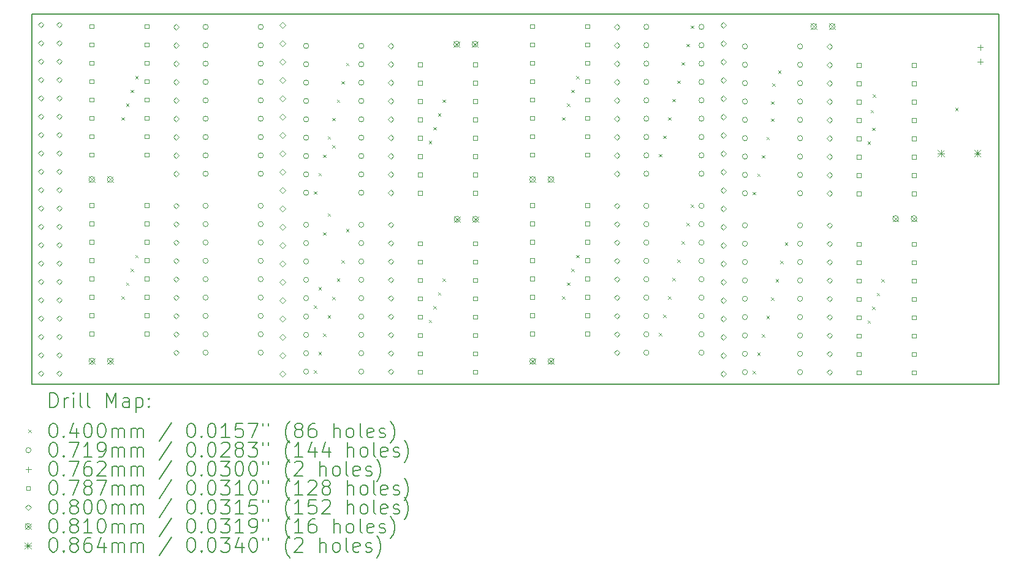
<source format=gbr>
%TF.GenerationSoftware,KiCad,Pcbnew,8.0.6-8.0.6-0~ubuntu24.04.1*%
%TF.CreationDate,2024-11-10T23:48:29-05:00*%
%TF.ProjectId,array,61727261-792e-46b6-9963-61645f706362,rev?*%
%TF.SameCoordinates,Original*%
%TF.FileFunction,Drillmap*%
%TF.FilePolarity,Positive*%
%FSLAX45Y45*%
G04 Gerber Fmt 4.5, Leading zero omitted, Abs format (unit mm)*
G04 Created by KiCad (PCBNEW 8.0.6-8.0.6-0~ubuntu24.04.1) date 2024-11-10 23:48:29*
%MOMM*%
%LPD*%
G01*
G04 APERTURE LIST*
%ADD10C,0.200000*%
%ADD11C,0.100000*%
G04 APERTURE END LIST*
D10*
X8469000Y-9955000D02*
X21834000Y-9955000D01*
X21834000Y-15077000D01*
X8469000Y-15077000D01*
X8469000Y-9955000D01*
D11*
X9707500Y-11383000D02*
X9747500Y-11423000D01*
X9747500Y-11383000D02*
X9707500Y-11423000D01*
X9707500Y-13859500D02*
X9747500Y-13899500D01*
X9747500Y-13859500D02*
X9707500Y-13899500D01*
X9771000Y-11192500D02*
X9811000Y-11232500D01*
X9811000Y-11192500D02*
X9771000Y-11232500D01*
X9771000Y-13669000D02*
X9811000Y-13709000D01*
X9811000Y-13669000D02*
X9771000Y-13709000D01*
X9834500Y-11002000D02*
X9874500Y-11042000D01*
X9874500Y-11002000D02*
X9834500Y-11042000D01*
X9834500Y-13478500D02*
X9874500Y-13518500D01*
X9874500Y-13478500D02*
X9834500Y-13518500D01*
X9898000Y-10811500D02*
X9938000Y-10851500D01*
X9938000Y-10811500D02*
X9898000Y-10851500D01*
X9898000Y-13288000D02*
X9938000Y-13328000D01*
X9938000Y-13288000D02*
X9898000Y-13328000D01*
X12367000Y-12407500D02*
X12407000Y-12447500D01*
X12407000Y-12407500D02*
X12367000Y-12447500D01*
X12367000Y-13988000D02*
X12407000Y-14028000D01*
X12407000Y-13988000D02*
X12367000Y-14028000D01*
X12367000Y-14884000D02*
X12407000Y-14924000D01*
X12407000Y-14884000D02*
X12367000Y-14924000D01*
X12430500Y-12153500D02*
X12470500Y-12193500D01*
X12470500Y-12153500D02*
X12430500Y-12193500D01*
X12430500Y-13731000D02*
X12470500Y-13771000D01*
X12470500Y-13731000D02*
X12430500Y-13771000D01*
X12430500Y-14630000D02*
X12470500Y-14670000D01*
X12470500Y-14630000D02*
X12430500Y-14670000D01*
X12494000Y-11899500D02*
X12534000Y-11939500D01*
X12534000Y-11899500D02*
X12494000Y-11939500D01*
X12494000Y-12976000D02*
X12534000Y-13016000D01*
X12534000Y-12976000D02*
X12494000Y-13016000D01*
X12494000Y-14376000D02*
X12534000Y-14416000D01*
X12534000Y-14376000D02*
X12494000Y-14416000D01*
X12557500Y-11645500D02*
X12597500Y-11685500D01*
X12597500Y-11645500D02*
X12557500Y-11685500D01*
X12557500Y-12713000D02*
X12597500Y-12753000D01*
X12597500Y-12713000D02*
X12557500Y-12753000D01*
X12557500Y-14122000D02*
X12597500Y-14162000D01*
X12597500Y-14122000D02*
X12557500Y-14162000D01*
X12621000Y-11391500D02*
X12661000Y-11431500D01*
X12661000Y-11391500D02*
X12621000Y-11431500D01*
X12621000Y-11766000D02*
X12661000Y-11806000D01*
X12661000Y-11766000D02*
X12621000Y-11806000D01*
X12621000Y-13868000D02*
X12661000Y-13908000D01*
X12661000Y-13868000D02*
X12621000Y-13908000D01*
X12684500Y-11137500D02*
X12724500Y-11177500D01*
X12724500Y-11137500D02*
X12684500Y-11177500D01*
X12684500Y-13614000D02*
X12724500Y-13654000D01*
X12724500Y-13614000D02*
X12684500Y-13654000D01*
X12748000Y-10883500D02*
X12788000Y-10923500D01*
X12788000Y-10883500D02*
X12748000Y-10923500D01*
X12748000Y-13360000D02*
X12788000Y-13400000D01*
X12788000Y-13360000D02*
X12748000Y-13400000D01*
X12811500Y-10629500D02*
X12851500Y-10669500D01*
X12851500Y-10629500D02*
X12811500Y-10669500D01*
X12811500Y-12931000D02*
X12851500Y-12971000D01*
X12851500Y-12931000D02*
X12811500Y-12971000D01*
X13954500Y-11709000D02*
X13994500Y-11749000D01*
X13994500Y-11709000D02*
X13954500Y-11749000D01*
X13954500Y-14185500D02*
X13994500Y-14225500D01*
X13994500Y-14185500D02*
X13954500Y-14225500D01*
X14018000Y-11518500D02*
X14058000Y-11558500D01*
X14058000Y-11518500D02*
X14018000Y-11558500D01*
X14018000Y-13995000D02*
X14058000Y-14035000D01*
X14058000Y-13995000D02*
X14018000Y-14035000D01*
X14081500Y-11328000D02*
X14121500Y-11368000D01*
X14121500Y-11328000D02*
X14081500Y-11368000D01*
X14081500Y-13804500D02*
X14121500Y-13844500D01*
X14121500Y-13804500D02*
X14081500Y-13844500D01*
X14145000Y-11137500D02*
X14185000Y-11177500D01*
X14185000Y-11137500D02*
X14145000Y-11177500D01*
X14145000Y-13614000D02*
X14185000Y-13654000D01*
X14185000Y-13614000D02*
X14145000Y-13654000D01*
X15797500Y-11383000D02*
X15837500Y-11423000D01*
X15837500Y-11383000D02*
X15797500Y-11423000D01*
X15797500Y-13859500D02*
X15837500Y-13899500D01*
X15837500Y-13859500D02*
X15797500Y-13899500D01*
X15861000Y-11192500D02*
X15901000Y-11232500D01*
X15901000Y-11192500D02*
X15861000Y-11232500D01*
X15861000Y-13669000D02*
X15901000Y-13709000D01*
X15901000Y-13669000D02*
X15861000Y-13709000D01*
X15924500Y-11002000D02*
X15964500Y-11042000D01*
X15964500Y-11002000D02*
X15924500Y-11042000D01*
X15924500Y-13478500D02*
X15964500Y-13518500D01*
X15964500Y-13478500D02*
X15924500Y-13518500D01*
X15988000Y-10811500D02*
X16028000Y-10851500D01*
X16028000Y-10811500D02*
X15988000Y-10851500D01*
X15988000Y-13288000D02*
X16028000Y-13328000D01*
X16028000Y-13288000D02*
X15988000Y-13328000D01*
X17131000Y-11891000D02*
X17171000Y-11931000D01*
X17171000Y-11891000D02*
X17131000Y-11931000D01*
X17131000Y-14367500D02*
X17171000Y-14407500D01*
X17171000Y-14367500D02*
X17131000Y-14407500D01*
X17194500Y-11637000D02*
X17234500Y-11677000D01*
X17234500Y-11637000D02*
X17194500Y-11677000D01*
X17194500Y-14113500D02*
X17234500Y-14153500D01*
X17234500Y-14113500D02*
X17194500Y-14153500D01*
X17258000Y-11383000D02*
X17298000Y-11423000D01*
X17298000Y-11383000D02*
X17258000Y-11423000D01*
X17258000Y-13859500D02*
X17298000Y-13899500D01*
X17298000Y-13859500D02*
X17258000Y-13899500D01*
X17321500Y-11129000D02*
X17361500Y-11169000D01*
X17361500Y-11129000D02*
X17321500Y-11169000D01*
X17321500Y-13605500D02*
X17361500Y-13645500D01*
X17361500Y-13605500D02*
X17321500Y-13645500D01*
X17385000Y-10875000D02*
X17425000Y-10915000D01*
X17425000Y-10875000D02*
X17385000Y-10915000D01*
X17385000Y-13351500D02*
X17425000Y-13391500D01*
X17425000Y-13351500D02*
X17385000Y-13391500D01*
X17448500Y-10621000D02*
X17488500Y-10661000D01*
X17488500Y-10621000D02*
X17448500Y-10661000D01*
X17448500Y-13097500D02*
X17488500Y-13137500D01*
X17488500Y-13097500D02*
X17448500Y-13137500D01*
X17512000Y-10367000D02*
X17552000Y-10407000D01*
X17552000Y-10367000D02*
X17512000Y-10407000D01*
X17512000Y-12843500D02*
X17552000Y-12883500D01*
X17552000Y-12843500D02*
X17512000Y-12883500D01*
X17575500Y-10113000D02*
X17615500Y-10153000D01*
X17615500Y-10113000D02*
X17575500Y-10153000D01*
X17575500Y-12589500D02*
X17615500Y-12629500D01*
X17615500Y-12589500D02*
X17575500Y-12629500D01*
X18430000Y-12415500D02*
X18470000Y-12455500D01*
X18470000Y-12415500D02*
X18430000Y-12455500D01*
X18430000Y-14892000D02*
X18470000Y-14932000D01*
X18470000Y-14892000D02*
X18430000Y-14932000D01*
X18493500Y-12161500D02*
X18533500Y-12201500D01*
X18533500Y-12161500D02*
X18493500Y-12201500D01*
X18493500Y-14638000D02*
X18533500Y-14678000D01*
X18533500Y-14638000D02*
X18493500Y-14678000D01*
X18557000Y-11907500D02*
X18597000Y-11947500D01*
X18597000Y-11907500D02*
X18557000Y-11947500D01*
X18557000Y-14384000D02*
X18597000Y-14424000D01*
X18597000Y-14384000D02*
X18557000Y-14424000D01*
X18620500Y-11653500D02*
X18660500Y-11693500D01*
X18660500Y-11653500D02*
X18620500Y-11693500D01*
X18620500Y-14130000D02*
X18660500Y-14170000D01*
X18660500Y-14130000D02*
X18620500Y-14170000D01*
X18680000Y-11164000D02*
X18720000Y-11204000D01*
X18720000Y-11164000D02*
X18680000Y-11204000D01*
X18684000Y-11399500D02*
X18724000Y-11439500D01*
X18724000Y-11399500D02*
X18684000Y-11439500D01*
X18684000Y-13876000D02*
X18724000Y-13916000D01*
X18724000Y-13876000D02*
X18684000Y-13916000D01*
X18699000Y-10913000D02*
X18739000Y-10953000D01*
X18739000Y-10913000D02*
X18699000Y-10953000D01*
X18747500Y-13622000D02*
X18787500Y-13662000D01*
X18787500Y-13622000D02*
X18747500Y-13662000D01*
X18780000Y-10735000D02*
X18820000Y-10775000D01*
X18820000Y-10735000D02*
X18780000Y-10775000D01*
X18811000Y-13368000D02*
X18851000Y-13408000D01*
X18851000Y-13368000D02*
X18811000Y-13408000D01*
X18874500Y-13114000D02*
X18914500Y-13154000D01*
X18914500Y-13114000D02*
X18874500Y-13154000D01*
X20017500Y-11717000D02*
X20057500Y-11757000D01*
X20057500Y-11717000D02*
X20017500Y-11757000D01*
X20017500Y-14193500D02*
X20057500Y-14233500D01*
X20057500Y-14193500D02*
X20017500Y-14233500D01*
X20059000Y-11283000D02*
X20099000Y-11323000D01*
X20099000Y-11283000D02*
X20059000Y-11323000D01*
X20081000Y-11526500D02*
X20121000Y-11566500D01*
X20121000Y-11526500D02*
X20081000Y-11566500D01*
X20081000Y-14003000D02*
X20121000Y-14043000D01*
X20121000Y-14003000D02*
X20081000Y-14043000D01*
X20086000Y-11065000D02*
X20126000Y-11105000D01*
X20126000Y-11065000D02*
X20086000Y-11105000D01*
X20144500Y-13812500D02*
X20184500Y-13852500D01*
X20184500Y-13812500D02*
X20144500Y-13852500D01*
X20208000Y-13622000D02*
X20248000Y-13662000D01*
X20248000Y-13622000D02*
X20208000Y-13662000D01*
X21227000Y-11255000D02*
X21267000Y-11295000D01*
X21267000Y-11255000D02*
X21227000Y-11295000D01*
X10906454Y-10133000D02*
G75*
G02*
X10834546Y-10133000I-35954J0D01*
G01*
X10834546Y-10133000D02*
G75*
G02*
X10906454Y-10133000I35954J0D01*
G01*
X10906454Y-10387000D02*
G75*
G02*
X10834546Y-10387000I-35954J0D01*
G01*
X10834546Y-10387000D02*
G75*
G02*
X10906454Y-10387000I35954J0D01*
G01*
X10906454Y-10641000D02*
G75*
G02*
X10834546Y-10641000I-35954J0D01*
G01*
X10834546Y-10641000D02*
G75*
G02*
X10906454Y-10641000I35954J0D01*
G01*
X10906454Y-10895000D02*
G75*
G02*
X10834546Y-10895000I-35954J0D01*
G01*
X10834546Y-10895000D02*
G75*
G02*
X10906454Y-10895000I35954J0D01*
G01*
X10906454Y-11149000D02*
G75*
G02*
X10834546Y-11149000I-35954J0D01*
G01*
X10834546Y-11149000D02*
G75*
G02*
X10906454Y-11149000I35954J0D01*
G01*
X10906454Y-11403000D02*
G75*
G02*
X10834546Y-11403000I-35954J0D01*
G01*
X10834546Y-11403000D02*
G75*
G02*
X10906454Y-11403000I35954J0D01*
G01*
X10906454Y-11657000D02*
G75*
G02*
X10834546Y-11657000I-35954J0D01*
G01*
X10834546Y-11657000D02*
G75*
G02*
X10906454Y-11657000I35954J0D01*
G01*
X10906454Y-11911000D02*
G75*
G02*
X10834546Y-11911000I-35954J0D01*
G01*
X10834546Y-11911000D02*
G75*
G02*
X10906454Y-11911000I35954J0D01*
G01*
X10906454Y-12165000D02*
G75*
G02*
X10834546Y-12165000I-35954J0D01*
G01*
X10834546Y-12165000D02*
G75*
G02*
X10906454Y-12165000I35954J0D01*
G01*
X10906454Y-12609500D02*
G75*
G02*
X10834546Y-12609500I-35954J0D01*
G01*
X10834546Y-12609500D02*
G75*
G02*
X10906454Y-12609500I35954J0D01*
G01*
X10906454Y-12863500D02*
G75*
G02*
X10834546Y-12863500I-35954J0D01*
G01*
X10834546Y-12863500D02*
G75*
G02*
X10906454Y-12863500I35954J0D01*
G01*
X10906454Y-13117500D02*
G75*
G02*
X10834546Y-13117500I-35954J0D01*
G01*
X10834546Y-13117500D02*
G75*
G02*
X10906454Y-13117500I35954J0D01*
G01*
X10906454Y-13371500D02*
G75*
G02*
X10834546Y-13371500I-35954J0D01*
G01*
X10834546Y-13371500D02*
G75*
G02*
X10906454Y-13371500I35954J0D01*
G01*
X10906454Y-13625500D02*
G75*
G02*
X10834546Y-13625500I-35954J0D01*
G01*
X10834546Y-13625500D02*
G75*
G02*
X10906454Y-13625500I35954J0D01*
G01*
X10906454Y-13879500D02*
G75*
G02*
X10834546Y-13879500I-35954J0D01*
G01*
X10834546Y-13879500D02*
G75*
G02*
X10906454Y-13879500I35954J0D01*
G01*
X10906454Y-14133500D02*
G75*
G02*
X10834546Y-14133500I-35954J0D01*
G01*
X10834546Y-14133500D02*
G75*
G02*
X10906454Y-14133500I35954J0D01*
G01*
X10906454Y-14387500D02*
G75*
G02*
X10834546Y-14387500I-35954J0D01*
G01*
X10834546Y-14387500D02*
G75*
G02*
X10906454Y-14387500I35954J0D01*
G01*
X10906454Y-14641500D02*
G75*
G02*
X10834546Y-14641500I-35954J0D01*
G01*
X10834546Y-14641500D02*
G75*
G02*
X10906454Y-14641500I35954J0D01*
G01*
X11668454Y-10133000D02*
G75*
G02*
X11596546Y-10133000I-35954J0D01*
G01*
X11596546Y-10133000D02*
G75*
G02*
X11668454Y-10133000I35954J0D01*
G01*
X11668454Y-10387000D02*
G75*
G02*
X11596546Y-10387000I-35954J0D01*
G01*
X11596546Y-10387000D02*
G75*
G02*
X11668454Y-10387000I35954J0D01*
G01*
X11668454Y-10641000D02*
G75*
G02*
X11596546Y-10641000I-35954J0D01*
G01*
X11596546Y-10641000D02*
G75*
G02*
X11668454Y-10641000I35954J0D01*
G01*
X11668454Y-10895000D02*
G75*
G02*
X11596546Y-10895000I-35954J0D01*
G01*
X11596546Y-10895000D02*
G75*
G02*
X11668454Y-10895000I35954J0D01*
G01*
X11668454Y-11149000D02*
G75*
G02*
X11596546Y-11149000I-35954J0D01*
G01*
X11596546Y-11149000D02*
G75*
G02*
X11668454Y-11149000I35954J0D01*
G01*
X11668454Y-11403000D02*
G75*
G02*
X11596546Y-11403000I-35954J0D01*
G01*
X11596546Y-11403000D02*
G75*
G02*
X11668454Y-11403000I35954J0D01*
G01*
X11668454Y-11657000D02*
G75*
G02*
X11596546Y-11657000I-35954J0D01*
G01*
X11596546Y-11657000D02*
G75*
G02*
X11668454Y-11657000I35954J0D01*
G01*
X11668454Y-11911000D02*
G75*
G02*
X11596546Y-11911000I-35954J0D01*
G01*
X11596546Y-11911000D02*
G75*
G02*
X11668454Y-11911000I35954J0D01*
G01*
X11668454Y-12165000D02*
G75*
G02*
X11596546Y-12165000I-35954J0D01*
G01*
X11596546Y-12165000D02*
G75*
G02*
X11668454Y-12165000I35954J0D01*
G01*
X11668454Y-12609500D02*
G75*
G02*
X11596546Y-12609500I-35954J0D01*
G01*
X11596546Y-12609500D02*
G75*
G02*
X11668454Y-12609500I35954J0D01*
G01*
X11668454Y-12863500D02*
G75*
G02*
X11596546Y-12863500I-35954J0D01*
G01*
X11596546Y-12863500D02*
G75*
G02*
X11668454Y-12863500I35954J0D01*
G01*
X11668454Y-13117500D02*
G75*
G02*
X11596546Y-13117500I-35954J0D01*
G01*
X11596546Y-13117500D02*
G75*
G02*
X11668454Y-13117500I35954J0D01*
G01*
X11668454Y-13371500D02*
G75*
G02*
X11596546Y-13371500I-35954J0D01*
G01*
X11596546Y-13371500D02*
G75*
G02*
X11668454Y-13371500I35954J0D01*
G01*
X11668454Y-13625500D02*
G75*
G02*
X11596546Y-13625500I-35954J0D01*
G01*
X11596546Y-13625500D02*
G75*
G02*
X11668454Y-13625500I35954J0D01*
G01*
X11668454Y-13879500D02*
G75*
G02*
X11596546Y-13879500I-35954J0D01*
G01*
X11596546Y-13879500D02*
G75*
G02*
X11668454Y-13879500I35954J0D01*
G01*
X11668454Y-14133500D02*
G75*
G02*
X11596546Y-14133500I-35954J0D01*
G01*
X11596546Y-14133500D02*
G75*
G02*
X11668454Y-14133500I35954J0D01*
G01*
X11668454Y-14387500D02*
G75*
G02*
X11596546Y-14387500I-35954J0D01*
G01*
X11596546Y-14387500D02*
G75*
G02*
X11668454Y-14387500I35954J0D01*
G01*
X11668454Y-14641500D02*
G75*
G02*
X11596546Y-14641500I-35954J0D01*
G01*
X11596546Y-14641500D02*
G75*
G02*
X11668454Y-14641500I35954J0D01*
G01*
X12295954Y-10395500D02*
G75*
G02*
X12224046Y-10395500I-35954J0D01*
G01*
X12224046Y-10395500D02*
G75*
G02*
X12295954Y-10395500I35954J0D01*
G01*
X12295954Y-10649500D02*
G75*
G02*
X12224046Y-10649500I-35954J0D01*
G01*
X12224046Y-10649500D02*
G75*
G02*
X12295954Y-10649500I35954J0D01*
G01*
X12295954Y-10903500D02*
G75*
G02*
X12224046Y-10903500I-35954J0D01*
G01*
X12224046Y-10903500D02*
G75*
G02*
X12295954Y-10903500I35954J0D01*
G01*
X12295954Y-11157500D02*
G75*
G02*
X12224046Y-11157500I-35954J0D01*
G01*
X12224046Y-11157500D02*
G75*
G02*
X12295954Y-11157500I35954J0D01*
G01*
X12295954Y-11411500D02*
G75*
G02*
X12224046Y-11411500I-35954J0D01*
G01*
X12224046Y-11411500D02*
G75*
G02*
X12295954Y-11411500I35954J0D01*
G01*
X12295954Y-11665500D02*
G75*
G02*
X12224046Y-11665500I-35954J0D01*
G01*
X12224046Y-11665500D02*
G75*
G02*
X12295954Y-11665500I35954J0D01*
G01*
X12295954Y-11919500D02*
G75*
G02*
X12224046Y-11919500I-35954J0D01*
G01*
X12224046Y-11919500D02*
G75*
G02*
X12295954Y-11919500I35954J0D01*
G01*
X12295954Y-12173500D02*
G75*
G02*
X12224046Y-12173500I-35954J0D01*
G01*
X12224046Y-12173500D02*
G75*
G02*
X12295954Y-12173500I35954J0D01*
G01*
X12295954Y-12427500D02*
G75*
G02*
X12224046Y-12427500I-35954J0D01*
G01*
X12224046Y-12427500D02*
G75*
G02*
X12295954Y-12427500I35954J0D01*
G01*
X12295954Y-12872000D02*
G75*
G02*
X12224046Y-12872000I-35954J0D01*
G01*
X12224046Y-12872000D02*
G75*
G02*
X12295954Y-12872000I35954J0D01*
G01*
X12295954Y-13126000D02*
G75*
G02*
X12224046Y-13126000I-35954J0D01*
G01*
X12224046Y-13126000D02*
G75*
G02*
X12295954Y-13126000I35954J0D01*
G01*
X12295954Y-13380000D02*
G75*
G02*
X12224046Y-13380000I-35954J0D01*
G01*
X12224046Y-13380000D02*
G75*
G02*
X12295954Y-13380000I35954J0D01*
G01*
X12295954Y-13634000D02*
G75*
G02*
X12224046Y-13634000I-35954J0D01*
G01*
X12224046Y-13634000D02*
G75*
G02*
X12295954Y-13634000I35954J0D01*
G01*
X12295954Y-13888000D02*
G75*
G02*
X12224046Y-13888000I-35954J0D01*
G01*
X12224046Y-13888000D02*
G75*
G02*
X12295954Y-13888000I35954J0D01*
G01*
X12295954Y-14142000D02*
G75*
G02*
X12224046Y-14142000I-35954J0D01*
G01*
X12224046Y-14142000D02*
G75*
G02*
X12295954Y-14142000I35954J0D01*
G01*
X12295954Y-14396000D02*
G75*
G02*
X12224046Y-14396000I-35954J0D01*
G01*
X12224046Y-14396000D02*
G75*
G02*
X12295954Y-14396000I35954J0D01*
G01*
X12295954Y-14650000D02*
G75*
G02*
X12224046Y-14650000I-35954J0D01*
G01*
X12224046Y-14650000D02*
G75*
G02*
X12295954Y-14650000I35954J0D01*
G01*
X12295954Y-14904000D02*
G75*
G02*
X12224046Y-14904000I-35954J0D01*
G01*
X12224046Y-14904000D02*
G75*
G02*
X12295954Y-14904000I35954J0D01*
G01*
X13057954Y-10395500D02*
G75*
G02*
X12986046Y-10395500I-35954J0D01*
G01*
X12986046Y-10395500D02*
G75*
G02*
X13057954Y-10395500I35954J0D01*
G01*
X13057954Y-10649500D02*
G75*
G02*
X12986046Y-10649500I-35954J0D01*
G01*
X12986046Y-10649500D02*
G75*
G02*
X13057954Y-10649500I35954J0D01*
G01*
X13057954Y-10903500D02*
G75*
G02*
X12986046Y-10903500I-35954J0D01*
G01*
X12986046Y-10903500D02*
G75*
G02*
X13057954Y-10903500I35954J0D01*
G01*
X13057954Y-11157500D02*
G75*
G02*
X12986046Y-11157500I-35954J0D01*
G01*
X12986046Y-11157500D02*
G75*
G02*
X13057954Y-11157500I35954J0D01*
G01*
X13057954Y-11411500D02*
G75*
G02*
X12986046Y-11411500I-35954J0D01*
G01*
X12986046Y-11411500D02*
G75*
G02*
X13057954Y-11411500I35954J0D01*
G01*
X13057954Y-11665500D02*
G75*
G02*
X12986046Y-11665500I-35954J0D01*
G01*
X12986046Y-11665500D02*
G75*
G02*
X13057954Y-11665500I35954J0D01*
G01*
X13057954Y-11919500D02*
G75*
G02*
X12986046Y-11919500I-35954J0D01*
G01*
X12986046Y-11919500D02*
G75*
G02*
X13057954Y-11919500I35954J0D01*
G01*
X13057954Y-12173500D02*
G75*
G02*
X12986046Y-12173500I-35954J0D01*
G01*
X12986046Y-12173500D02*
G75*
G02*
X13057954Y-12173500I35954J0D01*
G01*
X13057954Y-12427500D02*
G75*
G02*
X12986046Y-12427500I-35954J0D01*
G01*
X12986046Y-12427500D02*
G75*
G02*
X13057954Y-12427500I35954J0D01*
G01*
X13057954Y-12872000D02*
G75*
G02*
X12986046Y-12872000I-35954J0D01*
G01*
X12986046Y-12872000D02*
G75*
G02*
X13057954Y-12872000I35954J0D01*
G01*
X13057954Y-13126000D02*
G75*
G02*
X12986046Y-13126000I-35954J0D01*
G01*
X12986046Y-13126000D02*
G75*
G02*
X13057954Y-13126000I35954J0D01*
G01*
X13057954Y-13380000D02*
G75*
G02*
X12986046Y-13380000I-35954J0D01*
G01*
X12986046Y-13380000D02*
G75*
G02*
X13057954Y-13380000I35954J0D01*
G01*
X13057954Y-13634000D02*
G75*
G02*
X12986046Y-13634000I-35954J0D01*
G01*
X12986046Y-13634000D02*
G75*
G02*
X13057954Y-13634000I35954J0D01*
G01*
X13057954Y-13888000D02*
G75*
G02*
X12986046Y-13888000I-35954J0D01*
G01*
X12986046Y-13888000D02*
G75*
G02*
X13057954Y-13888000I35954J0D01*
G01*
X13057954Y-14142000D02*
G75*
G02*
X12986046Y-14142000I-35954J0D01*
G01*
X12986046Y-14142000D02*
G75*
G02*
X13057954Y-14142000I35954J0D01*
G01*
X13057954Y-14396000D02*
G75*
G02*
X12986046Y-14396000I-35954J0D01*
G01*
X12986046Y-14396000D02*
G75*
G02*
X13057954Y-14396000I35954J0D01*
G01*
X13057954Y-14650000D02*
G75*
G02*
X12986046Y-14650000I-35954J0D01*
G01*
X12986046Y-14650000D02*
G75*
G02*
X13057954Y-14650000I35954J0D01*
G01*
X13057954Y-14904000D02*
G75*
G02*
X12986046Y-14904000I-35954J0D01*
G01*
X12986046Y-14904000D02*
G75*
G02*
X13057954Y-14904000I35954J0D01*
G01*
X16996454Y-10133000D02*
G75*
G02*
X16924546Y-10133000I-35954J0D01*
G01*
X16924546Y-10133000D02*
G75*
G02*
X16996454Y-10133000I35954J0D01*
G01*
X16996454Y-10387000D02*
G75*
G02*
X16924546Y-10387000I-35954J0D01*
G01*
X16924546Y-10387000D02*
G75*
G02*
X16996454Y-10387000I35954J0D01*
G01*
X16996454Y-10641000D02*
G75*
G02*
X16924546Y-10641000I-35954J0D01*
G01*
X16924546Y-10641000D02*
G75*
G02*
X16996454Y-10641000I35954J0D01*
G01*
X16996454Y-10895000D02*
G75*
G02*
X16924546Y-10895000I-35954J0D01*
G01*
X16924546Y-10895000D02*
G75*
G02*
X16996454Y-10895000I35954J0D01*
G01*
X16996454Y-11149000D02*
G75*
G02*
X16924546Y-11149000I-35954J0D01*
G01*
X16924546Y-11149000D02*
G75*
G02*
X16996454Y-11149000I35954J0D01*
G01*
X16996454Y-11403000D02*
G75*
G02*
X16924546Y-11403000I-35954J0D01*
G01*
X16924546Y-11403000D02*
G75*
G02*
X16996454Y-11403000I35954J0D01*
G01*
X16996454Y-11657000D02*
G75*
G02*
X16924546Y-11657000I-35954J0D01*
G01*
X16924546Y-11657000D02*
G75*
G02*
X16996454Y-11657000I35954J0D01*
G01*
X16996454Y-11911000D02*
G75*
G02*
X16924546Y-11911000I-35954J0D01*
G01*
X16924546Y-11911000D02*
G75*
G02*
X16996454Y-11911000I35954J0D01*
G01*
X16996454Y-12165000D02*
G75*
G02*
X16924546Y-12165000I-35954J0D01*
G01*
X16924546Y-12165000D02*
G75*
G02*
X16996454Y-12165000I35954J0D01*
G01*
X16996454Y-12609500D02*
G75*
G02*
X16924546Y-12609500I-35954J0D01*
G01*
X16924546Y-12609500D02*
G75*
G02*
X16996454Y-12609500I35954J0D01*
G01*
X16996454Y-12863500D02*
G75*
G02*
X16924546Y-12863500I-35954J0D01*
G01*
X16924546Y-12863500D02*
G75*
G02*
X16996454Y-12863500I35954J0D01*
G01*
X16996454Y-13117500D02*
G75*
G02*
X16924546Y-13117500I-35954J0D01*
G01*
X16924546Y-13117500D02*
G75*
G02*
X16996454Y-13117500I35954J0D01*
G01*
X16996454Y-13371500D02*
G75*
G02*
X16924546Y-13371500I-35954J0D01*
G01*
X16924546Y-13371500D02*
G75*
G02*
X16996454Y-13371500I35954J0D01*
G01*
X16996454Y-13625500D02*
G75*
G02*
X16924546Y-13625500I-35954J0D01*
G01*
X16924546Y-13625500D02*
G75*
G02*
X16996454Y-13625500I35954J0D01*
G01*
X16996454Y-13879500D02*
G75*
G02*
X16924546Y-13879500I-35954J0D01*
G01*
X16924546Y-13879500D02*
G75*
G02*
X16996454Y-13879500I35954J0D01*
G01*
X16996454Y-14133500D02*
G75*
G02*
X16924546Y-14133500I-35954J0D01*
G01*
X16924546Y-14133500D02*
G75*
G02*
X16996454Y-14133500I35954J0D01*
G01*
X16996454Y-14387500D02*
G75*
G02*
X16924546Y-14387500I-35954J0D01*
G01*
X16924546Y-14387500D02*
G75*
G02*
X16996454Y-14387500I35954J0D01*
G01*
X16996454Y-14641500D02*
G75*
G02*
X16924546Y-14641500I-35954J0D01*
G01*
X16924546Y-14641500D02*
G75*
G02*
X16996454Y-14641500I35954J0D01*
G01*
X17758454Y-10133000D02*
G75*
G02*
X17686546Y-10133000I-35954J0D01*
G01*
X17686546Y-10133000D02*
G75*
G02*
X17758454Y-10133000I35954J0D01*
G01*
X17758454Y-10387000D02*
G75*
G02*
X17686546Y-10387000I-35954J0D01*
G01*
X17686546Y-10387000D02*
G75*
G02*
X17758454Y-10387000I35954J0D01*
G01*
X17758454Y-10641000D02*
G75*
G02*
X17686546Y-10641000I-35954J0D01*
G01*
X17686546Y-10641000D02*
G75*
G02*
X17758454Y-10641000I35954J0D01*
G01*
X17758454Y-10895000D02*
G75*
G02*
X17686546Y-10895000I-35954J0D01*
G01*
X17686546Y-10895000D02*
G75*
G02*
X17758454Y-10895000I35954J0D01*
G01*
X17758454Y-11149000D02*
G75*
G02*
X17686546Y-11149000I-35954J0D01*
G01*
X17686546Y-11149000D02*
G75*
G02*
X17758454Y-11149000I35954J0D01*
G01*
X17758454Y-11403000D02*
G75*
G02*
X17686546Y-11403000I-35954J0D01*
G01*
X17686546Y-11403000D02*
G75*
G02*
X17758454Y-11403000I35954J0D01*
G01*
X17758454Y-11657000D02*
G75*
G02*
X17686546Y-11657000I-35954J0D01*
G01*
X17686546Y-11657000D02*
G75*
G02*
X17758454Y-11657000I35954J0D01*
G01*
X17758454Y-11911000D02*
G75*
G02*
X17686546Y-11911000I-35954J0D01*
G01*
X17686546Y-11911000D02*
G75*
G02*
X17758454Y-11911000I35954J0D01*
G01*
X17758454Y-12165000D02*
G75*
G02*
X17686546Y-12165000I-35954J0D01*
G01*
X17686546Y-12165000D02*
G75*
G02*
X17758454Y-12165000I35954J0D01*
G01*
X17758454Y-12609500D02*
G75*
G02*
X17686546Y-12609500I-35954J0D01*
G01*
X17686546Y-12609500D02*
G75*
G02*
X17758454Y-12609500I35954J0D01*
G01*
X17758454Y-12863500D02*
G75*
G02*
X17686546Y-12863500I-35954J0D01*
G01*
X17686546Y-12863500D02*
G75*
G02*
X17758454Y-12863500I35954J0D01*
G01*
X17758454Y-13117500D02*
G75*
G02*
X17686546Y-13117500I-35954J0D01*
G01*
X17686546Y-13117500D02*
G75*
G02*
X17758454Y-13117500I35954J0D01*
G01*
X17758454Y-13371500D02*
G75*
G02*
X17686546Y-13371500I-35954J0D01*
G01*
X17686546Y-13371500D02*
G75*
G02*
X17758454Y-13371500I35954J0D01*
G01*
X17758454Y-13625500D02*
G75*
G02*
X17686546Y-13625500I-35954J0D01*
G01*
X17686546Y-13625500D02*
G75*
G02*
X17758454Y-13625500I35954J0D01*
G01*
X17758454Y-13879500D02*
G75*
G02*
X17686546Y-13879500I-35954J0D01*
G01*
X17686546Y-13879500D02*
G75*
G02*
X17758454Y-13879500I35954J0D01*
G01*
X17758454Y-14133500D02*
G75*
G02*
X17686546Y-14133500I-35954J0D01*
G01*
X17686546Y-14133500D02*
G75*
G02*
X17758454Y-14133500I35954J0D01*
G01*
X17758454Y-14387500D02*
G75*
G02*
X17686546Y-14387500I-35954J0D01*
G01*
X17686546Y-14387500D02*
G75*
G02*
X17758454Y-14387500I35954J0D01*
G01*
X17758454Y-14641500D02*
G75*
G02*
X17686546Y-14641500I-35954J0D01*
G01*
X17686546Y-14641500D02*
G75*
G02*
X17758454Y-14641500I35954J0D01*
G01*
X18358954Y-10403500D02*
G75*
G02*
X18287046Y-10403500I-35954J0D01*
G01*
X18287046Y-10403500D02*
G75*
G02*
X18358954Y-10403500I35954J0D01*
G01*
X18358954Y-10657500D02*
G75*
G02*
X18287046Y-10657500I-35954J0D01*
G01*
X18287046Y-10657500D02*
G75*
G02*
X18358954Y-10657500I35954J0D01*
G01*
X18358954Y-10911500D02*
G75*
G02*
X18287046Y-10911500I-35954J0D01*
G01*
X18287046Y-10911500D02*
G75*
G02*
X18358954Y-10911500I35954J0D01*
G01*
X18358954Y-11165500D02*
G75*
G02*
X18287046Y-11165500I-35954J0D01*
G01*
X18287046Y-11165500D02*
G75*
G02*
X18358954Y-11165500I35954J0D01*
G01*
X18358954Y-11419500D02*
G75*
G02*
X18287046Y-11419500I-35954J0D01*
G01*
X18287046Y-11419500D02*
G75*
G02*
X18358954Y-11419500I35954J0D01*
G01*
X18358954Y-11673500D02*
G75*
G02*
X18287046Y-11673500I-35954J0D01*
G01*
X18287046Y-11673500D02*
G75*
G02*
X18358954Y-11673500I35954J0D01*
G01*
X18358954Y-11927500D02*
G75*
G02*
X18287046Y-11927500I-35954J0D01*
G01*
X18287046Y-11927500D02*
G75*
G02*
X18358954Y-11927500I35954J0D01*
G01*
X18358954Y-12181500D02*
G75*
G02*
X18287046Y-12181500I-35954J0D01*
G01*
X18287046Y-12181500D02*
G75*
G02*
X18358954Y-12181500I35954J0D01*
G01*
X18358954Y-12435500D02*
G75*
G02*
X18287046Y-12435500I-35954J0D01*
G01*
X18287046Y-12435500D02*
G75*
G02*
X18358954Y-12435500I35954J0D01*
G01*
X18358954Y-12880000D02*
G75*
G02*
X18287046Y-12880000I-35954J0D01*
G01*
X18287046Y-12880000D02*
G75*
G02*
X18358954Y-12880000I35954J0D01*
G01*
X18358954Y-13134000D02*
G75*
G02*
X18287046Y-13134000I-35954J0D01*
G01*
X18287046Y-13134000D02*
G75*
G02*
X18358954Y-13134000I35954J0D01*
G01*
X18358954Y-13388000D02*
G75*
G02*
X18287046Y-13388000I-35954J0D01*
G01*
X18287046Y-13388000D02*
G75*
G02*
X18358954Y-13388000I35954J0D01*
G01*
X18358954Y-13642000D02*
G75*
G02*
X18287046Y-13642000I-35954J0D01*
G01*
X18287046Y-13642000D02*
G75*
G02*
X18358954Y-13642000I35954J0D01*
G01*
X18358954Y-13896000D02*
G75*
G02*
X18287046Y-13896000I-35954J0D01*
G01*
X18287046Y-13896000D02*
G75*
G02*
X18358954Y-13896000I35954J0D01*
G01*
X18358954Y-14150000D02*
G75*
G02*
X18287046Y-14150000I-35954J0D01*
G01*
X18287046Y-14150000D02*
G75*
G02*
X18358954Y-14150000I35954J0D01*
G01*
X18358954Y-14404000D02*
G75*
G02*
X18287046Y-14404000I-35954J0D01*
G01*
X18287046Y-14404000D02*
G75*
G02*
X18358954Y-14404000I35954J0D01*
G01*
X18358954Y-14658000D02*
G75*
G02*
X18287046Y-14658000I-35954J0D01*
G01*
X18287046Y-14658000D02*
G75*
G02*
X18358954Y-14658000I35954J0D01*
G01*
X18358954Y-14912000D02*
G75*
G02*
X18287046Y-14912000I-35954J0D01*
G01*
X18287046Y-14912000D02*
G75*
G02*
X18358954Y-14912000I35954J0D01*
G01*
X19120954Y-10403500D02*
G75*
G02*
X19049046Y-10403500I-35954J0D01*
G01*
X19049046Y-10403500D02*
G75*
G02*
X19120954Y-10403500I35954J0D01*
G01*
X19120954Y-10657500D02*
G75*
G02*
X19049046Y-10657500I-35954J0D01*
G01*
X19049046Y-10657500D02*
G75*
G02*
X19120954Y-10657500I35954J0D01*
G01*
X19120954Y-10911500D02*
G75*
G02*
X19049046Y-10911500I-35954J0D01*
G01*
X19049046Y-10911500D02*
G75*
G02*
X19120954Y-10911500I35954J0D01*
G01*
X19120954Y-11165500D02*
G75*
G02*
X19049046Y-11165500I-35954J0D01*
G01*
X19049046Y-11165500D02*
G75*
G02*
X19120954Y-11165500I35954J0D01*
G01*
X19120954Y-11419500D02*
G75*
G02*
X19049046Y-11419500I-35954J0D01*
G01*
X19049046Y-11419500D02*
G75*
G02*
X19120954Y-11419500I35954J0D01*
G01*
X19120954Y-11673500D02*
G75*
G02*
X19049046Y-11673500I-35954J0D01*
G01*
X19049046Y-11673500D02*
G75*
G02*
X19120954Y-11673500I35954J0D01*
G01*
X19120954Y-11927500D02*
G75*
G02*
X19049046Y-11927500I-35954J0D01*
G01*
X19049046Y-11927500D02*
G75*
G02*
X19120954Y-11927500I35954J0D01*
G01*
X19120954Y-12181500D02*
G75*
G02*
X19049046Y-12181500I-35954J0D01*
G01*
X19049046Y-12181500D02*
G75*
G02*
X19120954Y-12181500I35954J0D01*
G01*
X19120954Y-12435500D02*
G75*
G02*
X19049046Y-12435500I-35954J0D01*
G01*
X19049046Y-12435500D02*
G75*
G02*
X19120954Y-12435500I35954J0D01*
G01*
X19120954Y-12880000D02*
G75*
G02*
X19049046Y-12880000I-35954J0D01*
G01*
X19049046Y-12880000D02*
G75*
G02*
X19120954Y-12880000I35954J0D01*
G01*
X19120954Y-13134000D02*
G75*
G02*
X19049046Y-13134000I-35954J0D01*
G01*
X19049046Y-13134000D02*
G75*
G02*
X19120954Y-13134000I35954J0D01*
G01*
X19120954Y-13388000D02*
G75*
G02*
X19049046Y-13388000I-35954J0D01*
G01*
X19049046Y-13388000D02*
G75*
G02*
X19120954Y-13388000I35954J0D01*
G01*
X19120954Y-13642000D02*
G75*
G02*
X19049046Y-13642000I-35954J0D01*
G01*
X19049046Y-13642000D02*
G75*
G02*
X19120954Y-13642000I35954J0D01*
G01*
X19120954Y-13896000D02*
G75*
G02*
X19049046Y-13896000I-35954J0D01*
G01*
X19049046Y-13896000D02*
G75*
G02*
X19120954Y-13896000I35954J0D01*
G01*
X19120954Y-14150000D02*
G75*
G02*
X19049046Y-14150000I-35954J0D01*
G01*
X19049046Y-14150000D02*
G75*
G02*
X19120954Y-14150000I35954J0D01*
G01*
X19120954Y-14404000D02*
G75*
G02*
X19049046Y-14404000I-35954J0D01*
G01*
X19049046Y-14404000D02*
G75*
G02*
X19120954Y-14404000I35954J0D01*
G01*
X19120954Y-14658000D02*
G75*
G02*
X19049046Y-14658000I-35954J0D01*
G01*
X19049046Y-14658000D02*
G75*
G02*
X19120954Y-14658000I35954J0D01*
G01*
X19120954Y-14912000D02*
G75*
G02*
X19049046Y-14912000I-35954J0D01*
G01*
X19049046Y-14912000D02*
G75*
G02*
X19120954Y-14912000I35954J0D01*
G01*
X21576000Y-10375465D02*
X21576000Y-10451665D01*
X21537900Y-10413565D02*
X21614100Y-10413565D01*
X21576000Y-10575465D02*
X21576000Y-10651665D01*
X21537900Y-10613565D02*
X21614100Y-10613565D01*
X9323539Y-10154489D02*
X9323539Y-10098811D01*
X9267861Y-10098811D01*
X9267861Y-10154489D01*
X9323539Y-10154489D01*
X9323539Y-10408489D02*
X9323539Y-10352811D01*
X9267861Y-10352811D01*
X9267861Y-10408489D01*
X9323539Y-10408489D01*
X9323539Y-10662489D02*
X9323539Y-10606811D01*
X9267861Y-10606811D01*
X9267861Y-10662489D01*
X9323539Y-10662489D01*
X9323539Y-10916489D02*
X9323539Y-10860811D01*
X9267861Y-10860811D01*
X9267861Y-10916489D01*
X9323539Y-10916489D01*
X9323539Y-11170489D02*
X9323539Y-11114811D01*
X9267861Y-11114811D01*
X9267861Y-11170489D01*
X9323539Y-11170489D01*
X9323539Y-11424489D02*
X9323539Y-11368811D01*
X9267861Y-11368811D01*
X9267861Y-11424489D01*
X9323539Y-11424489D01*
X9323539Y-11678489D02*
X9323539Y-11622811D01*
X9267861Y-11622811D01*
X9267861Y-11678489D01*
X9323539Y-11678489D01*
X9323539Y-11932489D02*
X9323539Y-11876811D01*
X9267861Y-11876811D01*
X9267861Y-11932489D01*
X9323539Y-11932489D01*
X9323539Y-12630989D02*
X9323539Y-12575311D01*
X9267861Y-12575311D01*
X9267861Y-12630989D01*
X9323539Y-12630989D01*
X9323539Y-12884989D02*
X9323539Y-12829311D01*
X9267861Y-12829311D01*
X9267861Y-12884989D01*
X9323539Y-12884989D01*
X9323539Y-13138989D02*
X9323539Y-13083311D01*
X9267861Y-13083311D01*
X9267861Y-13138989D01*
X9323539Y-13138989D01*
X9323539Y-13392989D02*
X9323539Y-13337311D01*
X9267861Y-13337311D01*
X9267861Y-13392989D01*
X9323539Y-13392989D01*
X9323539Y-13646989D02*
X9323539Y-13591311D01*
X9267861Y-13591311D01*
X9267861Y-13646989D01*
X9323539Y-13646989D01*
X9323539Y-13900989D02*
X9323539Y-13845311D01*
X9267861Y-13845311D01*
X9267861Y-13900989D01*
X9323539Y-13900989D01*
X9323539Y-14154989D02*
X9323539Y-14099311D01*
X9267861Y-14099311D01*
X9267861Y-14154989D01*
X9323539Y-14154989D01*
X9323539Y-14408989D02*
X9323539Y-14353311D01*
X9267861Y-14353311D01*
X9267861Y-14408989D01*
X9323539Y-14408989D01*
X10085539Y-10154489D02*
X10085539Y-10098811D01*
X10029861Y-10098811D01*
X10029861Y-10154489D01*
X10085539Y-10154489D01*
X10085539Y-10408489D02*
X10085539Y-10352811D01*
X10029861Y-10352811D01*
X10029861Y-10408489D01*
X10085539Y-10408489D01*
X10085539Y-10662489D02*
X10085539Y-10606811D01*
X10029861Y-10606811D01*
X10029861Y-10662489D01*
X10085539Y-10662489D01*
X10085539Y-10916489D02*
X10085539Y-10860811D01*
X10029861Y-10860811D01*
X10029861Y-10916489D01*
X10085539Y-10916489D01*
X10085539Y-11170489D02*
X10085539Y-11114811D01*
X10029861Y-11114811D01*
X10029861Y-11170489D01*
X10085539Y-11170489D01*
X10085539Y-11424489D02*
X10085539Y-11368811D01*
X10029861Y-11368811D01*
X10029861Y-11424489D01*
X10085539Y-11424489D01*
X10085539Y-11678489D02*
X10085539Y-11622811D01*
X10029861Y-11622811D01*
X10029861Y-11678489D01*
X10085539Y-11678489D01*
X10085539Y-11932489D02*
X10085539Y-11876811D01*
X10029861Y-11876811D01*
X10029861Y-11932489D01*
X10085539Y-11932489D01*
X10085539Y-12630989D02*
X10085539Y-12575311D01*
X10029861Y-12575311D01*
X10029861Y-12630989D01*
X10085539Y-12630989D01*
X10085539Y-12884989D02*
X10085539Y-12829311D01*
X10029861Y-12829311D01*
X10029861Y-12884989D01*
X10085539Y-12884989D01*
X10085539Y-13138989D02*
X10085539Y-13083311D01*
X10029861Y-13083311D01*
X10029861Y-13138989D01*
X10085539Y-13138989D01*
X10085539Y-13392989D02*
X10085539Y-13337311D01*
X10029861Y-13337311D01*
X10029861Y-13392989D01*
X10085539Y-13392989D01*
X10085539Y-13646989D02*
X10085539Y-13591311D01*
X10029861Y-13591311D01*
X10029861Y-13646989D01*
X10085539Y-13646989D01*
X10085539Y-13900989D02*
X10085539Y-13845311D01*
X10029861Y-13845311D01*
X10029861Y-13900989D01*
X10085539Y-13900989D01*
X10085539Y-14154989D02*
X10085539Y-14099311D01*
X10029861Y-14099311D01*
X10029861Y-14154989D01*
X10085539Y-14154989D01*
X10085539Y-14408989D02*
X10085539Y-14353311D01*
X10029861Y-14353311D01*
X10029861Y-14408989D01*
X10085539Y-14408989D01*
X13862639Y-10683689D02*
X13862639Y-10628011D01*
X13806961Y-10628011D01*
X13806961Y-10683689D01*
X13862639Y-10683689D01*
X13862639Y-10937689D02*
X13862639Y-10882011D01*
X13806961Y-10882011D01*
X13806961Y-10937689D01*
X13862639Y-10937689D01*
X13862639Y-11191689D02*
X13862639Y-11136011D01*
X13806961Y-11136011D01*
X13806961Y-11191689D01*
X13862639Y-11191689D01*
X13862639Y-11445689D02*
X13862639Y-11390011D01*
X13806961Y-11390011D01*
X13806961Y-11445689D01*
X13862639Y-11445689D01*
X13862639Y-11699689D02*
X13862639Y-11644011D01*
X13806961Y-11644011D01*
X13806961Y-11699689D01*
X13862639Y-11699689D01*
X13862639Y-11953689D02*
X13862639Y-11898011D01*
X13806961Y-11898011D01*
X13806961Y-11953689D01*
X13862639Y-11953689D01*
X13862639Y-12207689D02*
X13862639Y-12152011D01*
X13806961Y-12152011D01*
X13806961Y-12207689D01*
X13862639Y-12207689D01*
X13862639Y-12461689D02*
X13862639Y-12406011D01*
X13806961Y-12406011D01*
X13806961Y-12461689D01*
X13862639Y-12461689D01*
X13862639Y-13160189D02*
X13862639Y-13104511D01*
X13806961Y-13104511D01*
X13806961Y-13160189D01*
X13862639Y-13160189D01*
X13862639Y-13414189D02*
X13862639Y-13358511D01*
X13806961Y-13358511D01*
X13806961Y-13414189D01*
X13862639Y-13414189D01*
X13862639Y-13668189D02*
X13862639Y-13612511D01*
X13806961Y-13612511D01*
X13806961Y-13668189D01*
X13862639Y-13668189D01*
X13862639Y-13922189D02*
X13862639Y-13866511D01*
X13806961Y-13866511D01*
X13806961Y-13922189D01*
X13862639Y-13922189D01*
X13862639Y-14176189D02*
X13862639Y-14120511D01*
X13806961Y-14120511D01*
X13806961Y-14176189D01*
X13862639Y-14176189D01*
X13862639Y-14430189D02*
X13862639Y-14374511D01*
X13806961Y-14374511D01*
X13806961Y-14430189D01*
X13862639Y-14430189D01*
X13862639Y-14684189D02*
X13862639Y-14628511D01*
X13806961Y-14628511D01*
X13806961Y-14684189D01*
X13862639Y-14684189D01*
X13862639Y-14938189D02*
X13862639Y-14882511D01*
X13806961Y-14882511D01*
X13806961Y-14938189D01*
X13862639Y-14938189D01*
X14624639Y-10683689D02*
X14624639Y-10628011D01*
X14568961Y-10628011D01*
X14568961Y-10683689D01*
X14624639Y-10683689D01*
X14624639Y-10937689D02*
X14624639Y-10882011D01*
X14568961Y-10882011D01*
X14568961Y-10937689D01*
X14624639Y-10937689D01*
X14624639Y-11191689D02*
X14624639Y-11136011D01*
X14568961Y-11136011D01*
X14568961Y-11191689D01*
X14624639Y-11191689D01*
X14624639Y-11445689D02*
X14624639Y-11390011D01*
X14568961Y-11390011D01*
X14568961Y-11445689D01*
X14624639Y-11445689D01*
X14624639Y-11699689D02*
X14624639Y-11644011D01*
X14568961Y-11644011D01*
X14568961Y-11699689D01*
X14624639Y-11699689D01*
X14624639Y-11953689D02*
X14624639Y-11898011D01*
X14568961Y-11898011D01*
X14568961Y-11953689D01*
X14624639Y-11953689D01*
X14624639Y-12207689D02*
X14624639Y-12152011D01*
X14568961Y-12152011D01*
X14568961Y-12207689D01*
X14624639Y-12207689D01*
X14624639Y-12461689D02*
X14624639Y-12406011D01*
X14568961Y-12406011D01*
X14568961Y-12461689D01*
X14624639Y-12461689D01*
X14624639Y-13160189D02*
X14624639Y-13104511D01*
X14568961Y-13104511D01*
X14568961Y-13160189D01*
X14624639Y-13160189D01*
X14624639Y-13414189D02*
X14624639Y-13358511D01*
X14568961Y-13358511D01*
X14568961Y-13414189D01*
X14624639Y-13414189D01*
X14624639Y-13668189D02*
X14624639Y-13612511D01*
X14568961Y-13612511D01*
X14568961Y-13668189D01*
X14624639Y-13668189D01*
X14624639Y-13922189D02*
X14624639Y-13866511D01*
X14568961Y-13866511D01*
X14568961Y-13922189D01*
X14624639Y-13922189D01*
X14624639Y-14176189D02*
X14624639Y-14120511D01*
X14568961Y-14120511D01*
X14568961Y-14176189D01*
X14624639Y-14176189D01*
X14624639Y-14430189D02*
X14624639Y-14374511D01*
X14568961Y-14374511D01*
X14568961Y-14430189D01*
X14624639Y-14430189D01*
X14624639Y-14684189D02*
X14624639Y-14628511D01*
X14568961Y-14628511D01*
X14568961Y-14684189D01*
X14624639Y-14684189D01*
X14624639Y-14938189D02*
X14624639Y-14882511D01*
X14568961Y-14882511D01*
X14568961Y-14938189D01*
X14624639Y-14938189D01*
X15413539Y-10154489D02*
X15413539Y-10098811D01*
X15357861Y-10098811D01*
X15357861Y-10154489D01*
X15413539Y-10154489D01*
X15413539Y-10408489D02*
X15413539Y-10352811D01*
X15357861Y-10352811D01*
X15357861Y-10408489D01*
X15413539Y-10408489D01*
X15413539Y-10662489D02*
X15413539Y-10606811D01*
X15357861Y-10606811D01*
X15357861Y-10662489D01*
X15413539Y-10662489D01*
X15413539Y-10916489D02*
X15413539Y-10860811D01*
X15357861Y-10860811D01*
X15357861Y-10916489D01*
X15413539Y-10916489D01*
X15413539Y-11170489D02*
X15413539Y-11114811D01*
X15357861Y-11114811D01*
X15357861Y-11170489D01*
X15413539Y-11170489D01*
X15413539Y-11424489D02*
X15413539Y-11368811D01*
X15357861Y-11368811D01*
X15357861Y-11424489D01*
X15413539Y-11424489D01*
X15413539Y-11678489D02*
X15413539Y-11622811D01*
X15357861Y-11622811D01*
X15357861Y-11678489D01*
X15413539Y-11678489D01*
X15413539Y-11932489D02*
X15413539Y-11876811D01*
X15357861Y-11876811D01*
X15357861Y-11932489D01*
X15413539Y-11932489D01*
X15413539Y-12630989D02*
X15413539Y-12575311D01*
X15357861Y-12575311D01*
X15357861Y-12630989D01*
X15413539Y-12630989D01*
X15413539Y-12884989D02*
X15413539Y-12829311D01*
X15357861Y-12829311D01*
X15357861Y-12884989D01*
X15413539Y-12884989D01*
X15413539Y-13138989D02*
X15413539Y-13083311D01*
X15357861Y-13083311D01*
X15357861Y-13138989D01*
X15413539Y-13138989D01*
X15413539Y-13392989D02*
X15413539Y-13337311D01*
X15357861Y-13337311D01*
X15357861Y-13392989D01*
X15413539Y-13392989D01*
X15413539Y-13646989D02*
X15413539Y-13591311D01*
X15357861Y-13591311D01*
X15357861Y-13646989D01*
X15413539Y-13646989D01*
X15413539Y-13900989D02*
X15413539Y-13845311D01*
X15357861Y-13845311D01*
X15357861Y-13900989D01*
X15413539Y-13900989D01*
X15413539Y-14154989D02*
X15413539Y-14099311D01*
X15357861Y-14099311D01*
X15357861Y-14154989D01*
X15413539Y-14154989D01*
X15413539Y-14408989D02*
X15413539Y-14353311D01*
X15357861Y-14353311D01*
X15357861Y-14408989D01*
X15413539Y-14408989D01*
X16175539Y-10154489D02*
X16175539Y-10098811D01*
X16119861Y-10098811D01*
X16119861Y-10154489D01*
X16175539Y-10154489D01*
X16175539Y-10408489D02*
X16175539Y-10352811D01*
X16119861Y-10352811D01*
X16119861Y-10408489D01*
X16175539Y-10408489D01*
X16175539Y-10662489D02*
X16175539Y-10606811D01*
X16119861Y-10606811D01*
X16119861Y-10662489D01*
X16175539Y-10662489D01*
X16175539Y-10916489D02*
X16175539Y-10860811D01*
X16119861Y-10860811D01*
X16119861Y-10916489D01*
X16175539Y-10916489D01*
X16175539Y-11170489D02*
X16175539Y-11114811D01*
X16119861Y-11114811D01*
X16119861Y-11170489D01*
X16175539Y-11170489D01*
X16175539Y-11424489D02*
X16175539Y-11368811D01*
X16119861Y-11368811D01*
X16119861Y-11424489D01*
X16175539Y-11424489D01*
X16175539Y-11678489D02*
X16175539Y-11622811D01*
X16119861Y-11622811D01*
X16119861Y-11678489D01*
X16175539Y-11678489D01*
X16175539Y-11932489D02*
X16175539Y-11876811D01*
X16119861Y-11876811D01*
X16119861Y-11932489D01*
X16175539Y-11932489D01*
X16175539Y-12630989D02*
X16175539Y-12575311D01*
X16119861Y-12575311D01*
X16119861Y-12630989D01*
X16175539Y-12630989D01*
X16175539Y-12884989D02*
X16175539Y-12829311D01*
X16119861Y-12829311D01*
X16119861Y-12884989D01*
X16175539Y-12884989D01*
X16175539Y-13138989D02*
X16175539Y-13083311D01*
X16119861Y-13083311D01*
X16119861Y-13138989D01*
X16175539Y-13138989D01*
X16175539Y-13392989D02*
X16175539Y-13337311D01*
X16119861Y-13337311D01*
X16119861Y-13392989D01*
X16175539Y-13392989D01*
X16175539Y-13646989D02*
X16175539Y-13591311D01*
X16119861Y-13591311D01*
X16119861Y-13646989D01*
X16175539Y-13646989D01*
X16175539Y-13900989D02*
X16175539Y-13845311D01*
X16119861Y-13845311D01*
X16119861Y-13900989D01*
X16175539Y-13900989D01*
X16175539Y-14154989D02*
X16175539Y-14099311D01*
X16119861Y-14099311D01*
X16119861Y-14154989D01*
X16175539Y-14154989D01*
X16175539Y-14408989D02*
X16175539Y-14353311D01*
X16119861Y-14353311D01*
X16119861Y-14408989D01*
X16175539Y-14408989D01*
X19925639Y-10691689D02*
X19925639Y-10636011D01*
X19869961Y-10636011D01*
X19869961Y-10691689D01*
X19925639Y-10691689D01*
X19925639Y-10945689D02*
X19925639Y-10890011D01*
X19869961Y-10890011D01*
X19869961Y-10945689D01*
X19925639Y-10945689D01*
X19925639Y-11199689D02*
X19925639Y-11144011D01*
X19869961Y-11144011D01*
X19869961Y-11199689D01*
X19925639Y-11199689D01*
X19925639Y-11453689D02*
X19925639Y-11398011D01*
X19869961Y-11398011D01*
X19869961Y-11453689D01*
X19925639Y-11453689D01*
X19925639Y-11707689D02*
X19925639Y-11652011D01*
X19869961Y-11652011D01*
X19869961Y-11707689D01*
X19925639Y-11707689D01*
X19925639Y-11961689D02*
X19925639Y-11906011D01*
X19869961Y-11906011D01*
X19869961Y-11961689D01*
X19925639Y-11961689D01*
X19925639Y-12215689D02*
X19925639Y-12160011D01*
X19869961Y-12160011D01*
X19869961Y-12215689D01*
X19925639Y-12215689D01*
X19925639Y-12469689D02*
X19925639Y-12414011D01*
X19869961Y-12414011D01*
X19869961Y-12469689D01*
X19925639Y-12469689D01*
X19925639Y-13168189D02*
X19925639Y-13112511D01*
X19869961Y-13112511D01*
X19869961Y-13168189D01*
X19925639Y-13168189D01*
X19925639Y-13422189D02*
X19925639Y-13366511D01*
X19869961Y-13366511D01*
X19869961Y-13422189D01*
X19925639Y-13422189D01*
X19925639Y-13676189D02*
X19925639Y-13620511D01*
X19869961Y-13620511D01*
X19869961Y-13676189D01*
X19925639Y-13676189D01*
X19925639Y-13930189D02*
X19925639Y-13874511D01*
X19869961Y-13874511D01*
X19869961Y-13930189D01*
X19925639Y-13930189D01*
X19925639Y-14184189D02*
X19925639Y-14128511D01*
X19869961Y-14128511D01*
X19869961Y-14184189D01*
X19925639Y-14184189D01*
X19925639Y-14438189D02*
X19925639Y-14382511D01*
X19869961Y-14382511D01*
X19869961Y-14438189D01*
X19925639Y-14438189D01*
X19925639Y-14692189D02*
X19925639Y-14636511D01*
X19869961Y-14636511D01*
X19869961Y-14692189D01*
X19925639Y-14692189D01*
X19925639Y-14946189D02*
X19925639Y-14890511D01*
X19869961Y-14890511D01*
X19869961Y-14946189D01*
X19925639Y-14946189D01*
X20687639Y-10691689D02*
X20687639Y-10636011D01*
X20631961Y-10636011D01*
X20631961Y-10691689D01*
X20687639Y-10691689D01*
X20687639Y-10945689D02*
X20687639Y-10890011D01*
X20631961Y-10890011D01*
X20631961Y-10945689D01*
X20687639Y-10945689D01*
X20687639Y-11199689D02*
X20687639Y-11144011D01*
X20631961Y-11144011D01*
X20631961Y-11199689D01*
X20687639Y-11199689D01*
X20687639Y-11453689D02*
X20687639Y-11398011D01*
X20631961Y-11398011D01*
X20631961Y-11453689D01*
X20687639Y-11453689D01*
X20687639Y-11707689D02*
X20687639Y-11652011D01*
X20631961Y-11652011D01*
X20631961Y-11707689D01*
X20687639Y-11707689D01*
X20687639Y-11961689D02*
X20687639Y-11906011D01*
X20631961Y-11906011D01*
X20631961Y-11961689D01*
X20687639Y-11961689D01*
X20687639Y-12215689D02*
X20687639Y-12160011D01*
X20631961Y-12160011D01*
X20631961Y-12215689D01*
X20687639Y-12215689D01*
X20687639Y-12469689D02*
X20687639Y-12414011D01*
X20631961Y-12414011D01*
X20631961Y-12469689D01*
X20687639Y-12469689D01*
X20687639Y-13168189D02*
X20687639Y-13112511D01*
X20631961Y-13112511D01*
X20631961Y-13168189D01*
X20687639Y-13168189D01*
X20687639Y-13422189D02*
X20687639Y-13366511D01*
X20631961Y-13366511D01*
X20631961Y-13422189D01*
X20687639Y-13422189D01*
X20687639Y-13676189D02*
X20687639Y-13620511D01*
X20631961Y-13620511D01*
X20631961Y-13676189D01*
X20687639Y-13676189D01*
X20687639Y-13930189D02*
X20687639Y-13874511D01*
X20631961Y-13874511D01*
X20631961Y-13930189D01*
X20687639Y-13930189D01*
X20687639Y-14184189D02*
X20687639Y-14128511D01*
X20631961Y-14128511D01*
X20631961Y-14184189D01*
X20687639Y-14184189D01*
X20687639Y-14438189D02*
X20687639Y-14382511D01*
X20631961Y-14382511D01*
X20631961Y-14438189D01*
X20687639Y-14438189D01*
X20687639Y-14692189D02*
X20687639Y-14636511D01*
X20631961Y-14636511D01*
X20631961Y-14692189D01*
X20687639Y-14692189D01*
X20687639Y-14946189D02*
X20687639Y-14890511D01*
X20631961Y-14890511D01*
X20631961Y-14946189D01*
X20687639Y-14946189D01*
X8594000Y-10142000D02*
X8634000Y-10102000D01*
X8594000Y-10062000D01*
X8554000Y-10102000D01*
X8594000Y-10142000D01*
X8594000Y-10396000D02*
X8634000Y-10356000D01*
X8594000Y-10316000D01*
X8554000Y-10356000D01*
X8594000Y-10396000D01*
X8594000Y-10650000D02*
X8634000Y-10610000D01*
X8594000Y-10570000D01*
X8554000Y-10610000D01*
X8594000Y-10650000D01*
X8594000Y-10904000D02*
X8634000Y-10864000D01*
X8594000Y-10824000D01*
X8554000Y-10864000D01*
X8594000Y-10904000D01*
X8594000Y-11158000D02*
X8634000Y-11118000D01*
X8594000Y-11078000D01*
X8554000Y-11118000D01*
X8594000Y-11158000D01*
X8594000Y-11412000D02*
X8634000Y-11372000D01*
X8594000Y-11332000D01*
X8554000Y-11372000D01*
X8594000Y-11412000D01*
X8594000Y-11666000D02*
X8634000Y-11626000D01*
X8594000Y-11586000D01*
X8554000Y-11626000D01*
X8594000Y-11666000D01*
X8594000Y-11920000D02*
X8634000Y-11880000D01*
X8594000Y-11840000D01*
X8554000Y-11880000D01*
X8594000Y-11920000D01*
X8594000Y-12174000D02*
X8634000Y-12134000D01*
X8594000Y-12094000D01*
X8554000Y-12134000D01*
X8594000Y-12174000D01*
X8594000Y-12428000D02*
X8634000Y-12388000D01*
X8594000Y-12348000D01*
X8554000Y-12388000D01*
X8594000Y-12428000D01*
X8594000Y-12682000D02*
X8634000Y-12642000D01*
X8594000Y-12602000D01*
X8554000Y-12642000D01*
X8594000Y-12682000D01*
X8594000Y-12936000D02*
X8634000Y-12896000D01*
X8594000Y-12856000D01*
X8554000Y-12896000D01*
X8594000Y-12936000D01*
X8594000Y-13190000D02*
X8634000Y-13150000D01*
X8594000Y-13110000D01*
X8554000Y-13150000D01*
X8594000Y-13190000D01*
X8594000Y-13444000D02*
X8634000Y-13404000D01*
X8594000Y-13364000D01*
X8554000Y-13404000D01*
X8594000Y-13444000D01*
X8594000Y-13698000D02*
X8634000Y-13658000D01*
X8594000Y-13618000D01*
X8554000Y-13658000D01*
X8594000Y-13698000D01*
X8594000Y-13952000D02*
X8634000Y-13912000D01*
X8594000Y-13872000D01*
X8554000Y-13912000D01*
X8594000Y-13952000D01*
X8594000Y-14206000D02*
X8634000Y-14166000D01*
X8594000Y-14126000D01*
X8554000Y-14166000D01*
X8594000Y-14206000D01*
X8594000Y-14460000D02*
X8634000Y-14420000D01*
X8594000Y-14380000D01*
X8554000Y-14420000D01*
X8594000Y-14460000D01*
X8594000Y-14714000D02*
X8634000Y-14674000D01*
X8594000Y-14634000D01*
X8554000Y-14674000D01*
X8594000Y-14714000D01*
X8594000Y-14968000D02*
X8634000Y-14928000D01*
X8594000Y-14888000D01*
X8554000Y-14928000D01*
X8594000Y-14968000D01*
X8848000Y-10142000D02*
X8888000Y-10102000D01*
X8848000Y-10062000D01*
X8808000Y-10102000D01*
X8848000Y-10142000D01*
X8848000Y-10396000D02*
X8888000Y-10356000D01*
X8848000Y-10316000D01*
X8808000Y-10356000D01*
X8848000Y-10396000D01*
X8848000Y-10650000D02*
X8888000Y-10610000D01*
X8848000Y-10570000D01*
X8808000Y-10610000D01*
X8848000Y-10650000D01*
X8848000Y-10904000D02*
X8888000Y-10864000D01*
X8848000Y-10824000D01*
X8808000Y-10864000D01*
X8848000Y-10904000D01*
X8848000Y-11158000D02*
X8888000Y-11118000D01*
X8848000Y-11078000D01*
X8808000Y-11118000D01*
X8848000Y-11158000D01*
X8848000Y-11412000D02*
X8888000Y-11372000D01*
X8848000Y-11332000D01*
X8808000Y-11372000D01*
X8848000Y-11412000D01*
X8848000Y-11666000D02*
X8888000Y-11626000D01*
X8848000Y-11586000D01*
X8808000Y-11626000D01*
X8848000Y-11666000D01*
X8848000Y-11920000D02*
X8888000Y-11880000D01*
X8848000Y-11840000D01*
X8808000Y-11880000D01*
X8848000Y-11920000D01*
X8848000Y-12174000D02*
X8888000Y-12134000D01*
X8848000Y-12094000D01*
X8808000Y-12134000D01*
X8848000Y-12174000D01*
X8848000Y-12428000D02*
X8888000Y-12388000D01*
X8848000Y-12348000D01*
X8808000Y-12388000D01*
X8848000Y-12428000D01*
X8848000Y-12682000D02*
X8888000Y-12642000D01*
X8848000Y-12602000D01*
X8808000Y-12642000D01*
X8848000Y-12682000D01*
X8848000Y-12936000D02*
X8888000Y-12896000D01*
X8848000Y-12856000D01*
X8808000Y-12896000D01*
X8848000Y-12936000D01*
X8848000Y-13190000D02*
X8888000Y-13150000D01*
X8848000Y-13110000D01*
X8808000Y-13150000D01*
X8848000Y-13190000D01*
X8848000Y-13444000D02*
X8888000Y-13404000D01*
X8848000Y-13364000D01*
X8808000Y-13404000D01*
X8848000Y-13444000D01*
X8848000Y-13698000D02*
X8888000Y-13658000D01*
X8848000Y-13618000D01*
X8808000Y-13658000D01*
X8848000Y-13698000D01*
X8848000Y-13952000D02*
X8888000Y-13912000D01*
X8848000Y-13872000D01*
X8808000Y-13912000D01*
X8848000Y-13952000D01*
X8848000Y-14206000D02*
X8888000Y-14166000D01*
X8848000Y-14126000D01*
X8808000Y-14166000D01*
X8848000Y-14206000D01*
X8848000Y-14460000D02*
X8888000Y-14420000D01*
X8848000Y-14380000D01*
X8808000Y-14420000D01*
X8848000Y-14460000D01*
X8848000Y-14714000D02*
X8888000Y-14674000D01*
X8848000Y-14634000D01*
X8808000Y-14674000D01*
X8848000Y-14714000D01*
X8848000Y-14968000D02*
X8888000Y-14928000D01*
X8848000Y-14888000D01*
X8808000Y-14928000D01*
X8848000Y-14968000D01*
X10464100Y-10173000D02*
X10504100Y-10133000D01*
X10464100Y-10093000D01*
X10424100Y-10133000D01*
X10464100Y-10173000D01*
X10464100Y-10427000D02*
X10504100Y-10387000D01*
X10464100Y-10347000D01*
X10424100Y-10387000D01*
X10464100Y-10427000D01*
X10464100Y-10681000D02*
X10504100Y-10641000D01*
X10464100Y-10601000D01*
X10424100Y-10641000D01*
X10464100Y-10681000D01*
X10464100Y-10935000D02*
X10504100Y-10895000D01*
X10464100Y-10855000D01*
X10424100Y-10895000D01*
X10464100Y-10935000D01*
X10464100Y-11189000D02*
X10504100Y-11149000D01*
X10464100Y-11109000D01*
X10424100Y-11149000D01*
X10464100Y-11189000D01*
X10464100Y-11443000D02*
X10504100Y-11403000D01*
X10464100Y-11363000D01*
X10424100Y-11403000D01*
X10464100Y-11443000D01*
X10464100Y-11697000D02*
X10504100Y-11657000D01*
X10464100Y-11617000D01*
X10424100Y-11657000D01*
X10464100Y-11697000D01*
X10464100Y-11951000D02*
X10504100Y-11911000D01*
X10464100Y-11871000D01*
X10424100Y-11911000D01*
X10464100Y-11951000D01*
X10464100Y-12205000D02*
X10504100Y-12165000D01*
X10464100Y-12125000D01*
X10424100Y-12165000D01*
X10464100Y-12205000D01*
X10464100Y-12649500D02*
X10504100Y-12609500D01*
X10464100Y-12569500D01*
X10424100Y-12609500D01*
X10464100Y-12649500D01*
X10464100Y-12903500D02*
X10504100Y-12863500D01*
X10464100Y-12823500D01*
X10424100Y-12863500D01*
X10464100Y-12903500D01*
X10464100Y-13157500D02*
X10504100Y-13117500D01*
X10464100Y-13077500D01*
X10424100Y-13117500D01*
X10464100Y-13157500D01*
X10464100Y-13411500D02*
X10504100Y-13371500D01*
X10464100Y-13331500D01*
X10424100Y-13371500D01*
X10464100Y-13411500D01*
X10464100Y-13665500D02*
X10504100Y-13625500D01*
X10464100Y-13585500D01*
X10424100Y-13625500D01*
X10464100Y-13665500D01*
X10464100Y-13919500D02*
X10504100Y-13879500D01*
X10464100Y-13839500D01*
X10424100Y-13879500D01*
X10464100Y-13919500D01*
X10464100Y-14173500D02*
X10504100Y-14133500D01*
X10464100Y-14093500D01*
X10424100Y-14133500D01*
X10464100Y-14173500D01*
X10464100Y-14427500D02*
X10504100Y-14387500D01*
X10464100Y-14347500D01*
X10424100Y-14387500D01*
X10464100Y-14427500D01*
X10464100Y-14681500D02*
X10504100Y-14641500D01*
X10464100Y-14601500D01*
X10424100Y-14641500D01*
X10464100Y-14681500D01*
X11935000Y-10148000D02*
X11975000Y-10108000D01*
X11935000Y-10068000D01*
X11895000Y-10108000D01*
X11935000Y-10148000D01*
X11935000Y-10402000D02*
X11975000Y-10362000D01*
X11935000Y-10322000D01*
X11895000Y-10362000D01*
X11935000Y-10402000D01*
X11935000Y-10656000D02*
X11975000Y-10616000D01*
X11935000Y-10576000D01*
X11895000Y-10616000D01*
X11935000Y-10656000D01*
X11935000Y-10910000D02*
X11975000Y-10870000D01*
X11935000Y-10830000D01*
X11895000Y-10870000D01*
X11935000Y-10910000D01*
X11935000Y-11164000D02*
X11975000Y-11124000D01*
X11935000Y-11084000D01*
X11895000Y-11124000D01*
X11935000Y-11164000D01*
X11935000Y-11418000D02*
X11975000Y-11378000D01*
X11935000Y-11338000D01*
X11895000Y-11378000D01*
X11935000Y-11418000D01*
X11935000Y-11672000D02*
X11975000Y-11632000D01*
X11935000Y-11592000D01*
X11895000Y-11632000D01*
X11935000Y-11672000D01*
X11935000Y-11926000D02*
X11975000Y-11886000D01*
X11935000Y-11846000D01*
X11895000Y-11886000D01*
X11935000Y-11926000D01*
X11935000Y-12180000D02*
X11975000Y-12140000D01*
X11935000Y-12100000D01*
X11895000Y-12140000D01*
X11935000Y-12180000D01*
X11935000Y-12434000D02*
X11975000Y-12394000D01*
X11935000Y-12354000D01*
X11895000Y-12394000D01*
X11935000Y-12434000D01*
X11935000Y-12688000D02*
X11975000Y-12648000D01*
X11935000Y-12608000D01*
X11895000Y-12648000D01*
X11935000Y-12688000D01*
X11935000Y-12942000D02*
X11975000Y-12902000D01*
X11935000Y-12862000D01*
X11895000Y-12902000D01*
X11935000Y-12942000D01*
X11935000Y-13196000D02*
X11975000Y-13156000D01*
X11935000Y-13116000D01*
X11895000Y-13156000D01*
X11935000Y-13196000D01*
X11935000Y-13450000D02*
X11975000Y-13410000D01*
X11935000Y-13370000D01*
X11895000Y-13410000D01*
X11935000Y-13450000D01*
X11935000Y-13704000D02*
X11975000Y-13664000D01*
X11935000Y-13624000D01*
X11895000Y-13664000D01*
X11935000Y-13704000D01*
X11935000Y-13958000D02*
X11975000Y-13918000D01*
X11935000Y-13878000D01*
X11895000Y-13918000D01*
X11935000Y-13958000D01*
X11935000Y-14212000D02*
X11975000Y-14172000D01*
X11935000Y-14132000D01*
X11895000Y-14172000D01*
X11935000Y-14212000D01*
X11935000Y-14466000D02*
X11975000Y-14426000D01*
X11935000Y-14386000D01*
X11895000Y-14426000D01*
X11935000Y-14466000D01*
X11935000Y-14720000D02*
X11975000Y-14680000D01*
X11935000Y-14640000D01*
X11895000Y-14680000D01*
X11935000Y-14720000D01*
X11935000Y-14974000D02*
X11975000Y-14934000D01*
X11935000Y-14894000D01*
X11895000Y-14934000D01*
X11935000Y-14974000D01*
X13428400Y-10435500D02*
X13468400Y-10395500D01*
X13428400Y-10355500D01*
X13388400Y-10395500D01*
X13428400Y-10435500D01*
X13428400Y-10689500D02*
X13468400Y-10649500D01*
X13428400Y-10609500D01*
X13388400Y-10649500D01*
X13428400Y-10689500D01*
X13428400Y-10943500D02*
X13468400Y-10903500D01*
X13428400Y-10863500D01*
X13388400Y-10903500D01*
X13428400Y-10943500D01*
X13428400Y-11197500D02*
X13468400Y-11157500D01*
X13428400Y-11117500D01*
X13388400Y-11157500D01*
X13428400Y-11197500D01*
X13428400Y-11451500D02*
X13468400Y-11411500D01*
X13428400Y-11371500D01*
X13388400Y-11411500D01*
X13428400Y-11451500D01*
X13428400Y-11705500D02*
X13468400Y-11665500D01*
X13428400Y-11625500D01*
X13388400Y-11665500D01*
X13428400Y-11705500D01*
X13428400Y-11959500D02*
X13468400Y-11919500D01*
X13428400Y-11879500D01*
X13388400Y-11919500D01*
X13428400Y-11959500D01*
X13428400Y-12213500D02*
X13468400Y-12173500D01*
X13428400Y-12133500D01*
X13388400Y-12173500D01*
X13428400Y-12213500D01*
X13428400Y-12467500D02*
X13468400Y-12427500D01*
X13428400Y-12387500D01*
X13388400Y-12427500D01*
X13428400Y-12467500D01*
X13428400Y-12912000D02*
X13468400Y-12872000D01*
X13428400Y-12832000D01*
X13388400Y-12872000D01*
X13428400Y-12912000D01*
X13428400Y-13166000D02*
X13468400Y-13126000D01*
X13428400Y-13086000D01*
X13388400Y-13126000D01*
X13428400Y-13166000D01*
X13428400Y-13420000D02*
X13468400Y-13380000D01*
X13428400Y-13340000D01*
X13388400Y-13380000D01*
X13428400Y-13420000D01*
X13428400Y-13674000D02*
X13468400Y-13634000D01*
X13428400Y-13594000D01*
X13388400Y-13634000D01*
X13428400Y-13674000D01*
X13428400Y-13928000D02*
X13468400Y-13888000D01*
X13428400Y-13848000D01*
X13388400Y-13888000D01*
X13428400Y-13928000D01*
X13428400Y-14182000D02*
X13468400Y-14142000D01*
X13428400Y-14102000D01*
X13388400Y-14142000D01*
X13428400Y-14182000D01*
X13428400Y-14436000D02*
X13468400Y-14396000D01*
X13428400Y-14356000D01*
X13388400Y-14396000D01*
X13428400Y-14436000D01*
X13428400Y-14690000D02*
X13468400Y-14650000D01*
X13428400Y-14610000D01*
X13388400Y-14650000D01*
X13428400Y-14690000D01*
X13428400Y-14944000D02*
X13468400Y-14904000D01*
X13428400Y-14864000D01*
X13388400Y-14904000D01*
X13428400Y-14944000D01*
X16554100Y-10173000D02*
X16594100Y-10133000D01*
X16554100Y-10093000D01*
X16514100Y-10133000D01*
X16554100Y-10173000D01*
X16554100Y-10427000D02*
X16594100Y-10387000D01*
X16554100Y-10347000D01*
X16514100Y-10387000D01*
X16554100Y-10427000D01*
X16554100Y-10681000D02*
X16594100Y-10641000D01*
X16554100Y-10601000D01*
X16514100Y-10641000D01*
X16554100Y-10681000D01*
X16554100Y-10935000D02*
X16594100Y-10895000D01*
X16554100Y-10855000D01*
X16514100Y-10895000D01*
X16554100Y-10935000D01*
X16554100Y-11189000D02*
X16594100Y-11149000D01*
X16554100Y-11109000D01*
X16514100Y-11149000D01*
X16554100Y-11189000D01*
X16554100Y-11443000D02*
X16594100Y-11403000D01*
X16554100Y-11363000D01*
X16514100Y-11403000D01*
X16554100Y-11443000D01*
X16554100Y-11697000D02*
X16594100Y-11657000D01*
X16554100Y-11617000D01*
X16514100Y-11657000D01*
X16554100Y-11697000D01*
X16554100Y-11951000D02*
X16594100Y-11911000D01*
X16554100Y-11871000D01*
X16514100Y-11911000D01*
X16554100Y-11951000D01*
X16554100Y-12205000D02*
X16594100Y-12165000D01*
X16554100Y-12125000D01*
X16514100Y-12165000D01*
X16554100Y-12205000D01*
X16554100Y-12649500D02*
X16594100Y-12609500D01*
X16554100Y-12569500D01*
X16514100Y-12609500D01*
X16554100Y-12649500D01*
X16554100Y-12903500D02*
X16594100Y-12863500D01*
X16554100Y-12823500D01*
X16514100Y-12863500D01*
X16554100Y-12903500D01*
X16554100Y-13157500D02*
X16594100Y-13117500D01*
X16554100Y-13077500D01*
X16514100Y-13117500D01*
X16554100Y-13157500D01*
X16554100Y-13411500D02*
X16594100Y-13371500D01*
X16554100Y-13331500D01*
X16514100Y-13371500D01*
X16554100Y-13411500D01*
X16554100Y-13665500D02*
X16594100Y-13625500D01*
X16554100Y-13585500D01*
X16514100Y-13625500D01*
X16554100Y-13665500D01*
X16554100Y-13919500D02*
X16594100Y-13879500D01*
X16554100Y-13839500D01*
X16514100Y-13879500D01*
X16554100Y-13919500D01*
X16554100Y-14173500D02*
X16594100Y-14133500D01*
X16554100Y-14093500D01*
X16514100Y-14133500D01*
X16554100Y-14173500D01*
X16554100Y-14427500D02*
X16594100Y-14387500D01*
X16554100Y-14347500D01*
X16514100Y-14387500D01*
X16554100Y-14427500D01*
X16554100Y-14681500D02*
X16594100Y-14641500D01*
X16554100Y-14601500D01*
X16514100Y-14641500D01*
X16554100Y-14681500D01*
X18025000Y-10148000D02*
X18065000Y-10108000D01*
X18025000Y-10068000D01*
X17985000Y-10108000D01*
X18025000Y-10148000D01*
X18025000Y-10402000D02*
X18065000Y-10362000D01*
X18025000Y-10322000D01*
X17985000Y-10362000D01*
X18025000Y-10402000D01*
X18025000Y-10656000D02*
X18065000Y-10616000D01*
X18025000Y-10576000D01*
X17985000Y-10616000D01*
X18025000Y-10656000D01*
X18025000Y-10910000D02*
X18065000Y-10870000D01*
X18025000Y-10830000D01*
X17985000Y-10870000D01*
X18025000Y-10910000D01*
X18025000Y-11164000D02*
X18065000Y-11124000D01*
X18025000Y-11084000D01*
X17985000Y-11124000D01*
X18025000Y-11164000D01*
X18025000Y-11418000D02*
X18065000Y-11378000D01*
X18025000Y-11338000D01*
X17985000Y-11378000D01*
X18025000Y-11418000D01*
X18025000Y-11672000D02*
X18065000Y-11632000D01*
X18025000Y-11592000D01*
X17985000Y-11632000D01*
X18025000Y-11672000D01*
X18025000Y-11926000D02*
X18065000Y-11886000D01*
X18025000Y-11846000D01*
X17985000Y-11886000D01*
X18025000Y-11926000D01*
X18025000Y-12180000D02*
X18065000Y-12140000D01*
X18025000Y-12100000D01*
X17985000Y-12140000D01*
X18025000Y-12180000D01*
X18025000Y-12434000D02*
X18065000Y-12394000D01*
X18025000Y-12354000D01*
X17985000Y-12394000D01*
X18025000Y-12434000D01*
X18025000Y-12688000D02*
X18065000Y-12648000D01*
X18025000Y-12608000D01*
X17985000Y-12648000D01*
X18025000Y-12688000D01*
X18025000Y-12942000D02*
X18065000Y-12902000D01*
X18025000Y-12862000D01*
X17985000Y-12902000D01*
X18025000Y-12942000D01*
X18025000Y-13196000D02*
X18065000Y-13156000D01*
X18025000Y-13116000D01*
X17985000Y-13156000D01*
X18025000Y-13196000D01*
X18025000Y-13450000D02*
X18065000Y-13410000D01*
X18025000Y-13370000D01*
X17985000Y-13410000D01*
X18025000Y-13450000D01*
X18025000Y-13704000D02*
X18065000Y-13664000D01*
X18025000Y-13624000D01*
X17985000Y-13664000D01*
X18025000Y-13704000D01*
X18025000Y-13958000D02*
X18065000Y-13918000D01*
X18025000Y-13878000D01*
X17985000Y-13918000D01*
X18025000Y-13958000D01*
X18025000Y-14212000D02*
X18065000Y-14172000D01*
X18025000Y-14132000D01*
X17985000Y-14172000D01*
X18025000Y-14212000D01*
X18025000Y-14466000D02*
X18065000Y-14426000D01*
X18025000Y-14386000D01*
X17985000Y-14426000D01*
X18025000Y-14466000D01*
X18025000Y-14720000D02*
X18065000Y-14680000D01*
X18025000Y-14640000D01*
X17985000Y-14680000D01*
X18025000Y-14720000D01*
X18025000Y-14974000D02*
X18065000Y-14934000D01*
X18025000Y-14894000D01*
X17985000Y-14934000D01*
X18025000Y-14974000D01*
X19491400Y-10443500D02*
X19531400Y-10403500D01*
X19491400Y-10363500D01*
X19451400Y-10403500D01*
X19491400Y-10443500D01*
X19491400Y-10697500D02*
X19531400Y-10657500D01*
X19491400Y-10617500D01*
X19451400Y-10657500D01*
X19491400Y-10697500D01*
X19491400Y-10951500D02*
X19531400Y-10911500D01*
X19491400Y-10871500D01*
X19451400Y-10911500D01*
X19491400Y-10951500D01*
X19491400Y-11205500D02*
X19531400Y-11165500D01*
X19491400Y-11125500D01*
X19451400Y-11165500D01*
X19491400Y-11205500D01*
X19491400Y-11459500D02*
X19531400Y-11419500D01*
X19491400Y-11379500D01*
X19451400Y-11419500D01*
X19491400Y-11459500D01*
X19491400Y-11713500D02*
X19531400Y-11673500D01*
X19491400Y-11633500D01*
X19451400Y-11673500D01*
X19491400Y-11713500D01*
X19491400Y-11967500D02*
X19531400Y-11927500D01*
X19491400Y-11887500D01*
X19451400Y-11927500D01*
X19491400Y-11967500D01*
X19491400Y-12221500D02*
X19531400Y-12181500D01*
X19491400Y-12141500D01*
X19451400Y-12181500D01*
X19491400Y-12221500D01*
X19491400Y-12475500D02*
X19531400Y-12435500D01*
X19491400Y-12395500D01*
X19451400Y-12435500D01*
X19491400Y-12475500D01*
X19491400Y-12920000D02*
X19531400Y-12880000D01*
X19491400Y-12840000D01*
X19451400Y-12880000D01*
X19491400Y-12920000D01*
X19491400Y-13174000D02*
X19531400Y-13134000D01*
X19491400Y-13094000D01*
X19451400Y-13134000D01*
X19491400Y-13174000D01*
X19491400Y-13428000D02*
X19531400Y-13388000D01*
X19491400Y-13348000D01*
X19451400Y-13388000D01*
X19491400Y-13428000D01*
X19491400Y-13682000D02*
X19531400Y-13642000D01*
X19491400Y-13602000D01*
X19451400Y-13642000D01*
X19491400Y-13682000D01*
X19491400Y-13936000D02*
X19531400Y-13896000D01*
X19491400Y-13856000D01*
X19451400Y-13896000D01*
X19491400Y-13936000D01*
X19491400Y-14190000D02*
X19531400Y-14150000D01*
X19491400Y-14110000D01*
X19451400Y-14150000D01*
X19491400Y-14190000D01*
X19491400Y-14444000D02*
X19531400Y-14404000D01*
X19491400Y-14364000D01*
X19451400Y-14404000D01*
X19491400Y-14444000D01*
X19491400Y-14698000D02*
X19531400Y-14658000D01*
X19491400Y-14618000D01*
X19451400Y-14658000D01*
X19491400Y-14698000D01*
X19491400Y-14952000D02*
X19531400Y-14912000D01*
X19491400Y-14872000D01*
X19451400Y-14912000D01*
X19491400Y-14952000D01*
X9258500Y-12203500D02*
X9339500Y-12284500D01*
X9339500Y-12203500D02*
X9258500Y-12284500D01*
X9339500Y-12244000D02*
G75*
G02*
X9258500Y-12244000I-40500J0D01*
G01*
X9258500Y-12244000D02*
G75*
G02*
X9339500Y-12244000I40500J0D01*
G01*
X9259500Y-14719500D02*
X9340500Y-14800500D01*
X9340500Y-14719500D02*
X9259500Y-14800500D01*
X9340500Y-14760000D02*
G75*
G02*
X9259500Y-14760000I-40500J0D01*
G01*
X9259500Y-14760000D02*
G75*
G02*
X9340500Y-14760000I40500J0D01*
G01*
X9512500Y-12203500D02*
X9593500Y-12284500D01*
X9593500Y-12203500D02*
X9512500Y-12284500D01*
X9593500Y-12244000D02*
G75*
G02*
X9512500Y-12244000I-40500J0D01*
G01*
X9512500Y-12244000D02*
G75*
G02*
X9593500Y-12244000I40500J0D01*
G01*
X9513500Y-14719500D02*
X9594500Y-14800500D01*
X9594500Y-14719500D02*
X9513500Y-14800500D01*
X9594500Y-14760000D02*
G75*
G02*
X9513500Y-14760000I-40500J0D01*
G01*
X9513500Y-14760000D02*
G75*
G02*
X9594500Y-14760000I40500J0D01*
G01*
X14299500Y-10332500D02*
X14380500Y-10413500D01*
X14380500Y-10332500D02*
X14299500Y-10413500D01*
X14380500Y-10373000D02*
G75*
G02*
X14299500Y-10373000I-40500J0D01*
G01*
X14299500Y-10373000D02*
G75*
G02*
X14380500Y-10373000I40500J0D01*
G01*
X14304500Y-12755500D02*
X14385500Y-12836500D01*
X14385500Y-12755500D02*
X14304500Y-12836500D01*
X14385500Y-12796000D02*
G75*
G02*
X14304500Y-12796000I-40500J0D01*
G01*
X14304500Y-12796000D02*
G75*
G02*
X14385500Y-12796000I40500J0D01*
G01*
X14553500Y-10332500D02*
X14634500Y-10413500D01*
X14634500Y-10332500D02*
X14553500Y-10413500D01*
X14634500Y-10373000D02*
G75*
G02*
X14553500Y-10373000I-40500J0D01*
G01*
X14553500Y-10373000D02*
G75*
G02*
X14634500Y-10373000I40500J0D01*
G01*
X14558500Y-12755500D02*
X14639500Y-12836500D01*
X14639500Y-12755500D02*
X14558500Y-12836500D01*
X14639500Y-12796000D02*
G75*
G02*
X14558500Y-12796000I-40500J0D01*
G01*
X14558500Y-12796000D02*
G75*
G02*
X14639500Y-12796000I40500J0D01*
G01*
X15348500Y-12203500D02*
X15429500Y-12284500D01*
X15429500Y-12203500D02*
X15348500Y-12284500D01*
X15429500Y-12244000D02*
G75*
G02*
X15348500Y-12244000I-40500J0D01*
G01*
X15348500Y-12244000D02*
G75*
G02*
X15429500Y-12244000I40500J0D01*
G01*
X15349500Y-14719500D02*
X15430500Y-14800500D01*
X15430500Y-14719500D02*
X15349500Y-14800500D01*
X15430500Y-14760000D02*
G75*
G02*
X15349500Y-14760000I-40500J0D01*
G01*
X15349500Y-14760000D02*
G75*
G02*
X15430500Y-14760000I40500J0D01*
G01*
X15602500Y-12203500D02*
X15683500Y-12284500D01*
X15683500Y-12203500D02*
X15602500Y-12284500D01*
X15683500Y-12244000D02*
G75*
G02*
X15602500Y-12244000I-40500J0D01*
G01*
X15602500Y-12244000D02*
G75*
G02*
X15683500Y-12244000I40500J0D01*
G01*
X15603500Y-14719500D02*
X15684500Y-14800500D01*
X15684500Y-14719500D02*
X15603500Y-14800500D01*
X15684500Y-14760000D02*
G75*
G02*
X15603500Y-14760000I-40500J0D01*
G01*
X15603500Y-14760000D02*
G75*
G02*
X15684500Y-14760000I40500J0D01*
G01*
X19232500Y-10086500D02*
X19313500Y-10167500D01*
X19313500Y-10086500D02*
X19232500Y-10167500D01*
X19313500Y-10127000D02*
G75*
G02*
X19232500Y-10127000I-40500J0D01*
G01*
X19232500Y-10127000D02*
G75*
G02*
X19313500Y-10127000I40500J0D01*
G01*
X19486500Y-10086500D02*
X19567500Y-10167500D01*
X19567500Y-10086500D02*
X19486500Y-10167500D01*
X19567500Y-10127000D02*
G75*
G02*
X19486500Y-10127000I-40500J0D01*
G01*
X19486500Y-10127000D02*
G75*
G02*
X19567500Y-10127000I40500J0D01*
G01*
X20364500Y-12746500D02*
X20445500Y-12827500D01*
X20445500Y-12746500D02*
X20364500Y-12827500D01*
X20445500Y-12787000D02*
G75*
G02*
X20364500Y-12787000I-40500J0D01*
G01*
X20364500Y-12787000D02*
G75*
G02*
X20445500Y-12787000I40500J0D01*
G01*
X20618500Y-12746500D02*
X20699500Y-12827500D01*
X20699500Y-12746500D02*
X20618500Y-12827500D01*
X20699500Y-12787000D02*
G75*
G02*
X20618500Y-12787000I-40500J0D01*
G01*
X20618500Y-12787000D02*
G75*
G02*
X20699500Y-12787000I40500J0D01*
G01*
X20988820Y-11838820D02*
X21075180Y-11925180D01*
X21075180Y-11838820D02*
X20988820Y-11925180D01*
X21032000Y-11838820D02*
X21032000Y-11925180D01*
X20988820Y-11882000D02*
X21075180Y-11882000D01*
X21488820Y-11838820D02*
X21575180Y-11925180D01*
X21575180Y-11838820D02*
X21488820Y-11925180D01*
X21532000Y-11838820D02*
X21532000Y-11925180D01*
X21488820Y-11882000D02*
X21575180Y-11882000D01*
D10*
X8719777Y-15398484D02*
X8719777Y-15198484D01*
X8719777Y-15198484D02*
X8767396Y-15198484D01*
X8767396Y-15198484D02*
X8795967Y-15208008D01*
X8795967Y-15208008D02*
X8815015Y-15227055D01*
X8815015Y-15227055D02*
X8824539Y-15246103D01*
X8824539Y-15246103D02*
X8834063Y-15284198D01*
X8834063Y-15284198D02*
X8834063Y-15312769D01*
X8834063Y-15312769D02*
X8824539Y-15350865D01*
X8824539Y-15350865D02*
X8815015Y-15369912D01*
X8815015Y-15369912D02*
X8795967Y-15388960D01*
X8795967Y-15388960D02*
X8767396Y-15398484D01*
X8767396Y-15398484D02*
X8719777Y-15398484D01*
X8919777Y-15398484D02*
X8919777Y-15265150D01*
X8919777Y-15303246D02*
X8929301Y-15284198D01*
X8929301Y-15284198D02*
X8938824Y-15274674D01*
X8938824Y-15274674D02*
X8957872Y-15265150D01*
X8957872Y-15265150D02*
X8976920Y-15265150D01*
X9043586Y-15398484D02*
X9043586Y-15265150D01*
X9043586Y-15198484D02*
X9034063Y-15208008D01*
X9034063Y-15208008D02*
X9043586Y-15217531D01*
X9043586Y-15217531D02*
X9053110Y-15208008D01*
X9053110Y-15208008D02*
X9043586Y-15198484D01*
X9043586Y-15198484D02*
X9043586Y-15217531D01*
X9167396Y-15398484D02*
X9148348Y-15388960D01*
X9148348Y-15388960D02*
X9138824Y-15369912D01*
X9138824Y-15369912D02*
X9138824Y-15198484D01*
X9272158Y-15398484D02*
X9253110Y-15388960D01*
X9253110Y-15388960D02*
X9243586Y-15369912D01*
X9243586Y-15369912D02*
X9243586Y-15198484D01*
X9500729Y-15398484D02*
X9500729Y-15198484D01*
X9500729Y-15198484D02*
X9567396Y-15341341D01*
X9567396Y-15341341D02*
X9634063Y-15198484D01*
X9634063Y-15198484D02*
X9634063Y-15398484D01*
X9815015Y-15398484D02*
X9815015Y-15293722D01*
X9815015Y-15293722D02*
X9805491Y-15274674D01*
X9805491Y-15274674D02*
X9786444Y-15265150D01*
X9786444Y-15265150D02*
X9748348Y-15265150D01*
X9748348Y-15265150D02*
X9729301Y-15274674D01*
X9815015Y-15388960D02*
X9795967Y-15398484D01*
X9795967Y-15398484D02*
X9748348Y-15398484D01*
X9748348Y-15398484D02*
X9729301Y-15388960D01*
X9729301Y-15388960D02*
X9719777Y-15369912D01*
X9719777Y-15369912D02*
X9719777Y-15350865D01*
X9719777Y-15350865D02*
X9729301Y-15331817D01*
X9729301Y-15331817D02*
X9748348Y-15322293D01*
X9748348Y-15322293D02*
X9795967Y-15322293D01*
X9795967Y-15322293D02*
X9815015Y-15312769D01*
X9910253Y-15265150D02*
X9910253Y-15465150D01*
X9910253Y-15274674D02*
X9929301Y-15265150D01*
X9929301Y-15265150D02*
X9967396Y-15265150D01*
X9967396Y-15265150D02*
X9986444Y-15274674D01*
X9986444Y-15274674D02*
X9995967Y-15284198D01*
X9995967Y-15284198D02*
X10005491Y-15303246D01*
X10005491Y-15303246D02*
X10005491Y-15360388D01*
X10005491Y-15360388D02*
X9995967Y-15379436D01*
X9995967Y-15379436D02*
X9986444Y-15388960D01*
X9986444Y-15388960D02*
X9967396Y-15398484D01*
X9967396Y-15398484D02*
X9929301Y-15398484D01*
X9929301Y-15398484D02*
X9910253Y-15388960D01*
X10091205Y-15379436D02*
X10100729Y-15388960D01*
X10100729Y-15388960D02*
X10091205Y-15398484D01*
X10091205Y-15398484D02*
X10081682Y-15388960D01*
X10081682Y-15388960D02*
X10091205Y-15379436D01*
X10091205Y-15379436D02*
X10091205Y-15398484D01*
X10091205Y-15274674D02*
X10100729Y-15284198D01*
X10100729Y-15284198D02*
X10091205Y-15293722D01*
X10091205Y-15293722D02*
X10081682Y-15284198D01*
X10081682Y-15284198D02*
X10091205Y-15274674D01*
X10091205Y-15274674D02*
X10091205Y-15293722D01*
D11*
X8419000Y-15707000D02*
X8459000Y-15747000D01*
X8459000Y-15707000D02*
X8419000Y-15747000D01*
D10*
X8757872Y-15618484D02*
X8776920Y-15618484D01*
X8776920Y-15618484D02*
X8795967Y-15628008D01*
X8795967Y-15628008D02*
X8805491Y-15637531D01*
X8805491Y-15637531D02*
X8815015Y-15656579D01*
X8815015Y-15656579D02*
X8824539Y-15694674D01*
X8824539Y-15694674D02*
X8824539Y-15742293D01*
X8824539Y-15742293D02*
X8815015Y-15780388D01*
X8815015Y-15780388D02*
X8805491Y-15799436D01*
X8805491Y-15799436D02*
X8795967Y-15808960D01*
X8795967Y-15808960D02*
X8776920Y-15818484D01*
X8776920Y-15818484D02*
X8757872Y-15818484D01*
X8757872Y-15818484D02*
X8738824Y-15808960D01*
X8738824Y-15808960D02*
X8729301Y-15799436D01*
X8729301Y-15799436D02*
X8719777Y-15780388D01*
X8719777Y-15780388D02*
X8710253Y-15742293D01*
X8710253Y-15742293D02*
X8710253Y-15694674D01*
X8710253Y-15694674D02*
X8719777Y-15656579D01*
X8719777Y-15656579D02*
X8729301Y-15637531D01*
X8729301Y-15637531D02*
X8738824Y-15628008D01*
X8738824Y-15628008D02*
X8757872Y-15618484D01*
X8910253Y-15799436D02*
X8919777Y-15808960D01*
X8919777Y-15808960D02*
X8910253Y-15818484D01*
X8910253Y-15818484D02*
X8900729Y-15808960D01*
X8900729Y-15808960D02*
X8910253Y-15799436D01*
X8910253Y-15799436D02*
X8910253Y-15818484D01*
X9091205Y-15685150D02*
X9091205Y-15818484D01*
X9043586Y-15608960D02*
X8995967Y-15751817D01*
X8995967Y-15751817D02*
X9119777Y-15751817D01*
X9234063Y-15618484D02*
X9253110Y-15618484D01*
X9253110Y-15618484D02*
X9272158Y-15628008D01*
X9272158Y-15628008D02*
X9281682Y-15637531D01*
X9281682Y-15637531D02*
X9291205Y-15656579D01*
X9291205Y-15656579D02*
X9300729Y-15694674D01*
X9300729Y-15694674D02*
X9300729Y-15742293D01*
X9300729Y-15742293D02*
X9291205Y-15780388D01*
X9291205Y-15780388D02*
X9281682Y-15799436D01*
X9281682Y-15799436D02*
X9272158Y-15808960D01*
X9272158Y-15808960D02*
X9253110Y-15818484D01*
X9253110Y-15818484D02*
X9234063Y-15818484D01*
X9234063Y-15818484D02*
X9215015Y-15808960D01*
X9215015Y-15808960D02*
X9205491Y-15799436D01*
X9205491Y-15799436D02*
X9195967Y-15780388D01*
X9195967Y-15780388D02*
X9186444Y-15742293D01*
X9186444Y-15742293D02*
X9186444Y-15694674D01*
X9186444Y-15694674D02*
X9195967Y-15656579D01*
X9195967Y-15656579D02*
X9205491Y-15637531D01*
X9205491Y-15637531D02*
X9215015Y-15628008D01*
X9215015Y-15628008D02*
X9234063Y-15618484D01*
X9424539Y-15618484D02*
X9443586Y-15618484D01*
X9443586Y-15618484D02*
X9462634Y-15628008D01*
X9462634Y-15628008D02*
X9472158Y-15637531D01*
X9472158Y-15637531D02*
X9481682Y-15656579D01*
X9481682Y-15656579D02*
X9491205Y-15694674D01*
X9491205Y-15694674D02*
X9491205Y-15742293D01*
X9491205Y-15742293D02*
X9481682Y-15780388D01*
X9481682Y-15780388D02*
X9472158Y-15799436D01*
X9472158Y-15799436D02*
X9462634Y-15808960D01*
X9462634Y-15808960D02*
X9443586Y-15818484D01*
X9443586Y-15818484D02*
X9424539Y-15818484D01*
X9424539Y-15818484D02*
X9405491Y-15808960D01*
X9405491Y-15808960D02*
X9395967Y-15799436D01*
X9395967Y-15799436D02*
X9386444Y-15780388D01*
X9386444Y-15780388D02*
X9376920Y-15742293D01*
X9376920Y-15742293D02*
X9376920Y-15694674D01*
X9376920Y-15694674D02*
X9386444Y-15656579D01*
X9386444Y-15656579D02*
X9395967Y-15637531D01*
X9395967Y-15637531D02*
X9405491Y-15628008D01*
X9405491Y-15628008D02*
X9424539Y-15618484D01*
X9576920Y-15818484D02*
X9576920Y-15685150D01*
X9576920Y-15704198D02*
X9586444Y-15694674D01*
X9586444Y-15694674D02*
X9605491Y-15685150D01*
X9605491Y-15685150D02*
X9634063Y-15685150D01*
X9634063Y-15685150D02*
X9653110Y-15694674D01*
X9653110Y-15694674D02*
X9662634Y-15713722D01*
X9662634Y-15713722D02*
X9662634Y-15818484D01*
X9662634Y-15713722D02*
X9672158Y-15694674D01*
X9672158Y-15694674D02*
X9691205Y-15685150D01*
X9691205Y-15685150D02*
X9719777Y-15685150D01*
X9719777Y-15685150D02*
X9738825Y-15694674D01*
X9738825Y-15694674D02*
X9748348Y-15713722D01*
X9748348Y-15713722D02*
X9748348Y-15818484D01*
X9843586Y-15818484D02*
X9843586Y-15685150D01*
X9843586Y-15704198D02*
X9853110Y-15694674D01*
X9853110Y-15694674D02*
X9872158Y-15685150D01*
X9872158Y-15685150D02*
X9900729Y-15685150D01*
X9900729Y-15685150D02*
X9919777Y-15694674D01*
X9919777Y-15694674D02*
X9929301Y-15713722D01*
X9929301Y-15713722D02*
X9929301Y-15818484D01*
X9929301Y-15713722D02*
X9938825Y-15694674D01*
X9938825Y-15694674D02*
X9957872Y-15685150D01*
X9957872Y-15685150D02*
X9986444Y-15685150D01*
X9986444Y-15685150D02*
X10005491Y-15694674D01*
X10005491Y-15694674D02*
X10015015Y-15713722D01*
X10015015Y-15713722D02*
X10015015Y-15818484D01*
X10405491Y-15608960D02*
X10234063Y-15866103D01*
X10662634Y-15618484D02*
X10681682Y-15618484D01*
X10681682Y-15618484D02*
X10700729Y-15628008D01*
X10700729Y-15628008D02*
X10710253Y-15637531D01*
X10710253Y-15637531D02*
X10719777Y-15656579D01*
X10719777Y-15656579D02*
X10729301Y-15694674D01*
X10729301Y-15694674D02*
X10729301Y-15742293D01*
X10729301Y-15742293D02*
X10719777Y-15780388D01*
X10719777Y-15780388D02*
X10710253Y-15799436D01*
X10710253Y-15799436D02*
X10700729Y-15808960D01*
X10700729Y-15808960D02*
X10681682Y-15818484D01*
X10681682Y-15818484D02*
X10662634Y-15818484D01*
X10662634Y-15818484D02*
X10643587Y-15808960D01*
X10643587Y-15808960D02*
X10634063Y-15799436D01*
X10634063Y-15799436D02*
X10624539Y-15780388D01*
X10624539Y-15780388D02*
X10615015Y-15742293D01*
X10615015Y-15742293D02*
X10615015Y-15694674D01*
X10615015Y-15694674D02*
X10624539Y-15656579D01*
X10624539Y-15656579D02*
X10634063Y-15637531D01*
X10634063Y-15637531D02*
X10643587Y-15628008D01*
X10643587Y-15628008D02*
X10662634Y-15618484D01*
X10815015Y-15799436D02*
X10824539Y-15808960D01*
X10824539Y-15808960D02*
X10815015Y-15818484D01*
X10815015Y-15818484D02*
X10805491Y-15808960D01*
X10805491Y-15808960D02*
X10815015Y-15799436D01*
X10815015Y-15799436D02*
X10815015Y-15818484D01*
X10948348Y-15618484D02*
X10967396Y-15618484D01*
X10967396Y-15618484D02*
X10986444Y-15628008D01*
X10986444Y-15628008D02*
X10995968Y-15637531D01*
X10995968Y-15637531D02*
X11005491Y-15656579D01*
X11005491Y-15656579D02*
X11015015Y-15694674D01*
X11015015Y-15694674D02*
X11015015Y-15742293D01*
X11015015Y-15742293D02*
X11005491Y-15780388D01*
X11005491Y-15780388D02*
X10995968Y-15799436D01*
X10995968Y-15799436D02*
X10986444Y-15808960D01*
X10986444Y-15808960D02*
X10967396Y-15818484D01*
X10967396Y-15818484D02*
X10948348Y-15818484D01*
X10948348Y-15818484D02*
X10929301Y-15808960D01*
X10929301Y-15808960D02*
X10919777Y-15799436D01*
X10919777Y-15799436D02*
X10910253Y-15780388D01*
X10910253Y-15780388D02*
X10900729Y-15742293D01*
X10900729Y-15742293D02*
X10900729Y-15694674D01*
X10900729Y-15694674D02*
X10910253Y-15656579D01*
X10910253Y-15656579D02*
X10919777Y-15637531D01*
X10919777Y-15637531D02*
X10929301Y-15628008D01*
X10929301Y-15628008D02*
X10948348Y-15618484D01*
X11205491Y-15818484D02*
X11091206Y-15818484D01*
X11148348Y-15818484D02*
X11148348Y-15618484D01*
X11148348Y-15618484D02*
X11129301Y-15647055D01*
X11129301Y-15647055D02*
X11110253Y-15666103D01*
X11110253Y-15666103D02*
X11091206Y-15675627D01*
X11386444Y-15618484D02*
X11291206Y-15618484D01*
X11291206Y-15618484D02*
X11281682Y-15713722D01*
X11281682Y-15713722D02*
X11291206Y-15704198D01*
X11291206Y-15704198D02*
X11310253Y-15694674D01*
X11310253Y-15694674D02*
X11357872Y-15694674D01*
X11357872Y-15694674D02*
X11376920Y-15704198D01*
X11376920Y-15704198D02*
X11386444Y-15713722D01*
X11386444Y-15713722D02*
X11395967Y-15732769D01*
X11395967Y-15732769D02*
X11395967Y-15780388D01*
X11395967Y-15780388D02*
X11386444Y-15799436D01*
X11386444Y-15799436D02*
X11376920Y-15808960D01*
X11376920Y-15808960D02*
X11357872Y-15818484D01*
X11357872Y-15818484D02*
X11310253Y-15818484D01*
X11310253Y-15818484D02*
X11291206Y-15808960D01*
X11291206Y-15808960D02*
X11281682Y-15799436D01*
X11462634Y-15618484D02*
X11595967Y-15618484D01*
X11595967Y-15618484D02*
X11510253Y-15818484D01*
X11662634Y-15618484D02*
X11662634Y-15656579D01*
X11738825Y-15618484D02*
X11738825Y-15656579D01*
X12034063Y-15894674D02*
X12024539Y-15885150D01*
X12024539Y-15885150D02*
X12005491Y-15856579D01*
X12005491Y-15856579D02*
X11995968Y-15837531D01*
X11995968Y-15837531D02*
X11986444Y-15808960D01*
X11986444Y-15808960D02*
X11976920Y-15761341D01*
X11976920Y-15761341D02*
X11976920Y-15723246D01*
X11976920Y-15723246D02*
X11986444Y-15675627D01*
X11986444Y-15675627D02*
X11995968Y-15647055D01*
X11995968Y-15647055D02*
X12005491Y-15628008D01*
X12005491Y-15628008D02*
X12024539Y-15599436D01*
X12024539Y-15599436D02*
X12034063Y-15589912D01*
X12138825Y-15704198D02*
X12119777Y-15694674D01*
X12119777Y-15694674D02*
X12110253Y-15685150D01*
X12110253Y-15685150D02*
X12100729Y-15666103D01*
X12100729Y-15666103D02*
X12100729Y-15656579D01*
X12100729Y-15656579D02*
X12110253Y-15637531D01*
X12110253Y-15637531D02*
X12119777Y-15628008D01*
X12119777Y-15628008D02*
X12138825Y-15618484D01*
X12138825Y-15618484D02*
X12176920Y-15618484D01*
X12176920Y-15618484D02*
X12195968Y-15628008D01*
X12195968Y-15628008D02*
X12205491Y-15637531D01*
X12205491Y-15637531D02*
X12215015Y-15656579D01*
X12215015Y-15656579D02*
X12215015Y-15666103D01*
X12215015Y-15666103D02*
X12205491Y-15685150D01*
X12205491Y-15685150D02*
X12195968Y-15694674D01*
X12195968Y-15694674D02*
X12176920Y-15704198D01*
X12176920Y-15704198D02*
X12138825Y-15704198D01*
X12138825Y-15704198D02*
X12119777Y-15713722D01*
X12119777Y-15713722D02*
X12110253Y-15723246D01*
X12110253Y-15723246D02*
X12100729Y-15742293D01*
X12100729Y-15742293D02*
X12100729Y-15780388D01*
X12100729Y-15780388D02*
X12110253Y-15799436D01*
X12110253Y-15799436D02*
X12119777Y-15808960D01*
X12119777Y-15808960D02*
X12138825Y-15818484D01*
X12138825Y-15818484D02*
X12176920Y-15818484D01*
X12176920Y-15818484D02*
X12195968Y-15808960D01*
X12195968Y-15808960D02*
X12205491Y-15799436D01*
X12205491Y-15799436D02*
X12215015Y-15780388D01*
X12215015Y-15780388D02*
X12215015Y-15742293D01*
X12215015Y-15742293D02*
X12205491Y-15723246D01*
X12205491Y-15723246D02*
X12195968Y-15713722D01*
X12195968Y-15713722D02*
X12176920Y-15704198D01*
X12386444Y-15618484D02*
X12348348Y-15618484D01*
X12348348Y-15618484D02*
X12329301Y-15628008D01*
X12329301Y-15628008D02*
X12319777Y-15637531D01*
X12319777Y-15637531D02*
X12300729Y-15666103D01*
X12300729Y-15666103D02*
X12291206Y-15704198D01*
X12291206Y-15704198D02*
X12291206Y-15780388D01*
X12291206Y-15780388D02*
X12300729Y-15799436D01*
X12300729Y-15799436D02*
X12310253Y-15808960D01*
X12310253Y-15808960D02*
X12329301Y-15818484D01*
X12329301Y-15818484D02*
X12367396Y-15818484D01*
X12367396Y-15818484D02*
X12386444Y-15808960D01*
X12386444Y-15808960D02*
X12395968Y-15799436D01*
X12395968Y-15799436D02*
X12405491Y-15780388D01*
X12405491Y-15780388D02*
X12405491Y-15732769D01*
X12405491Y-15732769D02*
X12395968Y-15713722D01*
X12395968Y-15713722D02*
X12386444Y-15704198D01*
X12386444Y-15704198D02*
X12367396Y-15694674D01*
X12367396Y-15694674D02*
X12329301Y-15694674D01*
X12329301Y-15694674D02*
X12310253Y-15704198D01*
X12310253Y-15704198D02*
X12300729Y-15713722D01*
X12300729Y-15713722D02*
X12291206Y-15732769D01*
X12643587Y-15818484D02*
X12643587Y-15618484D01*
X12729301Y-15818484D02*
X12729301Y-15713722D01*
X12729301Y-15713722D02*
X12719777Y-15694674D01*
X12719777Y-15694674D02*
X12700730Y-15685150D01*
X12700730Y-15685150D02*
X12672158Y-15685150D01*
X12672158Y-15685150D02*
X12653110Y-15694674D01*
X12653110Y-15694674D02*
X12643587Y-15704198D01*
X12853110Y-15818484D02*
X12834063Y-15808960D01*
X12834063Y-15808960D02*
X12824539Y-15799436D01*
X12824539Y-15799436D02*
X12815015Y-15780388D01*
X12815015Y-15780388D02*
X12815015Y-15723246D01*
X12815015Y-15723246D02*
X12824539Y-15704198D01*
X12824539Y-15704198D02*
X12834063Y-15694674D01*
X12834063Y-15694674D02*
X12853110Y-15685150D01*
X12853110Y-15685150D02*
X12881682Y-15685150D01*
X12881682Y-15685150D02*
X12900730Y-15694674D01*
X12900730Y-15694674D02*
X12910253Y-15704198D01*
X12910253Y-15704198D02*
X12919777Y-15723246D01*
X12919777Y-15723246D02*
X12919777Y-15780388D01*
X12919777Y-15780388D02*
X12910253Y-15799436D01*
X12910253Y-15799436D02*
X12900730Y-15808960D01*
X12900730Y-15808960D02*
X12881682Y-15818484D01*
X12881682Y-15818484D02*
X12853110Y-15818484D01*
X13034063Y-15818484D02*
X13015015Y-15808960D01*
X13015015Y-15808960D02*
X13005491Y-15789912D01*
X13005491Y-15789912D02*
X13005491Y-15618484D01*
X13186444Y-15808960D02*
X13167396Y-15818484D01*
X13167396Y-15818484D02*
X13129301Y-15818484D01*
X13129301Y-15818484D02*
X13110253Y-15808960D01*
X13110253Y-15808960D02*
X13100730Y-15789912D01*
X13100730Y-15789912D02*
X13100730Y-15713722D01*
X13100730Y-15713722D02*
X13110253Y-15694674D01*
X13110253Y-15694674D02*
X13129301Y-15685150D01*
X13129301Y-15685150D02*
X13167396Y-15685150D01*
X13167396Y-15685150D02*
X13186444Y-15694674D01*
X13186444Y-15694674D02*
X13195968Y-15713722D01*
X13195968Y-15713722D02*
X13195968Y-15732769D01*
X13195968Y-15732769D02*
X13100730Y-15751817D01*
X13272158Y-15808960D02*
X13291206Y-15818484D01*
X13291206Y-15818484D02*
X13329301Y-15818484D01*
X13329301Y-15818484D02*
X13348349Y-15808960D01*
X13348349Y-15808960D02*
X13357872Y-15789912D01*
X13357872Y-15789912D02*
X13357872Y-15780388D01*
X13357872Y-15780388D02*
X13348349Y-15761341D01*
X13348349Y-15761341D02*
X13329301Y-15751817D01*
X13329301Y-15751817D02*
X13300730Y-15751817D01*
X13300730Y-15751817D02*
X13281682Y-15742293D01*
X13281682Y-15742293D02*
X13272158Y-15723246D01*
X13272158Y-15723246D02*
X13272158Y-15713722D01*
X13272158Y-15713722D02*
X13281682Y-15694674D01*
X13281682Y-15694674D02*
X13300730Y-15685150D01*
X13300730Y-15685150D02*
X13329301Y-15685150D01*
X13329301Y-15685150D02*
X13348349Y-15694674D01*
X13424539Y-15894674D02*
X13434063Y-15885150D01*
X13434063Y-15885150D02*
X13453111Y-15856579D01*
X13453111Y-15856579D02*
X13462634Y-15837531D01*
X13462634Y-15837531D02*
X13472158Y-15808960D01*
X13472158Y-15808960D02*
X13481682Y-15761341D01*
X13481682Y-15761341D02*
X13481682Y-15723246D01*
X13481682Y-15723246D02*
X13472158Y-15675627D01*
X13472158Y-15675627D02*
X13462634Y-15647055D01*
X13462634Y-15647055D02*
X13453111Y-15628008D01*
X13453111Y-15628008D02*
X13434063Y-15599436D01*
X13434063Y-15599436D02*
X13424539Y-15589912D01*
D11*
X8459000Y-15991000D02*
G75*
G02*
X8387093Y-15991000I-35954J0D01*
G01*
X8387093Y-15991000D02*
G75*
G02*
X8459000Y-15991000I35954J0D01*
G01*
D10*
X8757872Y-15882484D02*
X8776920Y-15882484D01*
X8776920Y-15882484D02*
X8795967Y-15892008D01*
X8795967Y-15892008D02*
X8805491Y-15901531D01*
X8805491Y-15901531D02*
X8815015Y-15920579D01*
X8815015Y-15920579D02*
X8824539Y-15958674D01*
X8824539Y-15958674D02*
X8824539Y-16006293D01*
X8824539Y-16006293D02*
X8815015Y-16044388D01*
X8815015Y-16044388D02*
X8805491Y-16063436D01*
X8805491Y-16063436D02*
X8795967Y-16072960D01*
X8795967Y-16072960D02*
X8776920Y-16082484D01*
X8776920Y-16082484D02*
X8757872Y-16082484D01*
X8757872Y-16082484D02*
X8738824Y-16072960D01*
X8738824Y-16072960D02*
X8729301Y-16063436D01*
X8729301Y-16063436D02*
X8719777Y-16044388D01*
X8719777Y-16044388D02*
X8710253Y-16006293D01*
X8710253Y-16006293D02*
X8710253Y-15958674D01*
X8710253Y-15958674D02*
X8719777Y-15920579D01*
X8719777Y-15920579D02*
X8729301Y-15901531D01*
X8729301Y-15901531D02*
X8738824Y-15892008D01*
X8738824Y-15892008D02*
X8757872Y-15882484D01*
X8910253Y-16063436D02*
X8919777Y-16072960D01*
X8919777Y-16072960D02*
X8910253Y-16082484D01*
X8910253Y-16082484D02*
X8900729Y-16072960D01*
X8900729Y-16072960D02*
X8910253Y-16063436D01*
X8910253Y-16063436D02*
X8910253Y-16082484D01*
X8986444Y-15882484D02*
X9119777Y-15882484D01*
X9119777Y-15882484D02*
X9034063Y-16082484D01*
X9300729Y-16082484D02*
X9186444Y-16082484D01*
X9243586Y-16082484D02*
X9243586Y-15882484D01*
X9243586Y-15882484D02*
X9224539Y-15911055D01*
X9224539Y-15911055D02*
X9205491Y-15930103D01*
X9205491Y-15930103D02*
X9186444Y-15939627D01*
X9395967Y-16082484D02*
X9434063Y-16082484D01*
X9434063Y-16082484D02*
X9453110Y-16072960D01*
X9453110Y-16072960D02*
X9462634Y-16063436D01*
X9462634Y-16063436D02*
X9481682Y-16034865D01*
X9481682Y-16034865D02*
X9491205Y-15996769D01*
X9491205Y-15996769D02*
X9491205Y-15920579D01*
X9491205Y-15920579D02*
X9481682Y-15901531D01*
X9481682Y-15901531D02*
X9472158Y-15892008D01*
X9472158Y-15892008D02*
X9453110Y-15882484D01*
X9453110Y-15882484D02*
X9415015Y-15882484D01*
X9415015Y-15882484D02*
X9395967Y-15892008D01*
X9395967Y-15892008D02*
X9386444Y-15901531D01*
X9386444Y-15901531D02*
X9376920Y-15920579D01*
X9376920Y-15920579D02*
X9376920Y-15968198D01*
X9376920Y-15968198D02*
X9386444Y-15987246D01*
X9386444Y-15987246D02*
X9395967Y-15996769D01*
X9395967Y-15996769D02*
X9415015Y-16006293D01*
X9415015Y-16006293D02*
X9453110Y-16006293D01*
X9453110Y-16006293D02*
X9472158Y-15996769D01*
X9472158Y-15996769D02*
X9481682Y-15987246D01*
X9481682Y-15987246D02*
X9491205Y-15968198D01*
X9576920Y-16082484D02*
X9576920Y-15949150D01*
X9576920Y-15968198D02*
X9586444Y-15958674D01*
X9586444Y-15958674D02*
X9605491Y-15949150D01*
X9605491Y-15949150D02*
X9634063Y-15949150D01*
X9634063Y-15949150D02*
X9653110Y-15958674D01*
X9653110Y-15958674D02*
X9662634Y-15977722D01*
X9662634Y-15977722D02*
X9662634Y-16082484D01*
X9662634Y-15977722D02*
X9672158Y-15958674D01*
X9672158Y-15958674D02*
X9691205Y-15949150D01*
X9691205Y-15949150D02*
X9719777Y-15949150D01*
X9719777Y-15949150D02*
X9738825Y-15958674D01*
X9738825Y-15958674D02*
X9748348Y-15977722D01*
X9748348Y-15977722D02*
X9748348Y-16082484D01*
X9843586Y-16082484D02*
X9843586Y-15949150D01*
X9843586Y-15968198D02*
X9853110Y-15958674D01*
X9853110Y-15958674D02*
X9872158Y-15949150D01*
X9872158Y-15949150D02*
X9900729Y-15949150D01*
X9900729Y-15949150D02*
X9919777Y-15958674D01*
X9919777Y-15958674D02*
X9929301Y-15977722D01*
X9929301Y-15977722D02*
X9929301Y-16082484D01*
X9929301Y-15977722D02*
X9938825Y-15958674D01*
X9938825Y-15958674D02*
X9957872Y-15949150D01*
X9957872Y-15949150D02*
X9986444Y-15949150D01*
X9986444Y-15949150D02*
X10005491Y-15958674D01*
X10005491Y-15958674D02*
X10015015Y-15977722D01*
X10015015Y-15977722D02*
X10015015Y-16082484D01*
X10405491Y-15872960D02*
X10234063Y-16130103D01*
X10662634Y-15882484D02*
X10681682Y-15882484D01*
X10681682Y-15882484D02*
X10700729Y-15892008D01*
X10700729Y-15892008D02*
X10710253Y-15901531D01*
X10710253Y-15901531D02*
X10719777Y-15920579D01*
X10719777Y-15920579D02*
X10729301Y-15958674D01*
X10729301Y-15958674D02*
X10729301Y-16006293D01*
X10729301Y-16006293D02*
X10719777Y-16044388D01*
X10719777Y-16044388D02*
X10710253Y-16063436D01*
X10710253Y-16063436D02*
X10700729Y-16072960D01*
X10700729Y-16072960D02*
X10681682Y-16082484D01*
X10681682Y-16082484D02*
X10662634Y-16082484D01*
X10662634Y-16082484D02*
X10643587Y-16072960D01*
X10643587Y-16072960D02*
X10634063Y-16063436D01*
X10634063Y-16063436D02*
X10624539Y-16044388D01*
X10624539Y-16044388D02*
X10615015Y-16006293D01*
X10615015Y-16006293D02*
X10615015Y-15958674D01*
X10615015Y-15958674D02*
X10624539Y-15920579D01*
X10624539Y-15920579D02*
X10634063Y-15901531D01*
X10634063Y-15901531D02*
X10643587Y-15892008D01*
X10643587Y-15892008D02*
X10662634Y-15882484D01*
X10815015Y-16063436D02*
X10824539Y-16072960D01*
X10824539Y-16072960D02*
X10815015Y-16082484D01*
X10815015Y-16082484D02*
X10805491Y-16072960D01*
X10805491Y-16072960D02*
X10815015Y-16063436D01*
X10815015Y-16063436D02*
X10815015Y-16082484D01*
X10948348Y-15882484D02*
X10967396Y-15882484D01*
X10967396Y-15882484D02*
X10986444Y-15892008D01*
X10986444Y-15892008D02*
X10995968Y-15901531D01*
X10995968Y-15901531D02*
X11005491Y-15920579D01*
X11005491Y-15920579D02*
X11015015Y-15958674D01*
X11015015Y-15958674D02*
X11015015Y-16006293D01*
X11015015Y-16006293D02*
X11005491Y-16044388D01*
X11005491Y-16044388D02*
X10995968Y-16063436D01*
X10995968Y-16063436D02*
X10986444Y-16072960D01*
X10986444Y-16072960D02*
X10967396Y-16082484D01*
X10967396Y-16082484D02*
X10948348Y-16082484D01*
X10948348Y-16082484D02*
X10929301Y-16072960D01*
X10929301Y-16072960D02*
X10919777Y-16063436D01*
X10919777Y-16063436D02*
X10910253Y-16044388D01*
X10910253Y-16044388D02*
X10900729Y-16006293D01*
X10900729Y-16006293D02*
X10900729Y-15958674D01*
X10900729Y-15958674D02*
X10910253Y-15920579D01*
X10910253Y-15920579D02*
X10919777Y-15901531D01*
X10919777Y-15901531D02*
X10929301Y-15892008D01*
X10929301Y-15892008D02*
X10948348Y-15882484D01*
X11091206Y-15901531D02*
X11100729Y-15892008D01*
X11100729Y-15892008D02*
X11119777Y-15882484D01*
X11119777Y-15882484D02*
X11167396Y-15882484D01*
X11167396Y-15882484D02*
X11186444Y-15892008D01*
X11186444Y-15892008D02*
X11195967Y-15901531D01*
X11195967Y-15901531D02*
X11205491Y-15920579D01*
X11205491Y-15920579D02*
X11205491Y-15939627D01*
X11205491Y-15939627D02*
X11195967Y-15968198D01*
X11195967Y-15968198D02*
X11081682Y-16082484D01*
X11081682Y-16082484D02*
X11205491Y-16082484D01*
X11319777Y-15968198D02*
X11300729Y-15958674D01*
X11300729Y-15958674D02*
X11291206Y-15949150D01*
X11291206Y-15949150D02*
X11281682Y-15930103D01*
X11281682Y-15930103D02*
X11281682Y-15920579D01*
X11281682Y-15920579D02*
X11291206Y-15901531D01*
X11291206Y-15901531D02*
X11300729Y-15892008D01*
X11300729Y-15892008D02*
X11319777Y-15882484D01*
X11319777Y-15882484D02*
X11357872Y-15882484D01*
X11357872Y-15882484D02*
X11376920Y-15892008D01*
X11376920Y-15892008D02*
X11386444Y-15901531D01*
X11386444Y-15901531D02*
X11395967Y-15920579D01*
X11395967Y-15920579D02*
X11395967Y-15930103D01*
X11395967Y-15930103D02*
X11386444Y-15949150D01*
X11386444Y-15949150D02*
X11376920Y-15958674D01*
X11376920Y-15958674D02*
X11357872Y-15968198D01*
X11357872Y-15968198D02*
X11319777Y-15968198D01*
X11319777Y-15968198D02*
X11300729Y-15977722D01*
X11300729Y-15977722D02*
X11291206Y-15987246D01*
X11291206Y-15987246D02*
X11281682Y-16006293D01*
X11281682Y-16006293D02*
X11281682Y-16044388D01*
X11281682Y-16044388D02*
X11291206Y-16063436D01*
X11291206Y-16063436D02*
X11300729Y-16072960D01*
X11300729Y-16072960D02*
X11319777Y-16082484D01*
X11319777Y-16082484D02*
X11357872Y-16082484D01*
X11357872Y-16082484D02*
X11376920Y-16072960D01*
X11376920Y-16072960D02*
X11386444Y-16063436D01*
X11386444Y-16063436D02*
X11395967Y-16044388D01*
X11395967Y-16044388D02*
X11395967Y-16006293D01*
X11395967Y-16006293D02*
X11386444Y-15987246D01*
X11386444Y-15987246D02*
X11376920Y-15977722D01*
X11376920Y-15977722D02*
X11357872Y-15968198D01*
X11462634Y-15882484D02*
X11586444Y-15882484D01*
X11586444Y-15882484D02*
X11519777Y-15958674D01*
X11519777Y-15958674D02*
X11548348Y-15958674D01*
X11548348Y-15958674D02*
X11567396Y-15968198D01*
X11567396Y-15968198D02*
X11576920Y-15977722D01*
X11576920Y-15977722D02*
X11586444Y-15996769D01*
X11586444Y-15996769D02*
X11586444Y-16044388D01*
X11586444Y-16044388D02*
X11576920Y-16063436D01*
X11576920Y-16063436D02*
X11567396Y-16072960D01*
X11567396Y-16072960D02*
X11548348Y-16082484D01*
X11548348Y-16082484D02*
X11491206Y-16082484D01*
X11491206Y-16082484D02*
X11472158Y-16072960D01*
X11472158Y-16072960D02*
X11462634Y-16063436D01*
X11662634Y-15882484D02*
X11662634Y-15920579D01*
X11738825Y-15882484D02*
X11738825Y-15920579D01*
X12034063Y-16158674D02*
X12024539Y-16149150D01*
X12024539Y-16149150D02*
X12005491Y-16120579D01*
X12005491Y-16120579D02*
X11995968Y-16101531D01*
X11995968Y-16101531D02*
X11986444Y-16072960D01*
X11986444Y-16072960D02*
X11976920Y-16025341D01*
X11976920Y-16025341D02*
X11976920Y-15987246D01*
X11976920Y-15987246D02*
X11986444Y-15939627D01*
X11986444Y-15939627D02*
X11995968Y-15911055D01*
X11995968Y-15911055D02*
X12005491Y-15892008D01*
X12005491Y-15892008D02*
X12024539Y-15863436D01*
X12024539Y-15863436D02*
X12034063Y-15853912D01*
X12215015Y-16082484D02*
X12100729Y-16082484D01*
X12157872Y-16082484D02*
X12157872Y-15882484D01*
X12157872Y-15882484D02*
X12138825Y-15911055D01*
X12138825Y-15911055D02*
X12119777Y-15930103D01*
X12119777Y-15930103D02*
X12100729Y-15939627D01*
X12386444Y-15949150D02*
X12386444Y-16082484D01*
X12338825Y-15872960D02*
X12291206Y-16015817D01*
X12291206Y-16015817D02*
X12415015Y-16015817D01*
X12576920Y-15949150D02*
X12576920Y-16082484D01*
X12529301Y-15872960D02*
X12481682Y-16015817D01*
X12481682Y-16015817D02*
X12605491Y-16015817D01*
X12834063Y-16082484D02*
X12834063Y-15882484D01*
X12919777Y-16082484D02*
X12919777Y-15977722D01*
X12919777Y-15977722D02*
X12910253Y-15958674D01*
X12910253Y-15958674D02*
X12891206Y-15949150D01*
X12891206Y-15949150D02*
X12862634Y-15949150D01*
X12862634Y-15949150D02*
X12843587Y-15958674D01*
X12843587Y-15958674D02*
X12834063Y-15968198D01*
X13043587Y-16082484D02*
X13024539Y-16072960D01*
X13024539Y-16072960D02*
X13015015Y-16063436D01*
X13015015Y-16063436D02*
X13005491Y-16044388D01*
X13005491Y-16044388D02*
X13005491Y-15987246D01*
X13005491Y-15987246D02*
X13015015Y-15968198D01*
X13015015Y-15968198D02*
X13024539Y-15958674D01*
X13024539Y-15958674D02*
X13043587Y-15949150D01*
X13043587Y-15949150D02*
X13072158Y-15949150D01*
X13072158Y-15949150D02*
X13091206Y-15958674D01*
X13091206Y-15958674D02*
X13100730Y-15968198D01*
X13100730Y-15968198D02*
X13110253Y-15987246D01*
X13110253Y-15987246D02*
X13110253Y-16044388D01*
X13110253Y-16044388D02*
X13100730Y-16063436D01*
X13100730Y-16063436D02*
X13091206Y-16072960D01*
X13091206Y-16072960D02*
X13072158Y-16082484D01*
X13072158Y-16082484D02*
X13043587Y-16082484D01*
X13224539Y-16082484D02*
X13205491Y-16072960D01*
X13205491Y-16072960D02*
X13195968Y-16053912D01*
X13195968Y-16053912D02*
X13195968Y-15882484D01*
X13376920Y-16072960D02*
X13357872Y-16082484D01*
X13357872Y-16082484D02*
X13319777Y-16082484D01*
X13319777Y-16082484D02*
X13300730Y-16072960D01*
X13300730Y-16072960D02*
X13291206Y-16053912D01*
X13291206Y-16053912D02*
X13291206Y-15977722D01*
X13291206Y-15977722D02*
X13300730Y-15958674D01*
X13300730Y-15958674D02*
X13319777Y-15949150D01*
X13319777Y-15949150D02*
X13357872Y-15949150D01*
X13357872Y-15949150D02*
X13376920Y-15958674D01*
X13376920Y-15958674D02*
X13386444Y-15977722D01*
X13386444Y-15977722D02*
X13386444Y-15996769D01*
X13386444Y-15996769D02*
X13291206Y-16015817D01*
X13462634Y-16072960D02*
X13481682Y-16082484D01*
X13481682Y-16082484D02*
X13519777Y-16082484D01*
X13519777Y-16082484D02*
X13538825Y-16072960D01*
X13538825Y-16072960D02*
X13548349Y-16053912D01*
X13548349Y-16053912D02*
X13548349Y-16044388D01*
X13548349Y-16044388D02*
X13538825Y-16025341D01*
X13538825Y-16025341D02*
X13519777Y-16015817D01*
X13519777Y-16015817D02*
X13491206Y-16015817D01*
X13491206Y-16015817D02*
X13472158Y-16006293D01*
X13472158Y-16006293D02*
X13462634Y-15987246D01*
X13462634Y-15987246D02*
X13462634Y-15977722D01*
X13462634Y-15977722D02*
X13472158Y-15958674D01*
X13472158Y-15958674D02*
X13491206Y-15949150D01*
X13491206Y-15949150D02*
X13519777Y-15949150D01*
X13519777Y-15949150D02*
X13538825Y-15958674D01*
X13615015Y-16158674D02*
X13624539Y-16149150D01*
X13624539Y-16149150D02*
X13643587Y-16120579D01*
X13643587Y-16120579D02*
X13653111Y-16101531D01*
X13653111Y-16101531D02*
X13662634Y-16072960D01*
X13662634Y-16072960D02*
X13672158Y-16025341D01*
X13672158Y-16025341D02*
X13672158Y-15987246D01*
X13672158Y-15987246D02*
X13662634Y-15939627D01*
X13662634Y-15939627D02*
X13653111Y-15911055D01*
X13653111Y-15911055D02*
X13643587Y-15892008D01*
X13643587Y-15892008D02*
X13624539Y-15863436D01*
X13624539Y-15863436D02*
X13615015Y-15853912D01*
D11*
X8420900Y-16216900D02*
X8420900Y-16293100D01*
X8382800Y-16255000D02*
X8459000Y-16255000D01*
D10*
X8757872Y-16146484D02*
X8776920Y-16146484D01*
X8776920Y-16146484D02*
X8795967Y-16156008D01*
X8795967Y-16156008D02*
X8805491Y-16165531D01*
X8805491Y-16165531D02*
X8815015Y-16184579D01*
X8815015Y-16184579D02*
X8824539Y-16222674D01*
X8824539Y-16222674D02*
X8824539Y-16270293D01*
X8824539Y-16270293D02*
X8815015Y-16308388D01*
X8815015Y-16308388D02*
X8805491Y-16327436D01*
X8805491Y-16327436D02*
X8795967Y-16336960D01*
X8795967Y-16336960D02*
X8776920Y-16346484D01*
X8776920Y-16346484D02*
X8757872Y-16346484D01*
X8757872Y-16346484D02*
X8738824Y-16336960D01*
X8738824Y-16336960D02*
X8729301Y-16327436D01*
X8729301Y-16327436D02*
X8719777Y-16308388D01*
X8719777Y-16308388D02*
X8710253Y-16270293D01*
X8710253Y-16270293D02*
X8710253Y-16222674D01*
X8710253Y-16222674D02*
X8719777Y-16184579D01*
X8719777Y-16184579D02*
X8729301Y-16165531D01*
X8729301Y-16165531D02*
X8738824Y-16156008D01*
X8738824Y-16156008D02*
X8757872Y-16146484D01*
X8910253Y-16327436D02*
X8919777Y-16336960D01*
X8919777Y-16336960D02*
X8910253Y-16346484D01*
X8910253Y-16346484D02*
X8900729Y-16336960D01*
X8900729Y-16336960D02*
X8910253Y-16327436D01*
X8910253Y-16327436D02*
X8910253Y-16346484D01*
X8986444Y-16146484D02*
X9119777Y-16146484D01*
X9119777Y-16146484D02*
X9034063Y-16346484D01*
X9281682Y-16146484D02*
X9243586Y-16146484D01*
X9243586Y-16146484D02*
X9224539Y-16156008D01*
X9224539Y-16156008D02*
X9215015Y-16165531D01*
X9215015Y-16165531D02*
X9195967Y-16194103D01*
X9195967Y-16194103D02*
X9186444Y-16232198D01*
X9186444Y-16232198D02*
X9186444Y-16308388D01*
X9186444Y-16308388D02*
X9195967Y-16327436D01*
X9195967Y-16327436D02*
X9205491Y-16336960D01*
X9205491Y-16336960D02*
X9224539Y-16346484D01*
X9224539Y-16346484D02*
X9262634Y-16346484D01*
X9262634Y-16346484D02*
X9281682Y-16336960D01*
X9281682Y-16336960D02*
X9291205Y-16327436D01*
X9291205Y-16327436D02*
X9300729Y-16308388D01*
X9300729Y-16308388D02*
X9300729Y-16260769D01*
X9300729Y-16260769D02*
X9291205Y-16241722D01*
X9291205Y-16241722D02*
X9281682Y-16232198D01*
X9281682Y-16232198D02*
X9262634Y-16222674D01*
X9262634Y-16222674D02*
X9224539Y-16222674D01*
X9224539Y-16222674D02*
X9205491Y-16232198D01*
X9205491Y-16232198D02*
X9195967Y-16241722D01*
X9195967Y-16241722D02*
X9186444Y-16260769D01*
X9376920Y-16165531D02*
X9386444Y-16156008D01*
X9386444Y-16156008D02*
X9405491Y-16146484D01*
X9405491Y-16146484D02*
X9453110Y-16146484D01*
X9453110Y-16146484D02*
X9472158Y-16156008D01*
X9472158Y-16156008D02*
X9481682Y-16165531D01*
X9481682Y-16165531D02*
X9491205Y-16184579D01*
X9491205Y-16184579D02*
X9491205Y-16203627D01*
X9491205Y-16203627D02*
X9481682Y-16232198D01*
X9481682Y-16232198D02*
X9367396Y-16346484D01*
X9367396Y-16346484D02*
X9491205Y-16346484D01*
X9576920Y-16346484D02*
X9576920Y-16213150D01*
X9576920Y-16232198D02*
X9586444Y-16222674D01*
X9586444Y-16222674D02*
X9605491Y-16213150D01*
X9605491Y-16213150D02*
X9634063Y-16213150D01*
X9634063Y-16213150D02*
X9653110Y-16222674D01*
X9653110Y-16222674D02*
X9662634Y-16241722D01*
X9662634Y-16241722D02*
X9662634Y-16346484D01*
X9662634Y-16241722D02*
X9672158Y-16222674D01*
X9672158Y-16222674D02*
X9691205Y-16213150D01*
X9691205Y-16213150D02*
X9719777Y-16213150D01*
X9719777Y-16213150D02*
X9738825Y-16222674D01*
X9738825Y-16222674D02*
X9748348Y-16241722D01*
X9748348Y-16241722D02*
X9748348Y-16346484D01*
X9843586Y-16346484D02*
X9843586Y-16213150D01*
X9843586Y-16232198D02*
X9853110Y-16222674D01*
X9853110Y-16222674D02*
X9872158Y-16213150D01*
X9872158Y-16213150D02*
X9900729Y-16213150D01*
X9900729Y-16213150D02*
X9919777Y-16222674D01*
X9919777Y-16222674D02*
X9929301Y-16241722D01*
X9929301Y-16241722D02*
X9929301Y-16346484D01*
X9929301Y-16241722D02*
X9938825Y-16222674D01*
X9938825Y-16222674D02*
X9957872Y-16213150D01*
X9957872Y-16213150D02*
X9986444Y-16213150D01*
X9986444Y-16213150D02*
X10005491Y-16222674D01*
X10005491Y-16222674D02*
X10015015Y-16241722D01*
X10015015Y-16241722D02*
X10015015Y-16346484D01*
X10405491Y-16136960D02*
X10234063Y-16394103D01*
X10662634Y-16146484D02*
X10681682Y-16146484D01*
X10681682Y-16146484D02*
X10700729Y-16156008D01*
X10700729Y-16156008D02*
X10710253Y-16165531D01*
X10710253Y-16165531D02*
X10719777Y-16184579D01*
X10719777Y-16184579D02*
X10729301Y-16222674D01*
X10729301Y-16222674D02*
X10729301Y-16270293D01*
X10729301Y-16270293D02*
X10719777Y-16308388D01*
X10719777Y-16308388D02*
X10710253Y-16327436D01*
X10710253Y-16327436D02*
X10700729Y-16336960D01*
X10700729Y-16336960D02*
X10681682Y-16346484D01*
X10681682Y-16346484D02*
X10662634Y-16346484D01*
X10662634Y-16346484D02*
X10643587Y-16336960D01*
X10643587Y-16336960D02*
X10634063Y-16327436D01*
X10634063Y-16327436D02*
X10624539Y-16308388D01*
X10624539Y-16308388D02*
X10615015Y-16270293D01*
X10615015Y-16270293D02*
X10615015Y-16222674D01*
X10615015Y-16222674D02*
X10624539Y-16184579D01*
X10624539Y-16184579D02*
X10634063Y-16165531D01*
X10634063Y-16165531D02*
X10643587Y-16156008D01*
X10643587Y-16156008D02*
X10662634Y-16146484D01*
X10815015Y-16327436D02*
X10824539Y-16336960D01*
X10824539Y-16336960D02*
X10815015Y-16346484D01*
X10815015Y-16346484D02*
X10805491Y-16336960D01*
X10805491Y-16336960D02*
X10815015Y-16327436D01*
X10815015Y-16327436D02*
X10815015Y-16346484D01*
X10948348Y-16146484D02*
X10967396Y-16146484D01*
X10967396Y-16146484D02*
X10986444Y-16156008D01*
X10986444Y-16156008D02*
X10995968Y-16165531D01*
X10995968Y-16165531D02*
X11005491Y-16184579D01*
X11005491Y-16184579D02*
X11015015Y-16222674D01*
X11015015Y-16222674D02*
X11015015Y-16270293D01*
X11015015Y-16270293D02*
X11005491Y-16308388D01*
X11005491Y-16308388D02*
X10995968Y-16327436D01*
X10995968Y-16327436D02*
X10986444Y-16336960D01*
X10986444Y-16336960D02*
X10967396Y-16346484D01*
X10967396Y-16346484D02*
X10948348Y-16346484D01*
X10948348Y-16346484D02*
X10929301Y-16336960D01*
X10929301Y-16336960D02*
X10919777Y-16327436D01*
X10919777Y-16327436D02*
X10910253Y-16308388D01*
X10910253Y-16308388D02*
X10900729Y-16270293D01*
X10900729Y-16270293D02*
X10900729Y-16222674D01*
X10900729Y-16222674D02*
X10910253Y-16184579D01*
X10910253Y-16184579D02*
X10919777Y-16165531D01*
X10919777Y-16165531D02*
X10929301Y-16156008D01*
X10929301Y-16156008D02*
X10948348Y-16146484D01*
X11081682Y-16146484D02*
X11205491Y-16146484D01*
X11205491Y-16146484D02*
X11138825Y-16222674D01*
X11138825Y-16222674D02*
X11167396Y-16222674D01*
X11167396Y-16222674D02*
X11186444Y-16232198D01*
X11186444Y-16232198D02*
X11195967Y-16241722D01*
X11195967Y-16241722D02*
X11205491Y-16260769D01*
X11205491Y-16260769D02*
X11205491Y-16308388D01*
X11205491Y-16308388D02*
X11195967Y-16327436D01*
X11195967Y-16327436D02*
X11186444Y-16336960D01*
X11186444Y-16336960D02*
X11167396Y-16346484D01*
X11167396Y-16346484D02*
X11110253Y-16346484D01*
X11110253Y-16346484D02*
X11091206Y-16336960D01*
X11091206Y-16336960D02*
X11081682Y-16327436D01*
X11329301Y-16146484D02*
X11348348Y-16146484D01*
X11348348Y-16146484D02*
X11367396Y-16156008D01*
X11367396Y-16156008D02*
X11376920Y-16165531D01*
X11376920Y-16165531D02*
X11386444Y-16184579D01*
X11386444Y-16184579D02*
X11395967Y-16222674D01*
X11395967Y-16222674D02*
X11395967Y-16270293D01*
X11395967Y-16270293D02*
X11386444Y-16308388D01*
X11386444Y-16308388D02*
X11376920Y-16327436D01*
X11376920Y-16327436D02*
X11367396Y-16336960D01*
X11367396Y-16336960D02*
X11348348Y-16346484D01*
X11348348Y-16346484D02*
X11329301Y-16346484D01*
X11329301Y-16346484D02*
X11310253Y-16336960D01*
X11310253Y-16336960D02*
X11300729Y-16327436D01*
X11300729Y-16327436D02*
X11291206Y-16308388D01*
X11291206Y-16308388D02*
X11281682Y-16270293D01*
X11281682Y-16270293D02*
X11281682Y-16222674D01*
X11281682Y-16222674D02*
X11291206Y-16184579D01*
X11291206Y-16184579D02*
X11300729Y-16165531D01*
X11300729Y-16165531D02*
X11310253Y-16156008D01*
X11310253Y-16156008D02*
X11329301Y-16146484D01*
X11519777Y-16146484D02*
X11538825Y-16146484D01*
X11538825Y-16146484D02*
X11557872Y-16156008D01*
X11557872Y-16156008D02*
X11567396Y-16165531D01*
X11567396Y-16165531D02*
X11576920Y-16184579D01*
X11576920Y-16184579D02*
X11586444Y-16222674D01*
X11586444Y-16222674D02*
X11586444Y-16270293D01*
X11586444Y-16270293D02*
X11576920Y-16308388D01*
X11576920Y-16308388D02*
X11567396Y-16327436D01*
X11567396Y-16327436D02*
X11557872Y-16336960D01*
X11557872Y-16336960D02*
X11538825Y-16346484D01*
X11538825Y-16346484D02*
X11519777Y-16346484D01*
X11519777Y-16346484D02*
X11500729Y-16336960D01*
X11500729Y-16336960D02*
X11491206Y-16327436D01*
X11491206Y-16327436D02*
X11481682Y-16308388D01*
X11481682Y-16308388D02*
X11472158Y-16270293D01*
X11472158Y-16270293D02*
X11472158Y-16222674D01*
X11472158Y-16222674D02*
X11481682Y-16184579D01*
X11481682Y-16184579D02*
X11491206Y-16165531D01*
X11491206Y-16165531D02*
X11500729Y-16156008D01*
X11500729Y-16156008D02*
X11519777Y-16146484D01*
X11662634Y-16146484D02*
X11662634Y-16184579D01*
X11738825Y-16146484D02*
X11738825Y-16184579D01*
X12034063Y-16422674D02*
X12024539Y-16413150D01*
X12024539Y-16413150D02*
X12005491Y-16384579D01*
X12005491Y-16384579D02*
X11995968Y-16365531D01*
X11995968Y-16365531D02*
X11986444Y-16336960D01*
X11986444Y-16336960D02*
X11976920Y-16289341D01*
X11976920Y-16289341D02*
X11976920Y-16251246D01*
X11976920Y-16251246D02*
X11986444Y-16203627D01*
X11986444Y-16203627D02*
X11995968Y-16175055D01*
X11995968Y-16175055D02*
X12005491Y-16156008D01*
X12005491Y-16156008D02*
X12024539Y-16127436D01*
X12024539Y-16127436D02*
X12034063Y-16117912D01*
X12100729Y-16165531D02*
X12110253Y-16156008D01*
X12110253Y-16156008D02*
X12129301Y-16146484D01*
X12129301Y-16146484D02*
X12176920Y-16146484D01*
X12176920Y-16146484D02*
X12195968Y-16156008D01*
X12195968Y-16156008D02*
X12205491Y-16165531D01*
X12205491Y-16165531D02*
X12215015Y-16184579D01*
X12215015Y-16184579D02*
X12215015Y-16203627D01*
X12215015Y-16203627D02*
X12205491Y-16232198D01*
X12205491Y-16232198D02*
X12091206Y-16346484D01*
X12091206Y-16346484D02*
X12215015Y-16346484D01*
X12453110Y-16346484D02*
X12453110Y-16146484D01*
X12538825Y-16346484D02*
X12538825Y-16241722D01*
X12538825Y-16241722D02*
X12529301Y-16222674D01*
X12529301Y-16222674D02*
X12510253Y-16213150D01*
X12510253Y-16213150D02*
X12481682Y-16213150D01*
X12481682Y-16213150D02*
X12462634Y-16222674D01*
X12462634Y-16222674D02*
X12453110Y-16232198D01*
X12662634Y-16346484D02*
X12643587Y-16336960D01*
X12643587Y-16336960D02*
X12634063Y-16327436D01*
X12634063Y-16327436D02*
X12624539Y-16308388D01*
X12624539Y-16308388D02*
X12624539Y-16251246D01*
X12624539Y-16251246D02*
X12634063Y-16232198D01*
X12634063Y-16232198D02*
X12643587Y-16222674D01*
X12643587Y-16222674D02*
X12662634Y-16213150D01*
X12662634Y-16213150D02*
X12691206Y-16213150D01*
X12691206Y-16213150D02*
X12710253Y-16222674D01*
X12710253Y-16222674D02*
X12719777Y-16232198D01*
X12719777Y-16232198D02*
X12729301Y-16251246D01*
X12729301Y-16251246D02*
X12729301Y-16308388D01*
X12729301Y-16308388D02*
X12719777Y-16327436D01*
X12719777Y-16327436D02*
X12710253Y-16336960D01*
X12710253Y-16336960D02*
X12691206Y-16346484D01*
X12691206Y-16346484D02*
X12662634Y-16346484D01*
X12843587Y-16346484D02*
X12824539Y-16336960D01*
X12824539Y-16336960D02*
X12815015Y-16317912D01*
X12815015Y-16317912D02*
X12815015Y-16146484D01*
X12995968Y-16336960D02*
X12976920Y-16346484D01*
X12976920Y-16346484D02*
X12938825Y-16346484D01*
X12938825Y-16346484D02*
X12919777Y-16336960D01*
X12919777Y-16336960D02*
X12910253Y-16317912D01*
X12910253Y-16317912D02*
X12910253Y-16241722D01*
X12910253Y-16241722D02*
X12919777Y-16222674D01*
X12919777Y-16222674D02*
X12938825Y-16213150D01*
X12938825Y-16213150D02*
X12976920Y-16213150D01*
X12976920Y-16213150D02*
X12995968Y-16222674D01*
X12995968Y-16222674D02*
X13005491Y-16241722D01*
X13005491Y-16241722D02*
X13005491Y-16260769D01*
X13005491Y-16260769D02*
X12910253Y-16279817D01*
X13081682Y-16336960D02*
X13100730Y-16346484D01*
X13100730Y-16346484D02*
X13138825Y-16346484D01*
X13138825Y-16346484D02*
X13157872Y-16336960D01*
X13157872Y-16336960D02*
X13167396Y-16317912D01*
X13167396Y-16317912D02*
X13167396Y-16308388D01*
X13167396Y-16308388D02*
X13157872Y-16289341D01*
X13157872Y-16289341D02*
X13138825Y-16279817D01*
X13138825Y-16279817D02*
X13110253Y-16279817D01*
X13110253Y-16279817D02*
X13091206Y-16270293D01*
X13091206Y-16270293D02*
X13081682Y-16251246D01*
X13081682Y-16251246D02*
X13081682Y-16241722D01*
X13081682Y-16241722D02*
X13091206Y-16222674D01*
X13091206Y-16222674D02*
X13110253Y-16213150D01*
X13110253Y-16213150D02*
X13138825Y-16213150D01*
X13138825Y-16213150D02*
X13157872Y-16222674D01*
X13234063Y-16422674D02*
X13243587Y-16413150D01*
X13243587Y-16413150D02*
X13262634Y-16384579D01*
X13262634Y-16384579D02*
X13272158Y-16365531D01*
X13272158Y-16365531D02*
X13281682Y-16336960D01*
X13281682Y-16336960D02*
X13291206Y-16289341D01*
X13291206Y-16289341D02*
X13291206Y-16251246D01*
X13291206Y-16251246D02*
X13281682Y-16203627D01*
X13281682Y-16203627D02*
X13272158Y-16175055D01*
X13272158Y-16175055D02*
X13262634Y-16156008D01*
X13262634Y-16156008D02*
X13243587Y-16127436D01*
X13243587Y-16127436D02*
X13234063Y-16117912D01*
D11*
X8447469Y-16546839D02*
X8447469Y-16491161D01*
X8391791Y-16491161D01*
X8391791Y-16546839D01*
X8447469Y-16546839D01*
D10*
X8757872Y-16410484D02*
X8776920Y-16410484D01*
X8776920Y-16410484D02*
X8795967Y-16420008D01*
X8795967Y-16420008D02*
X8805491Y-16429531D01*
X8805491Y-16429531D02*
X8815015Y-16448579D01*
X8815015Y-16448579D02*
X8824539Y-16486674D01*
X8824539Y-16486674D02*
X8824539Y-16534293D01*
X8824539Y-16534293D02*
X8815015Y-16572388D01*
X8815015Y-16572388D02*
X8805491Y-16591436D01*
X8805491Y-16591436D02*
X8795967Y-16600960D01*
X8795967Y-16600960D02*
X8776920Y-16610484D01*
X8776920Y-16610484D02*
X8757872Y-16610484D01*
X8757872Y-16610484D02*
X8738824Y-16600960D01*
X8738824Y-16600960D02*
X8729301Y-16591436D01*
X8729301Y-16591436D02*
X8719777Y-16572388D01*
X8719777Y-16572388D02*
X8710253Y-16534293D01*
X8710253Y-16534293D02*
X8710253Y-16486674D01*
X8710253Y-16486674D02*
X8719777Y-16448579D01*
X8719777Y-16448579D02*
X8729301Y-16429531D01*
X8729301Y-16429531D02*
X8738824Y-16420008D01*
X8738824Y-16420008D02*
X8757872Y-16410484D01*
X8910253Y-16591436D02*
X8919777Y-16600960D01*
X8919777Y-16600960D02*
X8910253Y-16610484D01*
X8910253Y-16610484D02*
X8900729Y-16600960D01*
X8900729Y-16600960D02*
X8910253Y-16591436D01*
X8910253Y-16591436D02*
X8910253Y-16610484D01*
X8986444Y-16410484D02*
X9119777Y-16410484D01*
X9119777Y-16410484D02*
X9034063Y-16610484D01*
X9224539Y-16496198D02*
X9205491Y-16486674D01*
X9205491Y-16486674D02*
X9195967Y-16477150D01*
X9195967Y-16477150D02*
X9186444Y-16458103D01*
X9186444Y-16458103D02*
X9186444Y-16448579D01*
X9186444Y-16448579D02*
X9195967Y-16429531D01*
X9195967Y-16429531D02*
X9205491Y-16420008D01*
X9205491Y-16420008D02*
X9224539Y-16410484D01*
X9224539Y-16410484D02*
X9262634Y-16410484D01*
X9262634Y-16410484D02*
X9281682Y-16420008D01*
X9281682Y-16420008D02*
X9291205Y-16429531D01*
X9291205Y-16429531D02*
X9300729Y-16448579D01*
X9300729Y-16448579D02*
X9300729Y-16458103D01*
X9300729Y-16458103D02*
X9291205Y-16477150D01*
X9291205Y-16477150D02*
X9281682Y-16486674D01*
X9281682Y-16486674D02*
X9262634Y-16496198D01*
X9262634Y-16496198D02*
X9224539Y-16496198D01*
X9224539Y-16496198D02*
X9205491Y-16505722D01*
X9205491Y-16505722D02*
X9195967Y-16515246D01*
X9195967Y-16515246D02*
X9186444Y-16534293D01*
X9186444Y-16534293D02*
X9186444Y-16572388D01*
X9186444Y-16572388D02*
X9195967Y-16591436D01*
X9195967Y-16591436D02*
X9205491Y-16600960D01*
X9205491Y-16600960D02*
X9224539Y-16610484D01*
X9224539Y-16610484D02*
X9262634Y-16610484D01*
X9262634Y-16610484D02*
X9281682Y-16600960D01*
X9281682Y-16600960D02*
X9291205Y-16591436D01*
X9291205Y-16591436D02*
X9300729Y-16572388D01*
X9300729Y-16572388D02*
X9300729Y-16534293D01*
X9300729Y-16534293D02*
X9291205Y-16515246D01*
X9291205Y-16515246D02*
X9281682Y-16505722D01*
X9281682Y-16505722D02*
X9262634Y-16496198D01*
X9367396Y-16410484D02*
X9500729Y-16410484D01*
X9500729Y-16410484D02*
X9415015Y-16610484D01*
X9576920Y-16610484D02*
X9576920Y-16477150D01*
X9576920Y-16496198D02*
X9586444Y-16486674D01*
X9586444Y-16486674D02*
X9605491Y-16477150D01*
X9605491Y-16477150D02*
X9634063Y-16477150D01*
X9634063Y-16477150D02*
X9653110Y-16486674D01*
X9653110Y-16486674D02*
X9662634Y-16505722D01*
X9662634Y-16505722D02*
X9662634Y-16610484D01*
X9662634Y-16505722D02*
X9672158Y-16486674D01*
X9672158Y-16486674D02*
X9691205Y-16477150D01*
X9691205Y-16477150D02*
X9719777Y-16477150D01*
X9719777Y-16477150D02*
X9738825Y-16486674D01*
X9738825Y-16486674D02*
X9748348Y-16505722D01*
X9748348Y-16505722D02*
X9748348Y-16610484D01*
X9843586Y-16610484D02*
X9843586Y-16477150D01*
X9843586Y-16496198D02*
X9853110Y-16486674D01*
X9853110Y-16486674D02*
X9872158Y-16477150D01*
X9872158Y-16477150D02*
X9900729Y-16477150D01*
X9900729Y-16477150D02*
X9919777Y-16486674D01*
X9919777Y-16486674D02*
X9929301Y-16505722D01*
X9929301Y-16505722D02*
X9929301Y-16610484D01*
X9929301Y-16505722D02*
X9938825Y-16486674D01*
X9938825Y-16486674D02*
X9957872Y-16477150D01*
X9957872Y-16477150D02*
X9986444Y-16477150D01*
X9986444Y-16477150D02*
X10005491Y-16486674D01*
X10005491Y-16486674D02*
X10015015Y-16505722D01*
X10015015Y-16505722D02*
X10015015Y-16610484D01*
X10405491Y-16400960D02*
X10234063Y-16658103D01*
X10662634Y-16410484D02*
X10681682Y-16410484D01*
X10681682Y-16410484D02*
X10700729Y-16420008D01*
X10700729Y-16420008D02*
X10710253Y-16429531D01*
X10710253Y-16429531D02*
X10719777Y-16448579D01*
X10719777Y-16448579D02*
X10729301Y-16486674D01*
X10729301Y-16486674D02*
X10729301Y-16534293D01*
X10729301Y-16534293D02*
X10719777Y-16572388D01*
X10719777Y-16572388D02*
X10710253Y-16591436D01*
X10710253Y-16591436D02*
X10700729Y-16600960D01*
X10700729Y-16600960D02*
X10681682Y-16610484D01*
X10681682Y-16610484D02*
X10662634Y-16610484D01*
X10662634Y-16610484D02*
X10643587Y-16600960D01*
X10643587Y-16600960D02*
X10634063Y-16591436D01*
X10634063Y-16591436D02*
X10624539Y-16572388D01*
X10624539Y-16572388D02*
X10615015Y-16534293D01*
X10615015Y-16534293D02*
X10615015Y-16486674D01*
X10615015Y-16486674D02*
X10624539Y-16448579D01*
X10624539Y-16448579D02*
X10634063Y-16429531D01*
X10634063Y-16429531D02*
X10643587Y-16420008D01*
X10643587Y-16420008D02*
X10662634Y-16410484D01*
X10815015Y-16591436D02*
X10824539Y-16600960D01*
X10824539Y-16600960D02*
X10815015Y-16610484D01*
X10815015Y-16610484D02*
X10805491Y-16600960D01*
X10805491Y-16600960D02*
X10815015Y-16591436D01*
X10815015Y-16591436D02*
X10815015Y-16610484D01*
X10948348Y-16410484D02*
X10967396Y-16410484D01*
X10967396Y-16410484D02*
X10986444Y-16420008D01*
X10986444Y-16420008D02*
X10995968Y-16429531D01*
X10995968Y-16429531D02*
X11005491Y-16448579D01*
X11005491Y-16448579D02*
X11015015Y-16486674D01*
X11015015Y-16486674D02*
X11015015Y-16534293D01*
X11015015Y-16534293D02*
X11005491Y-16572388D01*
X11005491Y-16572388D02*
X10995968Y-16591436D01*
X10995968Y-16591436D02*
X10986444Y-16600960D01*
X10986444Y-16600960D02*
X10967396Y-16610484D01*
X10967396Y-16610484D02*
X10948348Y-16610484D01*
X10948348Y-16610484D02*
X10929301Y-16600960D01*
X10929301Y-16600960D02*
X10919777Y-16591436D01*
X10919777Y-16591436D02*
X10910253Y-16572388D01*
X10910253Y-16572388D02*
X10900729Y-16534293D01*
X10900729Y-16534293D02*
X10900729Y-16486674D01*
X10900729Y-16486674D02*
X10910253Y-16448579D01*
X10910253Y-16448579D02*
X10919777Y-16429531D01*
X10919777Y-16429531D02*
X10929301Y-16420008D01*
X10929301Y-16420008D02*
X10948348Y-16410484D01*
X11081682Y-16410484D02*
X11205491Y-16410484D01*
X11205491Y-16410484D02*
X11138825Y-16486674D01*
X11138825Y-16486674D02*
X11167396Y-16486674D01*
X11167396Y-16486674D02*
X11186444Y-16496198D01*
X11186444Y-16496198D02*
X11195967Y-16505722D01*
X11195967Y-16505722D02*
X11205491Y-16524769D01*
X11205491Y-16524769D02*
X11205491Y-16572388D01*
X11205491Y-16572388D02*
X11195967Y-16591436D01*
X11195967Y-16591436D02*
X11186444Y-16600960D01*
X11186444Y-16600960D02*
X11167396Y-16610484D01*
X11167396Y-16610484D02*
X11110253Y-16610484D01*
X11110253Y-16610484D02*
X11091206Y-16600960D01*
X11091206Y-16600960D02*
X11081682Y-16591436D01*
X11395967Y-16610484D02*
X11281682Y-16610484D01*
X11338825Y-16610484D02*
X11338825Y-16410484D01*
X11338825Y-16410484D02*
X11319777Y-16439055D01*
X11319777Y-16439055D02*
X11300729Y-16458103D01*
X11300729Y-16458103D02*
X11281682Y-16467627D01*
X11519777Y-16410484D02*
X11538825Y-16410484D01*
X11538825Y-16410484D02*
X11557872Y-16420008D01*
X11557872Y-16420008D02*
X11567396Y-16429531D01*
X11567396Y-16429531D02*
X11576920Y-16448579D01*
X11576920Y-16448579D02*
X11586444Y-16486674D01*
X11586444Y-16486674D02*
X11586444Y-16534293D01*
X11586444Y-16534293D02*
X11576920Y-16572388D01*
X11576920Y-16572388D02*
X11567396Y-16591436D01*
X11567396Y-16591436D02*
X11557872Y-16600960D01*
X11557872Y-16600960D02*
X11538825Y-16610484D01*
X11538825Y-16610484D02*
X11519777Y-16610484D01*
X11519777Y-16610484D02*
X11500729Y-16600960D01*
X11500729Y-16600960D02*
X11491206Y-16591436D01*
X11491206Y-16591436D02*
X11481682Y-16572388D01*
X11481682Y-16572388D02*
X11472158Y-16534293D01*
X11472158Y-16534293D02*
X11472158Y-16486674D01*
X11472158Y-16486674D02*
X11481682Y-16448579D01*
X11481682Y-16448579D02*
X11491206Y-16429531D01*
X11491206Y-16429531D02*
X11500729Y-16420008D01*
X11500729Y-16420008D02*
X11519777Y-16410484D01*
X11662634Y-16410484D02*
X11662634Y-16448579D01*
X11738825Y-16410484D02*
X11738825Y-16448579D01*
X12034063Y-16686674D02*
X12024539Y-16677150D01*
X12024539Y-16677150D02*
X12005491Y-16648579D01*
X12005491Y-16648579D02*
X11995968Y-16629531D01*
X11995968Y-16629531D02*
X11986444Y-16600960D01*
X11986444Y-16600960D02*
X11976920Y-16553341D01*
X11976920Y-16553341D02*
X11976920Y-16515246D01*
X11976920Y-16515246D02*
X11986444Y-16467627D01*
X11986444Y-16467627D02*
X11995968Y-16439055D01*
X11995968Y-16439055D02*
X12005491Y-16420008D01*
X12005491Y-16420008D02*
X12024539Y-16391436D01*
X12024539Y-16391436D02*
X12034063Y-16381912D01*
X12215015Y-16610484D02*
X12100729Y-16610484D01*
X12157872Y-16610484D02*
X12157872Y-16410484D01*
X12157872Y-16410484D02*
X12138825Y-16439055D01*
X12138825Y-16439055D02*
X12119777Y-16458103D01*
X12119777Y-16458103D02*
X12100729Y-16467627D01*
X12291206Y-16429531D02*
X12300729Y-16420008D01*
X12300729Y-16420008D02*
X12319777Y-16410484D01*
X12319777Y-16410484D02*
X12367396Y-16410484D01*
X12367396Y-16410484D02*
X12386444Y-16420008D01*
X12386444Y-16420008D02*
X12395968Y-16429531D01*
X12395968Y-16429531D02*
X12405491Y-16448579D01*
X12405491Y-16448579D02*
X12405491Y-16467627D01*
X12405491Y-16467627D02*
X12395968Y-16496198D01*
X12395968Y-16496198D02*
X12281682Y-16610484D01*
X12281682Y-16610484D02*
X12405491Y-16610484D01*
X12519777Y-16496198D02*
X12500729Y-16486674D01*
X12500729Y-16486674D02*
X12491206Y-16477150D01*
X12491206Y-16477150D02*
X12481682Y-16458103D01*
X12481682Y-16458103D02*
X12481682Y-16448579D01*
X12481682Y-16448579D02*
X12491206Y-16429531D01*
X12491206Y-16429531D02*
X12500729Y-16420008D01*
X12500729Y-16420008D02*
X12519777Y-16410484D01*
X12519777Y-16410484D02*
X12557872Y-16410484D01*
X12557872Y-16410484D02*
X12576920Y-16420008D01*
X12576920Y-16420008D02*
X12586444Y-16429531D01*
X12586444Y-16429531D02*
X12595968Y-16448579D01*
X12595968Y-16448579D02*
X12595968Y-16458103D01*
X12595968Y-16458103D02*
X12586444Y-16477150D01*
X12586444Y-16477150D02*
X12576920Y-16486674D01*
X12576920Y-16486674D02*
X12557872Y-16496198D01*
X12557872Y-16496198D02*
X12519777Y-16496198D01*
X12519777Y-16496198D02*
X12500729Y-16505722D01*
X12500729Y-16505722D02*
X12491206Y-16515246D01*
X12491206Y-16515246D02*
X12481682Y-16534293D01*
X12481682Y-16534293D02*
X12481682Y-16572388D01*
X12481682Y-16572388D02*
X12491206Y-16591436D01*
X12491206Y-16591436D02*
X12500729Y-16600960D01*
X12500729Y-16600960D02*
X12519777Y-16610484D01*
X12519777Y-16610484D02*
X12557872Y-16610484D01*
X12557872Y-16610484D02*
X12576920Y-16600960D01*
X12576920Y-16600960D02*
X12586444Y-16591436D01*
X12586444Y-16591436D02*
X12595968Y-16572388D01*
X12595968Y-16572388D02*
X12595968Y-16534293D01*
X12595968Y-16534293D02*
X12586444Y-16515246D01*
X12586444Y-16515246D02*
X12576920Y-16505722D01*
X12576920Y-16505722D02*
X12557872Y-16496198D01*
X12834063Y-16610484D02*
X12834063Y-16410484D01*
X12919777Y-16610484D02*
X12919777Y-16505722D01*
X12919777Y-16505722D02*
X12910253Y-16486674D01*
X12910253Y-16486674D02*
X12891206Y-16477150D01*
X12891206Y-16477150D02*
X12862634Y-16477150D01*
X12862634Y-16477150D02*
X12843587Y-16486674D01*
X12843587Y-16486674D02*
X12834063Y-16496198D01*
X13043587Y-16610484D02*
X13024539Y-16600960D01*
X13024539Y-16600960D02*
X13015015Y-16591436D01*
X13015015Y-16591436D02*
X13005491Y-16572388D01*
X13005491Y-16572388D02*
X13005491Y-16515246D01*
X13005491Y-16515246D02*
X13015015Y-16496198D01*
X13015015Y-16496198D02*
X13024539Y-16486674D01*
X13024539Y-16486674D02*
X13043587Y-16477150D01*
X13043587Y-16477150D02*
X13072158Y-16477150D01*
X13072158Y-16477150D02*
X13091206Y-16486674D01*
X13091206Y-16486674D02*
X13100730Y-16496198D01*
X13100730Y-16496198D02*
X13110253Y-16515246D01*
X13110253Y-16515246D02*
X13110253Y-16572388D01*
X13110253Y-16572388D02*
X13100730Y-16591436D01*
X13100730Y-16591436D02*
X13091206Y-16600960D01*
X13091206Y-16600960D02*
X13072158Y-16610484D01*
X13072158Y-16610484D02*
X13043587Y-16610484D01*
X13224539Y-16610484D02*
X13205491Y-16600960D01*
X13205491Y-16600960D02*
X13195968Y-16581912D01*
X13195968Y-16581912D02*
X13195968Y-16410484D01*
X13376920Y-16600960D02*
X13357872Y-16610484D01*
X13357872Y-16610484D02*
X13319777Y-16610484D01*
X13319777Y-16610484D02*
X13300730Y-16600960D01*
X13300730Y-16600960D02*
X13291206Y-16581912D01*
X13291206Y-16581912D02*
X13291206Y-16505722D01*
X13291206Y-16505722D02*
X13300730Y-16486674D01*
X13300730Y-16486674D02*
X13319777Y-16477150D01*
X13319777Y-16477150D02*
X13357872Y-16477150D01*
X13357872Y-16477150D02*
X13376920Y-16486674D01*
X13376920Y-16486674D02*
X13386444Y-16505722D01*
X13386444Y-16505722D02*
X13386444Y-16524769D01*
X13386444Y-16524769D02*
X13291206Y-16543817D01*
X13462634Y-16600960D02*
X13481682Y-16610484D01*
X13481682Y-16610484D02*
X13519777Y-16610484D01*
X13519777Y-16610484D02*
X13538825Y-16600960D01*
X13538825Y-16600960D02*
X13548349Y-16581912D01*
X13548349Y-16581912D02*
X13548349Y-16572388D01*
X13548349Y-16572388D02*
X13538825Y-16553341D01*
X13538825Y-16553341D02*
X13519777Y-16543817D01*
X13519777Y-16543817D02*
X13491206Y-16543817D01*
X13491206Y-16543817D02*
X13472158Y-16534293D01*
X13472158Y-16534293D02*
X13462634Y-16515246D01*
X13462634Y-16515246D02*
X13462634Y-16505722D01*
X13462634Y-16505722D02*
X13472158Y-16486674D01*
X13472158Y-16486674D02*
X13491206Y-16477150D01*
X13491206Y-16477150D02*
X13519777Y-16477150D01*
X13519777Y-16477150D02*
X13538825Y-16486674D01*
X13615015Y-16686674D02*
X13624539Y-16677150D01*
X13624539Y-16677150D02*
X13643587Y-16648579D01*
X13643587Y-16648579D02*
X13653111Y-16629531D01*
X13653111Y-16629531D02*
X13662634Y-16600960D01*
X13662634Y-16600960D02*
X13672158Y-16553341D01*
X13672158Y-16553341D02*
X13672158Y-16515246D01*
X13672158Y-16515246D02*
X13662634Y-16467627D01*
X13662634Y-16467627D02*
X13653111Y-16439055D01*
X13653111Y-16439055D02*
X13643587Y-16420008D01*
X13643587Y-16420008D02*
X13624539Y-16391436D01*
X13624539Y-16391436D02*
X13615015Y-16381912D01*
D11*
X8419000Y-16823000D02*
X8459000Y-16783000D01*
X8419000Y-16743000D01*
X8379000Y-16783000D01*
X8419000Y-16823000D01*
D10*
X8757872Y-16674484D02*
X8776920Y-16674484D01*
X8776920Y-16674484D02*
X8795967Y-16684008D01*
X8795967Y-16684008D02*
X8805491Y-16693531D01*
X8805491Y-16693531D02*
X8815015Y-16712579D01*
X8815015Y-16712579D02*
X8824539Y-16750674D01*
X8824539Y-16750674D02*
X8824539Y-16798293D01*
X8824539Y-16798293D02*
X8815015Y-16836389D01*
X8815015Y-16836389D02*
X8805491Y-16855436D01*
X8805491Y-16855436D02*
X8795967Y-16864960D01*
X8795967Y-16864960D02*
X8776920Y-16874484D01*
X8776920Y-16874484D02*
X8757872Y-16874484D01*
X8757872Y-16874484D02*
X8738824Y-16864960D01*
X8738824Y-16864960D02*
X8729301Y-16855436D01*
X8729301Y-16855436D02*
X8719777Y-16836389D01*
X8719777Y-16836389D02*
X8710253Y-16798293D01*
X8710253Y-16798293D02*
X8710253Y-16750674D01*
X8710253Y-16750674D02*
X8719777Y-16712579D01*
X8719777Y-16712579D02*
X8729301Y-16693531D01*
X8729301Y-16693531D02*
X8738824Y-16684008D01*
X8738824Y-16684008D02*
X8757872Y-16674484D01*
X8910253Y-16855436D02*
X8919777Y-16864960D01*
X8919777Y-16864960D02*
X8910253Y-16874484D01*
X8910253Y-16874484D02*
X8900729Y-16864960D01*
X8900729Y-16864960D02*
X8910253Y-16855436D01*
X8910253Y-16855436D02*
X8910253Y-16874484D01*
X9034063Y-16760198D02*
X9015015Y-16750674D01*
X9015015Y-16750674D02*
X9005491Y-16741150D01*
X9005491Y-16741150D02*
X8995967Y-16722103D01*
X8995967Y-16722103D02*
X8995967Y-16712579D01*
X8995967Y-16712579D02*
X9005491Y-16693531D01*
X9005491Y-16693531D02*
X9015015Y-16684008D01*
X9015015Y-16684008D02*
X9034063Y-16674484D01*
X9034063Y-16674484D02*
X9072158Y-16674484D01*
X9072158Y-16674484D02*
X9091205Y-16684008D01*
X9091205Y-16684008D02*
X9100729Y-16693531D01*
X9100729Y-16693531D02*
X9110253Y-16712579D01*
X9110253Y-16712579D02*
X9110253Y-16722103D01*
X9110253Y-16722103D02*
X9100729Y-16741150D01*
X9100729Y-16741150D02*
X9091205Y-16750674D01*
X9091205Y-16750674D02*
X9072158Y-16760198D01*
X9072158Y-16760198D02*
X9034063Y-16760198D01*
X9034063Y-16760198D02*
X9015015Y-16769722D01*
X9015015Y-16769722D02*
X9005491Y-16779246D01*
X9005491Y-16779246D02*
X8995967Y-16798293D01*
X8995967Y-16798293D02*
X8995967Y-16836389D01*
X8995967Y-16836389D02*
X9005491Y-16855436D01*
X9005491Y-16855436D02*
X9015015Y-16864960D01*
X9015015Y-16864960D02*
X9034063Y-16874484D01*
X9034063Y-16874484D02*
X9072158Y-16874484D01*
X9072158Y-16874484D02*
X9091205Y-16864960D01*
X9091205Y-16864960D02*
X9100729Y-16855436D01*
X9100729Y-16855436D02*
X9110253Y-16836389D01*
X9110253Y-16836389D02*
X9110253Y-16798293D01*
X9110253Y-16798293D02*
X9100729Y-16779246D01*
X9100729Y-16779246D02*
X9091205Y-16769722D01*
X9091205Y-16769722D02*
X9072158Y-16760198D01*
X9234063Y-16674484D02*
X9253110Y-16674484D01*
X9253110Y-16674484D02*
X9272158Y-16684008D01*
X9272158Y-16684008D02*
X9281682Y-16693531D01*
X9281682Y-16693531D02*
X9291205Y-16712579D01*
X9291205Y-16712579D02*
X9300729Y-16750674D01*
X9300729Y-16750674D02*
X9300729Y-16798293D01*
X9300729Y-16798293D02*
X9291205Y-16836389D01*
X9291205Y-16836389D02*
X9281682Y-16855436D01*
X9281682Y-16855436D02*
X9272158Y-16864960D01*
X9272158Y-16864960D02*
X9253110Y-16874484D01*
X9253110Y-16874484D02*
X9234063Y-16874484D01*
X9234063Y-16874484D02*
X9215015Y-16864960D01*
X9215015Y-16864960D02*
X9205491Y-16855436D01*
X9205491Y-16855436D02*
X9195967Y-16836389D01*
X9195967Y-16836389D02*
X9186444Y-16798293D01*
X9186444Y-16798293D02*
X9186444Y-16750674D01*
X9186444Y-16750674D02*
X9195967Y-16712579D01*
X9195967Y-16712579D02*
X9205491Y-16693531D01*
X9205491Y-16693531D02*
X9215015Y-16684008D01*
X9215015Y-16684008D02*
X9234063Y-16674484D01*
X9424539Y-16674484D02*
X9443586Y-16674484D01*
X9443586Y-16674484D02*
X9462634Y-16684008D01*
X9462634Y-16684008D02*
X9472158Y-16693531D01*
X9472158Y-16693531D02*
X9481682Y-16712579D01*
X9481682Y-16712579D02*
X9491205Y-16750674D01*
X9491205Y-16750674D02*
X9491205Y-16798293D01*
X9491205Y-16798293D02*
X9481682Y-16836389D01*
X9481682Y-16836389D02*
X9472158Y-16855436D01*
X9472158Y-16855436D02*
X9462634Y-16864960D01*
X9462634Y-16864960D02*
X9443586Y-16874484D01*
X9443586Y-16874484D02*
X9424539Y-16874484D01*
X9424539Y-16874484D02*
X9405491Y-16864960D01*
X9405491Y-16864960D02*
X9395967Y-16855436D01*
X9395967Y-16855436D02*
X9386444Y-16836389D01*
X9386444Y-16836389D02*
X9376920Y-16798293D01*
X9376920Y-16798293D02*
X9376920Y-16750674D01*
X9376920Y-16750674D02*
X9386444Y-16712579D01*
X9386444Y-16712579D02*
X9395967Y-16693531D01*
X9395967Y-16693531D02*
X9405491Y-16684008D01*
X9405491Y-16684008D02*
X9424539Y-16674484D01*
X9576920Y-16874484D02*
X9576920Y-16741150D01*
X9576920Y-16760198D02*
X9586444Y-16750674D01*
X9586444Y-16750674D02*
X9605491Y-16741150D01*
X9605491Y-16741150D02*
X9634063Y-16741150D01*
X9634063Y-16741150D02*
X9653110Y-16750674D01*
X9653110Y-16750674D02*
X9662634Y-16769722D01*
X9662634Y-16769722D02*
X9662634Y-16874484D01*
X9662634Y-16769722D02*
X9672158Y-16750674D01*
X9672158Y-16750674D02*
X9691205Y-16741150D01*
X9691205Y-16741150D02*
X9719777Y-16741150D01*
X9719777Y-16741150D02*
X9738825Y-16750674D01*
X9738825Y-16750674D02*
X9748348Y-16769722D01*
X9748348Y-16769722D02*
X9748348Y-16874484D01*
X9843586Y-16874484D02*
X9843586Y-16741150D01*
X9843586Y-16760198D02*
X9853110Y-16750674D01*
X9853110Y-16750674D02*
X9872158Y-16741150D01*
X9872158Y-16741150D02*
X9900729Y-16741150D01*
X9900729Y-16741150D02*
X9919777Y-16750674D01*
X9919777Y-16750674D02*
X9929301Y-16769722D01*
X9929301Y-16769722D02*
X9929301Y-16874484D01*
X9929301Y-16769722D02*
X9938825Y-16750674D01*
X9938825Y-16750674D02*
X9957872Y-16741150D01*
X9957872Y-16741150D02*
X9986444Y-16741150D01*
X9986444Y-16741150D02*
X10005491Y-16750674D01*
X10005491Y-16750674D02*
X10015015Y-16769722D01*
X10015015Y-16769722D02*
X10015015Y-16874484D01*
X10405491Y-16664960D02*
X10234063Y-16922103D01*
X10662634Y-16674484D02*
X10681682Y-16674484D01*
X10681682Y-16674484D02*
X10700729Y-16684008D01*
X10700729Y-16684008D02*
X10710253Y-16693531D01*
X10710253Y-16693531D02*
X10719777Y-16712579D01*
X10719777Y-16712579D02*
X10729301Y-16750674D01*
X10729301Y-16750674D02*
X10729301Y-16798293D01*
X10729301Y-16798293D02*
X10719777Y-16836389D01*
X10719777Y-16836389D02*
X10710253Y-16855436D01*
X10710253Y-16855436D02*
X10700729Y-16864960D01*
X10700729Y-16864960D02*
X10681682Y-16874484D01*
X10681682Y-16874484D02*
X10662634Y-16874484D01*
X10662634Y-16874484D02*
X10643587Y-16864960D01*
X10643587Y-16864960D02*
X10634063Y-16855436D01*
X10634063Y-16855436D02*
X10624539Y-16836389D01*
X10624539Y-16836389D02*
X10615015Y-16798293D01*
X10615015Y-16798293D02*
X10615015Y-16750674D01*
X10615015Y-16750674D02*
X10624539Y-16712579D01*
X10624539Y-16712579D02*
X10634063Y-16693531D01*
X10634063Y-16693531D02*
X10643587Y-16684008D01*
X10643587Y-16684008D02*
X10662634Y-16674484D01*
X10815015Y-16855436D02*
X10824539Y-16864960D01*
X10824539Y-16864960D02*
X10815015Y-16874484D01*
X10815015Y-16874484D02*
X10805491Y-16864960D01*
X10805491Y-16864960D02*
X10815015Y-16855436D01*
X10815015Y-16855436D02*
X10815015Y-16874484D01*
X10948348Y-16674484D02*
X10967396Y-16674484D01*
X10967396Y-16674484D02*
X10986444Y-16684008D01*
X10986444Y-16684008D02*
X10995968Y-16693531D01*
X10995968Y-16693531D02*
X11005491Y-16712579D01*
X11005491Y-16712579D02*
X11015015Y-16750674D01*
X11015015Y-16750674D02*
X11015015Y-16798293D01*
X11015015Y-16798293D02*
X11005491Y-16836389D01*
X11005491Y-16836389D02*
X10995968Y-16855436D01*
X10995968Y-16855436D02*
X10986444Y-16864960D01*
X10986444Y-16864960D02*
X10967396Y-16874484D01*
X10967396Y-16874484D02*
X10948348Y-16874484D01*
X10948348Y-16874484D02*
X10929301Y-16864960D01*
X10929301Y-16864960D02*
X10919777Y-16855436D01*
X10919777Y-16855436D02*
X10910253Y-16836389D01*
X10910253Y-16836389D02*
X10900729Y-16798293D01*
X10900729Y-16798293D02*
X10900729Y-16750674D01*
X10900729Y-16750674D02*
X10910253Y-16712579D01*
X10910253Y-16712579D02*
X10919777Y-16693531D01*
X10919777Y-16693531D02*
X10929301Y-16684008D01*
X10929301Y-16684008D02*
X10948348Y-16674484D01*
X11081682Y-16674484D02*
X11205491Y-16674484D01*
X11205491Y-16674484D02*
X11138825Y-16750674D01*
X11138825Y-16750674D02*
X11167396Y-16750674D01*
X11167396Y-16750674D02*
X11186444Y-16760198D01*
X11186444Y-16760198D02*
X11195967Y-16769722D01*
X11195967Y-16769722D02*
X11205491Y-16788770D01*
X11205491Y-16788770D02*
X11205491Y-16836389D01*
X11205491Y-16836389D02*
X11195967Y-16855436D01*
X11195967Y-16855436D02*
X11186444Y-16864960D01*
X11186444Y-16864960D02*
X11167396Y-16874484D01*
X11167396Y-16874484D02*
X11110253Y-16874484D01*
X11110253Y-16874484D02*
X11091206Y-16864960D01*
X11091206Y-16864960D02*
X11081682Y-16855436D01*
X11395967Y-16874484D02*
X11281682Y-16874484D01*
X11338825Y-16874484D02*
X11338825Y-16674484D01*
X11338825Y-16674484D02*
X11319777Y-16703055D01*
X11319777Y-16703055D02*
X11300729Y-16722103D01*
X11300729Y-16722103D02*
X11281682Y-16731627D01*
X11576920Y-16674484D02*
X11481682Y-16674484D01*
X11481682Y-16674484D02*
X11472158Y-16769722D01*
X11472158Y-16769722D02*
X11481682Y-16760198D01*
X11481682Y-16760198D02*
X11500729Y-16750674D01*
X11500729Y-16750674D02*
X11548348Y-16750674D01*
X11548348Y-16750674D02*
X11567396Y-16760198D01*
X11567396Y-16760198D02*
X11576920Y-16769722D01*
X11576920Y-16769722D02*
X11586444Y-16788770D01*
X11586444Y-16788770D02*
X11586444Y-16836389D01*
X11586444Y-16836389D02*
X11576920Y-16855436D01*
X11576920Y-16855436D02*
X11567396Y-16864960D01*
X11567396Y-16864960D02*
X11548348Y-16874484D01*
X11548348Y-16874484D02*
X11500729Y-16874484D01*
X11500729Y-16874484D02*
X11481682Y-16864960D01*
X11481682Y-16864960D02*
X11472158Y-16855436D01*
X11662634Y-16674484D02*
X11662634Y-16712579D01*
X11738825Y-16674484D02*
X11738825Y-16712579D01*
X12034063Y-16950674D02*
X12024539Y-16941150D01*
X12024539Y-16941150D02*
X12005491Y-16912579D01*
X12005491Y-16912579D02*
X11995968Y-16893531D01*
X11995968Y-16893531D02*
X11986444Y-16864960D01*
X11986444Y-16864960D02*
X11976920Y-16817341D01*
X11976920Y-16817341D02*
X11976920Y-16779246D01*
X11976920Y-16779246D02*
X11986444Y-16731627D01*
X11986444Y-16731627D02*
X11995968Y-16703055D01*
X11995968Y-16703055D02*
X12005491Y-16684008D01*
X12005491Y-16684008D02*
X12024539Y-16655436D01*
X12024539Y-16655436D02*
X12034063Y-16645912D01*
X12215015Y-16874484D02*
X12100729Y-16874484D01*
X12157872Y-16874484D02*
X12157872Y-16674484D01*
X12157872Y-16674484D02*
X12138825Y-16703055D01*
X12138825Y-16703055D02*
X12119777Y-16722103D01*
X12119777Y-16722103D02*
X12100729Y-16731627D01*
X12395968Y-16674484D02*
X12300729Y-16674484D01*
X12300729Y-16674484D02*
X12291206Y-16769722D01*
X12291206Y-16769722D02*
X12300729Y-16760198D01*
X12300729Y-16760198D02*
X12319777Y-16750674D01*
X12319777Y-16750674D02*
X12367396Y-16750674D01*
X12367396Y-16750674D02*
X12386444Y-16760198D01*
X12386444Y-16760198D02*
X12395968Y-16769722D01*
X12395968Y-16769722D02*
X12405491Y-16788770D01*
X12405491Y-16788770D02*
X12405491Y-16836389D01*
X12405491Y-16836389D02*
X12395968Y-16855436D01*
X12395968Y-16855436D02*
X12386444Y-16864960D01*
X12386444Y-16864960D02*
X12367396Y-16874484D01*
X12367396Y-16874484D02*
X12319777Y-16874484D01*
X12319777Y-16874484D02*
X12300729Y-16864960D01*
X12300729Y-16864960D02*
X12291206Y-16855436D01*
X12481682Y-16693531D02*
X12491206Y-16684008D01*
X12491206Y-16684008D02*
X12510253Y-16674484D01*
X12510253Y-16674484D02*
X12557872Y-16674484D01*
X12557872Y-16674484D02*
X12576920Y-16684008D01*
X12576920Y-16684008D02*
X12586444Y-16693531D01*
X12586444Y-16693531D02*
X12595968Y-16712579D01*
X12595968Y-16712579D02*
X12595968Y-16731627D01*
X12595968Y-16731627D02*
X12586444Y-16760198D01*
X12586444Y-16760198D02*
X12472158Y-16874484D01*
X12472158Y-16874484D02*
X12595968Y-16874484D01*
X12834063Y-16874484D02*
X12834063Y-16674484D01*
X12919777Y-16874484D02*
X12919777Y-16769722D01*
X12919777Y-16769722D02*
X12910253Y-16750674D01*
X12910253Y-16750674D02*
X12891206Y-16741150D01*
X12891206Y-16741150D02*
X12862634Y-16741150D01*
X12862634Y-16741150D02*
X12843587Y-16750674D01*
X12843587Y-16750674D02*
X12834063Y-16760198D01*
X13043587Y-16874484D02*
X13024539Y-16864960D01*
X13024539Y-16864960D02*
X13015015Y-16855436D01*
X13015015Y-16855436D02*
X13005491Y-16836389D01*
X13005491Y-16836389D02*
X13005491Y-16779246D01*
X13005491Y-16779246D02*
X13015015Y-16760198D01*
X13015015Y-16760198D02*
X13024539Y-16750674D01*
X13024539Y-16750674D02*
X13043587Y-16741150D01*
X13043587Y-16741150D02*
X13072158Y-16741150D01*
X13072158Y-16741150D02*
X13091206Y-16750674D01*
X13091206Y-16750674D02*
X13100730Y-16760198D01*
X13100730Y-16760198D02*
X13110253Y-16779246D01*
X13110253Y-16779246D02*
X13110253Y-16836389D01*
X13110253Y-16836389D02*
X13100730Y-16855436D01*
X13100730Y-16855436D02*
X13091206Y-16864960D01*
X13091206Y-16864960D02*
X13072158Y-16874484D01*
X13072158Y-16874484D02*
X13043587Y-16874484D01*
X13224539Y-16874484D02*
X13205491Y-16864960D01*
X13205491Y-16864960D02*
X13195968Y-16845912D01*
X13195968Y-16845912D02*
X13195968Y-16674484D01*
X13376920Y-16864960D02*
X13357872Y-16874484D01*
X13357872Y-16874484D02*
X13319777Y-16874484D01*
X13319777Y-16874484D02*
X13300730Y-16864960D01*
X13300730Y-16864960D02*
X13291206Y-16845912D01*
X13291206Y-16845912D02*
X13291206Y-16769722D01*
X13291206Y-16769722D02*
X13300730Y-16750674D01*
X13300730Y-16750674D02*
X13319777Y-16741150D01*
X13319777Y-16741150D02*
X13357872Y-16741150D01*
X13357872Y-16741150D02*
X13376920Y-16750674D01*
X13376920Y-16750674D02*
X13386444Y-16769722D01*
X13386444Y-16769722D02*
X13386444Y-16788770D01*
X13386444Y-16788770D02*
X13291206Y-16807817D01*
X13462634Y-16864960D02*
X13481682Y-16874484D01*
X13481682Y-16874484D02*
X13519777Y-16874484D01*
X13519777Y-16874484D02*
X13538825Y-16864960D01*
X13538825Y-16864960D02*
X13548349Y-16845912D01*
X13548349Y-16845912D02*
X13548349Y-16836389D01*
X13548349Y-16836389D02*
X13538825Y-16817341D01*
X13538825Y-16817341D02*
X13519777Y-16807817D01*
X13519777Y-16807817D02*
X13491206Y-16807817D01*
X13491206Y-16807817D02*
X13472158Y-16798293D01*
X13472158Y-16798293D02*
X13462634Y-16779246D01*
X13462634Y-16779246D02*
X13462634Y-16769722D01*
X13462634Y-16769722D02*
X13472158Y-16750674D01*
X13472158Y-16750674D02*
X13491206Y-16741150D01*
X13491206Y-16741150D02*
X13519777Y-16741150D01*
X13519777Y-16741150D02*
X13538825Y-16750674D01*
X13615015Y-16950674D02*
X13624539Y-16941150D01*
X13624539Y-16941150D02*
X13643587Y-16912579D01*
X13643587Y-16912579D02*
X13653111Y-16893531D01*
X13653111Y-16893531D02*
X13662634Y-16864960D01*
X13662634Y-16864960D02*
X13672158Y-16817341D01*
X13672158Y-16817341D02*
X13672158Y-16779246D01*
X13672158Y-16779246D02*
X13662634Y-16731627D01*
X13662634Y-16731627D02*
X13653111Y-16703055D01*
X13653111Y-16703055D02*
X13643587Y-16684008D01*
X13643587Y-16684008D02*
X13624539Y-16655436D01*
X13624539Y-16655436D02*
X13615015Y-16645912D01*
D11*
X8378000Y-17006500D02*
X8459000Y-17087500D01*
X8459000Y-17006500D02*
X8378000Y-17087500D01*
X8459000Y-17047000D02*
G75*
G02*
X8378000Y-17047000I-40500J0D01*
G01*
X8378000Y-17047000D02*
G75*
G02*
X8459000Y-17047000I40500J0D01*
G01*
D10*
X8757872Y-16938484D02*
X8776920Y-16938484D01*
X8776920Y-16938484D02*
X8795967Y-16948008D01*
X8795967Y-16948008D02*
X8805491Y-16957531D01*
X8805491Y-16957531D02*
X8815015Y-16976579D01*
X8815015Y-16976579D02*
X8824539Y-17014674D01*
X8824539Y-17014674D02*
X8824539Y-17062293D01*
X8824539Y-17062293D02*
X8815015Y-17100389D01*
X8815015Y-17100389D02*
X8805491Y-17119436D01*
X8805491Y-17119436D02*
X8795967Y-17128960D01*
X8795967Y-17128960D02*
X8776920Y-17138484D01*
X8776920Y-17138484D02*
X8757872Y-17138484D01*
X8757872Y-17138484D02*
X8738824Y-17128960D01*
X8738824Y-17128960D02*
X8729301Y-17119436D01*
X8729301Y-17119436D02*
X8719777Y-17100389D01*
X8719777Y-17100389D02*
X8710253Y-17062293D01*
X8710253Y-17062293D02*
X8710253Y-17014674D01*
X8710253Y-17014674D02*
X8719777Y-16976579D01*
X8719777Y-16976579D02*
X8729301Y-16957531D01*
X8729301Y-16957531D02*
X8738824Y-16948008D01*
X8738824Y-16948008D02*
X8757872Y-16938484D01*
X8910253Y-17119436D02*
X8919777Y-17128960D01*
X8919777Y-17128960D02*
X8910253Y-17138484D01*
X8910253Y-17138484D02*
X8900729Y-17128960D01*
X8900729Y-17128960D02*
X8910253Y-17119436D01*
X8910253Y-17119436D02*
X8910253Y-17138484D01*
X9034063Y-17024198D02*
X9015015Y-17014674D01*
X9015015Y-17014674D02*
X9005491Y-17005150D01*
X9005491Y-17005150D02*
X8995967Y-16986103D01*
X8995967Y-16986103D02*
X8995967Y-16976579D01*
X8995967Y-16976579D02*
X9005491Y-16957531D01*
X9005491Y-16957531D02*
X9015015Y-16948008D01*
X9015015Y-16948008D02*
X9034063Y-16938484D01*
X9034063Y-16938484D02*
X9072158Y-16938484D01*
X9072158Y-16938484D02*
X9091205Y-16948008D01*
X9091205Y-16948008D02*
X9100729Y-16957531D01*
X9100729Y-16957531D02*
X9110253Y-16976579D01*
X9110253Y-16976579D02*
X9110253Y-16986103D01*
X9110253Y-16986103D02*
X9100729Y-17005150D01*
X9100729Y-17005150D02*
X9091205Y-17014674D01*
X9091205Y-17014674D02*
X9072158Y-17024198D01*
X9072158Y-17024198D02*
X9034063Y-17024198D01*
X9034063Y-17024198D02*
X9015015Y-17033722D01*
X9015015Y-17033722D02*
X9005491Y-17043246D01*
X9005491Y-17043246D02*
X8995967Y-17062293D01*
X8995967Y-17062293D02*
X8995967Y-17100389D01*
X8995967Y-17100389D02*
X9005491Y-17119436D01*
X9005491Y-17119436D02*
X9015015Y-17128960D01*
X9015015Y-17128960D02*
X9034063Y-17138484D01*
X9034063Y-17138484D02*
X9072158Y-17138484D01*
X9072158Y-17138484D02*
X9091205Y-17128960D01*
X9091205Y-17128960D02*
X9100729Y-17119436D01*
X9100729Y-17119436D02*
X9110253Y-17100389D01*
X9110253Y-17100389D02*
X9110253Y-17062293D01*
X9110253Y-17062293D02*
X9100729Y-17043246D01*
X9100729Y-17043246D02*
X9091205Y-17033722D01*
X9091205Y-17033722D02*
X9072158Y-17024198D01*
X9300729Y-17138484D02*
X9186444Y-17138484D01*
X9243586Y-17138484D02*
X9243586Y-16938484D01*
X9243586Y-16938484D02*
X9224539Y-16967055D01*
X9224539Y-16967055D02*
X9205491Y-16986103D01*
X9205491Y-16986103D02*
X9186444Y-16995627D01*
X9424539Y-16938484D02*
X9443586Y-16938484D01*
X9443586Y-16938484D02*
X9462634Y-16948008D01*
X9462634Y-16948008D02*
X9472158Y-16957531D01*
X9472158Y-16957531D02*
X9481682Y-16976579D01*
X9481682Y-16976579D02*
X9491205Y-17014674D01*
X9491205Y-17014674D02*
X9491205Y-17062293D01*
X9491205Y-17062293D02*
X9481682Y-17100389D01*
X9481682Y-17100389D02*
X9472158Y-17119436D01*
X9472158Y-17119436D02*
X9462634Y-17128960D01*
X9462634Y-17128960D02*
X9443586Y-17138484D01*
X9443586Y-17138484D02*
X9424539Y-17138484D01*
X9424539Y-17138484D02*
X9405491Y-17128960D01*
X9405491Y-17128960D02*
X9395967Y-17119436D01*
X9395967Y-17119436D02*
X9386444Y-17100389D01*
X9386444Y-17100389D02*
X9376920Y-17062293D01*
X9376920Y-17062293D02*
X9376920Y-17014674D01*
X9376920Y-17014674D02*
X9386444Y-16976579D01*
X9386444Y-16976579D02*
X9395967Y-16957531D01*
X9395967Y-16957531D02*
X9405491Y-16948008D01*
X9405491Y-16948008D02*
X9424539Y-16938484D01*
X9576920Y-17138484D02*
X9576920Y-17005150D01*
X9576920Y-17024198D02*
X9586444Y-17014674D01*
X9586444Y-17014674D02*
X9605491Y-17005150D01*
X9605491Y-17005150D02*
X9634063Y-17005150D01*
X9634063Y-17005150D02*
X9653110Y-17014674D01*
X9653110Y-17014674D02*
X9662634Y-17033722D01*
X9662634Y-17033722D02*
X9662634Y-17138484D01*
X9662634Y-17033722D02*
X9672158Y-17014674D01*
X9672158Y-17014674D02*
X9691205Y-17005150D01*
X9691205Y-17005150D02*
X9719777Y-17005150D01*
X9719777Y-17005150D02*
X9738825Y-17014674D01*
X9738825Y-17014674D02*
X9748348Y-17033722D01*
X9748348Y-17033722D02*
X9748348Y-17138484D01*
X9843586Y-17138484D02*
X9843586Y-17005150D01*
X9843586Y-17024198D02*
X9853110Y-17014674D01*
X9853110Y-17014674D02*
X9872158Y-17005150D01*
X9872158Y-17005150D02*
X9900729Y-17005150D01*
X9900729Y-17005150D02*
X9919777Y-17014674D01*
X9919777Y-17014674D02*
X9929301Y-17033722D01*
X9929301Y-17033722D02*
X9929301Y-17138484D01*
X9929301Y-17033722D02*
X9938825Y-17014674D01*
X9938825Y-17014674D02*
X9957872Y-17005150D01*
X9957872Y-17005150D02*
X9986444Y-17005150D01*
X9986444Y-17005150D02*
X10005491Y-17014674D01*
X10005491Y-17014674D02*
X10015015Y-17033722D01*
X10015015Y-17033722D02*
X10015015Y-17138484D01*
X10405491Y-16928960D02*
X10234063Y-17186103D01*
X10662634Y-16938484D02*
X10681682Y-16938484D01*
X10681682Y-16938484D02*
X10700729Y-16948008D01*
X10700729Y-16948008D02*
X10710253Y-16957531D01*
X10710253Y-16957531D02*
X10719777Y-16976579D01*
X10719777Y-16976579D02*
X10729301Y-17014674D01*
X10729301Y-17014674D02*
X10729301Y-17062293D01*
X10729301Y-17062293D02*
X10719777Y-17100389D01*
X10719777Y-17100389D02*
X10710253Y-17119436D01*
X10710253Y-17119436D02*
X10700729Y-17128960D01*
X10700729Y-17128960D02*
X10681682Y-17138484D01*
X10681682Y-17138484D02*
X10662634Y-17138484D01*
X10662634Y-17138484D02*
X10643587Y-17128960D01*
X10643587Y-17128960D02*
X10634063Y-17119436D01*
X10634063Y-17119436D02*
X10624539Y-17100389D01*
X10624539Y-17100389D02*
X10615015Y-17062293D01*
X10615015Y-17062293D02*
X10615015Y-17014674D01*
X10615015Y-17014674D02*
X10624539Y-16976579D01*
X10624539Y-16976579D02*
X10634063Y-16957531D01*
X10634063Y-16957531D02*
X10643587Y-16948008D01*
X10643587Y-16948008D02*
X10662634Y-16938484D01*
X10815015Y-17119436D02*
X10824539Y-17128960D01*
X10824539Y-17128960D02*
X10815015Y-17138484D01*
X10815015Y-17138484D02*
X10805491Y-17128960D01*
X10805491Y-17128960D02*
X10815015Y-17119436D01*
X10815015Y-17119436D02*
X10815015Y-17138484D01*
X10948348Y-16938484D02*
X10967396Y-16938484D01*
X10967396Y-16938484D02*
X10986444Y-16948008D01*
X10986444Y-16948008D02*
X10995968Y-16957531D01*
X10995968Y-16957531D02*
X11005491Y-16976579D01*
X11005491Y-16976579D02*
X11015015Y-17014674D01*
X11015015Y-17014674D02*
X11015015Y-17062293D01*
X11015015Y-17062293D02*
X11005491Y-17100389D01*
X11005491Y-17100389D02*
X10995968Y-17119436D01*
X10995968Y-17119436D02*
X10986444Y-17128960D01*
X10986444Y-17128960D02*
X10967396Y-17138484D01*
X10967396Y-17138484D02*
X10948348Y-17138484D01*
X10948348Y-17138484D02*
X10929301Y-17128960D01*
X10929301Y-17128960D02*
X10919777Y-17119436D01*
X10919777Y-17119436D02*
X10910253Y-17100389D01*
X10910253Y-17100389D02*
X10900729Y-17062293D01*
X10900729Y-17062293D02*
X10900729Y-17014674D01*
X10900729Y-17014674D02*
X10910253Y-16976579D01*
X10910253Y-16976579D02*
X10919777Y-16957531D01*
X10919777Y-16957531D02*
X10929301Y-16948008D01*
X10929301Y-16948008D02*
X10948348Y-16938484D01*
X11081682Y-16938484D02*
X11205491Y-16938484D01*
X11205491Y-16938484D02*
X11138825Y-17014674D01*
X11138825Y-17014674D02*
X11167396Y-17014674D01*
X11167396Y-17014674D02*
X11186444Y-17024198D01*
X11186444Y-17024198D02*
X11195967Y-17033722D01*
X11195967Y-17033722D02*
X11205491Y-17052770D01*
X11205491Y-17052770D02*
X11205491Y-17100389D01*
X11205491Y-17100389D02*
X11195967Y-17119436D01*
X11195967Y-17119436D02*
X11186444Y-17128960D01*
X11186444Y-17128960D02*
X11167396Y-17138484D01*
X11167396Y-17138484D02*
X11110253Y-17138484D01*
X11110253Y-17138484D02*
X11091206Y-17128960D01*
X11091206Y-17128960D02*
X11081682Y-17119436D01*
X11395967Y-17138484D02*
X11281682Y-17138484D01*
X11338825Y-17138484D02*
X11338825Y-16938484D01*
X11338825Y-16938484D02*
X11319777Y-16967055D01*
X11319777Y-16967055D02*
X11300729Y-16986103D01*
X11300729Y-16986103D02*
X11281682Y-16995627D01*
X11491206Y-17138484D02*
X11529301Y-17138484D01*
X11529301Y-17138484D02*
X11548348Y-17128960D01*
X11548348Y-17128960D02*
X11557872Y-17119436D01*
X11557872Y-17119436D02*
X11576920Y-17090865D01*
X11576920Y-17090865D02*
X11586444Y-17052770D01*
X11586444Y-17052770D02*
X11586444Y-16976579D01*
X11586444Y-16976579D02*
X11576920Y-16957531D01*
X11576920Y-16957531D02*
X11567396Y-16948008D01*
X11567396Y-16948008D02*
X11548348Y-16938484D01*
X11548348Y-16938484D02*
X11510253Y-16938484D01*
X11510253Y-16938484D02*
X11491206Y-16948008D01*
X11491206Y-16948008D02*
X11481682Y-16957531D01*
X11481682Y-16957531D02*
X11472158Y-16976579D01*
X11472158Y-16976579D02*
X11472158Y-17024198D01*
X11472158Y-17024198D02*
X11481682Y-17043246D01*
X11481682Y-17043246D02*
X11491206Y-17052770D01*
X11491206Y-17052770D02*
X11510253Y-17062293D01*
X11510253Y-17062293D02*
X11548348Y-17062293D01*
X11548348Y-17062293D02*
X11567396Y-17052770D01*
X11567396Y-17052770D02*
X11576920Y-17043246D01*
X11576920Y-17043246D02*
X11586444Y-17024198D01*
X11662634Y-16938484D02*
X11662634Y-16976579D01*
X11738825Y-16938484D02*
X11738825Y-16976579D01*
X12034063Y-17214674D02*
X12024539Y-17205150D01*
X12024539Y-17205150D02*
X12005491Y-17176579D01*
X12005491Y-17176579D02*
X11995968Y-17157531D01*
X11995968Y-17157531D02*
X11986444Y-17128960D01*
X11986444Y-17128960D02*
X11976920Y-17081341D01*
X11976920Y-17081341D02*
X11976920Y-17043246D01*
X11976920Y-17043246D02*
X11986444Y-16995627D01*
X11986444Y-16995627D02*
X11995968Y-16967055D01*
X11995968Y-16967055D02*
X12005491Y-16948008D01*
X12005491Y-16948008D02*
X12024539Y-16919436D01*
X12024539Y-16919436D02*
X12034063Y-16909912D01*
X12215015Y-17138484D02*
X12100729Y-17138484D01*
X12157872Y-17138484D02*
X12157872Y-16938484D01*
X12157872Y-16938484D02*
X12138825Y-16967055D01*
X12138825Y-16967055D02*
X12119777Y-16986103D01*
X12119777Y-16986103D02*
X12100729Y-16995627D01*
X12386444Y-16938484D02*
X12348348Y-16938484D01*
X12348348Y-16938484D02*
X12329301Y-16948008D01*
X12329301Y-16948008D02*
X12319777Y-16957531D01*
X12319777Y-16957531D02*
X12300729Y-16986103D01*
X12300729Y-16986103D02*
X12291206Y-17024198D01*
X12291206Y-17024198D02*
X12291206Y-17100389D01*
X12291206Y-17100389D02*
X12300729Y-17119436D01*
X12300729Y-17119436D02*
X12310253Y-17128960D01*
X12310253Y-17128960D02*
X12329301Y-17138484D01*
X12329301Y-17138484D02*
X12367396Y-17138484D01*
X12367396Y-17138484D02*
X12386444Y-17128960D01*
X12386444Y-17128960D02*
X12395968Y-17119436D01*
X12395968Y-17119436D02*
X12405491Y-17100389D01*
X12405491Y-17100389D02*
X12405491Y-17052770D01*
X12405491Y-17052770D02*
X12395968Y-17033722D01*
X12395968Y-17033722D02*
X12386444Y-17024198D01*
X12386444Y-17024198D02*
X12367396Y-17014674D01*
X12367396Y-17014674D02*
X12329301Y-17014674D01*
X12329301Y-17014674D02*
X12310253Y-17024198D01*
X12310253Y-17024198D02*
X12300729Y-17033722D01*
X12300729Y-17033722D02*
X12291206Y-17052770D01*
X12643587Y-17138484D02*
X12643587Y-16938484D01*
X12729301Y-17138484D02*
X12729301Y-17033722D01*
X12729301Y-17033722D02*
X12719777Y-17014674D01*
X12719777Y-17014674D02*
X12700730Y-17005150D01*
X12700730Y-17005150D02*
X12672158Y-17005150D01*
X12672158Y-17005150D02*
X12653110Y-17014674D01*
X12653110Y-17014674D02*
X12643587Y-17024198D01*
X12853110Y-17138484D02*
X12834063Y-17128960D01*
X12834063Y-17128960D02*
X12824539Y-17119436D01*
X12824539Y-17119436D02*
X12815015Y-17100389D01*
X12815015Y-17100389D02*
X12815015Y-17043246D01*
X12815015Y-17043246D02*
X12824539Y-17024198D01*
X12824539Y-17024198D02*
X12834063Y-17014674D01*
X12834063Y-17014674D02*
X12853110Y-17005150D01*
X12853110Y-17005150D02*
X12881682Y-17005150D01*
X12881682Y-17005150D02*
X12900730Y-17014674D01*
X12900730Y-17014674D02*
X12910253Y-17024198D01*
X12910253Y-17024198D02*
X12919777Y-17043246D01*
X12919777Y-17043246D02*
X12919777Y-17100389D01*
X12919777Y-17100389D02*
X12910253Y-17119436D01*
X12910253Y-17119436D02*
X12900730Y-17128960D01*
X12900730Y-17128960D02*
X12881682Y-17138484D01*
X12881682Y-17138484D02*
X12853110Y-17138484D01*
X13034063Y-17138484D02*
X13015015Y-17128960D01*
X13015015Y-17128960D02*
X13005491Y-17109912D01*
X13005491Y-17109912D02*
X13005491Y-16938484D01*
X13186444Y-17128960D02*
X13167396Y-17138484D01*
X13167396Y-17138484D02*
X13129301Y-17138484D01*
X13129301Y-17138484D02*
X13110253Y-17128960D01*
X13110253Y-17128960D02*
X13100730Y-17109912D01*
X13100730Y-17109912D02*
X13100730Y-17033722D01*
X13100730Y-17033722D02*
X13110253Y-17014674D01*
X13110253Y-17014674D02*
X13129301Y-17005150D01*
X13129301Y-17005150D02*
X13167396Y-17005150D01*
X13167396Y-17005150D02*
X13186444Y-17014674D01*
X13186444Y-17014674D02*
X13195968Y-17033722D01*
X13195968Y-17033722D02*
X13195968Y-17052770D01*
X13195968Y-17052770D02*
X13100730Y-17071817D01*
X13272158Y-17128960D02*
X13291206Y-17138484D01*
X13291206Y-17138484D02*
X13329301Y-17138484D01*
X13329301Y-17138484D02*
X13348349Y-17128960D01*
X13348349Y-17128960D02*
X13357872Y-17109912D01*
X13357872Y-17109912D02*
X13357872Y-17100389D01*
X13357872Y-17100389D02*
X13348349Y-17081341D01*
X13348349Y-17081341D02*
X13329301Y-17071817D01*
X13329301Y-17071817D02*
X13300730Y-17071817D01*
X13300730Y-17071817D02*
X13281682Y-17062293D01*
X13281682Y-17062293D02*
X13272158Y-17043246D01*
X13272158Y-17043246D02*
X13272158Y-17033722D01*
X13272158Y-17033722D02*
X13281682Y-17014674D01*
X13281682Y-17014674D02*
X13300730Y-17005150D01*
X13300730Y-17005150D02*
X13329301Y-17005150D01*
X13329301Y-17005150D02*
X13348349Y-17014674D01*
X13424539Y-17214674D02*
X13434063Y-17205150D01*
X13434063Y-17205150D02*
X13453111Y-17176579D01*
X13453111Y-17176579D02*
X13462634Y-17157531D01*
X13462634Y-17157531D02*
X13472158Y-17128960D01*
X13472158Y-17128960D02*
X13481682Y-17081341D01*
X13481682Y-17081341D02*
X13481682Y-17043246D01*
X13481682Y-17043246D02*
X13472158Y-16995627D01*
X13472158Y-16995627D02*
X13462634Y-16967055D01*
X13462634Y-16967055D02*
X13453111Y-16948008D01*
X13453111Y-16948008D02*
X13434063Y-16919436D01*
X13434063Y-16919436D02*
X13424539Y-16909912D01*
D11*
X8372640Y-17267820D02*
X8459000Y-17354180D01*
X8459000Y-17267820D02*
X8372640Y-17354180D01*
X8415820Y-17267820D02*
X8415820Y-17354180D01*
X8372640Y-17311000D02*
X8459000Y-17311000D01*
D10*
X8757872Y-17202484D02*
X8776920Y-17202484D01*
X8776920Y-17202484D02*
X8795967Y-17212008D01*
X8795967Y-17212008D02*
X8805491Y-17221531D01*
X8805491Y-17221531D02*
X8815015Y-17240579D01*
X8815015Y-17240579D02*
X8824539Y-17278674D01*
X8824539Y-17278674D02*
X8824539Y-17326293D01*
X8824539Y-17326293D02*
X8815015Y-17364389D01*
X8815015Y-17364389D02*
X8805491Y-17383436D01*
X8805491Y-17383436D02*
X8795967Y-17392960D01*
X8795967Y-17392960D02*
X8776920Y-17402484D01*
X8776920Y-17402484D02*
X8757872Y-17402484D01*
X8757872Y-17402484D02*
X8738824Y-17392960D01*
X8738824Y-17392960D02*
X8729301Y-17383436D01*
X8729301Y-17383436D02*
X8719777Y-17364389D01*
X8719777Y-17364389D02*
X8710253Y-17326293D01*
X8710253Y-17326293D02*
X8710253Y-17278674D01*
X8710253Y-17278674D02*
X8719777Y-17240579D01*
X8719777Y-17240579D02*
X8729301Y-17221531D01*
X8729301Y-17221531D02*
X8738824Y-17212008D01*
X8738824Y-17212008D02*
X8757872Y-17202484D01*
X8910253Y-17383436D02*
X8919777Y-17392960D01*
X8919777Y-17392960D02*
X8910253Y-17402484D01*
X8910253Y-17402484D02*
X8900729Y-17392960D01*
X8900729Y-17392960D02*
X8910253Y-17383436D01*
X8910253Y-17383436D02*
X8910253Y-17402484D01*
X9034063Y-17288198D02*
X9015015Y-17278674D01*
X9015015Y-17278674D02*
X9005491Y-17269150D01*
X9005491Y-17269150D02*
X8995967Y-17250103D01*
X8995967Y-17250103D02*
X8995967Y-17240579D01*
X8995967Y-17240579D02*
X9005491Y-17221531D01*
X9005491Y-17221531D02*
X9015015Y-17212008D01*
X9015015Y-17212008D02*
X9034063Y-17202484D01*
X9034063Y-17202484D02*
X9072158Y-17202484D01*
X9072158Y-17202484D02*
X9091205Y-17212008D01*
X9091205Y-17212008D02*
X9100729Y-17221531D01*
X9100729Y-17221531D02*
X9110253Y-17240579D01*
X9110253Y-17240579D02*
X9110253Y-17250103D01*
X9110253Y-17250103D02*
X9100729Y-17269150D01*
X9100729Y-17269150D02*
X9091205Y-17278674D01*
X9091205Y-17278674D02*
X9072158Y-17288198D01*
X9072158Y-17288198D02*
X9034063Y-17288198D01*
X9034063Y-17288198D02*
X9015015Y-17297722D01*
X9015015Y-17297722D02*
X9005491Y-17307246D01*
X9005491Y-17307246D02*
X8995967Y-17326293D01*
X8995967Y-17326293D02*
X8995967Y-17364389D01*
X8995967Y-17364389D02*
X9005491Y-17383436D01*
X9005491Y-17383436D02*
X9015015Y-17392960D01*
X9015015Y-17392960D02*
X9034063Y-17402484D01*
X9034063Y-17402484D02*
X9072158Y-17402484D01*
X9072158Y-17402484D02*
X9091205Y-17392960D01*
X9091205Y-17392960D02*
X9100729Y-17383436D01*
X9100729Y-17383436D02*
X9110253Y-17364389D01*
X9110253Y-17364389D02*
X9110253Y-17326293D01*
X9110253Y-17326293D02*
X9100729Y-17307246D01*
X9100729Y-17307246D02*
X9091205Y-17297722D01*
X9091205Y-17297722D02*
X9072158Y-17288198D01*
X9281682Y-17202484D02*
X9243586Y-17202484D01*
X9243586Y-17202484D02*
X9224539Y-17212008D01*
X9224539Y-17212008D02*
X9215015Y-17221531D01*
X9215015Y-17221531D02*
X9195967Y-17250103D01*
X9195967Y-17250103D02*
X9186444Y-17288198D01*
X9186444Y-17288198D02*
X9186444Y-17364389D01*
X9186444Y-17364389D02*
X9195967Y-17383436D01*
X9195967Y-17383436D02*
X9205491Y-17392960D01*
X9205491Y-17392960D02*
X9224539Y-17402484D01*
X9224539Y-17402484D02*
X9262634Y-17402484D01*
X9262634Y-17402484D02*
X9281682Y-17392960D01*
X9281682Y-17392960D02*
X9291205Y-17383436D01*
X9291205Y-17383436D02*
X9300729Y-17364389D01*
X9300729Y-17364389D02*
X9300729Y-17316770D01*
X9300729Y-17316770D02*
X9291205Y-17297722D01*
X9291205Y-17297722D02*
X9281682Y-17288198D01*
X9281682Y-17288198D02*
X9262634Y-17278674D01*
X9262634Y-17278674D02*
X9224539Y-17278674D01*
X9224539Y-17278674D02*
X9205491Y-17288198D01*
X9205491Y-17288198D02*
X9195967Y-17297722D01*
X9195967Y-17297722D02*
X9186444Y-17316770D01*
X9472158Y-17269150D02*
X9472158Y-17402484D01*
X9424539Y-17192960D02*
X9376920Y-17335817D01*
X9376920Y-17335817D02*
X9500729Y-17335817D01*
X9576920Y-17402484D02*
X9576920Y-17269150D01*
X9576920Y-17288198D02*
X9586444Y-17278674D01*
X9586444Y-17278674D02*
X9605491Y-17269150D01*
X9605491Y-17269150D02*
X9634063Y-17269150D01*
X9634063Y-17269150D02*
X9653110Y-17278674D01*
X9653110Y-17278674D02*
X9662634Y-17297722D01*
X9662634Y-17297722D02*
X9662634Y-17402484D01*
X9662634Y-17297722D02*
X9672158Y-17278674D01*
X9672158Y-17278674D02*
X9691205Y-17269150D01*
X9691205Y-17269150D02*
X9719777Y-17269150D01*
X9719777Y-17269150D02*
X9738825Y-17278674D01*
X9738825Y-17278674D02*
X9748348Y-17297722D01*
X9748348Y-17297722D02*
X9748348Y-17402484D01*
X9843586Y-17402484D02*
X9843586Y-17269150D01*
X9843586Y-17288198D02*
X9853110Y-17278674D01*
X9853110Y-17278674D02*
X9872158Y-17269150D01*
X9872158Y-17269150D02*
X9900729Y-17269150D01*
X9900729Y-17269150D02*
X9919777Y-17278674D01*
X9919777Y-17278674D02*
X9929301Y-17297722D01*
X9929301Y-17297722D02*
X9929301Y-17402484D01*
X9929301Y-17297722D02*
X9938825Y-17278674D01*
X9938825Y-17278674D02*
X9957872Y-17269150D01*
X9957872Y-17269150D02*
X9986444Y-17269150D01*
X9986444Y-17269150D02*
X10005491Y-17278674D01*
X10005491Y-17278674D02*
X10015015Y-17297722D01*
X10015015Y-17297722D02*
X10015015Y-17402484D01*
X10405491Y-17192960D02*
X10234063Y-17450103D01*
X10662634Y-17202484D02*
X10681682Y-17202484D01*
X10681682Y-17202484D02*
X10700729Y-17212008D01*
X10700729Y-17212008D02*
X10710253Y-17221531D01*
X10710253Y-17221531D02*
X10719777Y-17240579D01*
X10719777Y-17240579D02*
X10729301Y-17278674D01*
X10729301Y-17278674D02*
X10729301Y-17326293D01*
X10729301Y-17326293D02*
X10719777Y-17364389D01*
X10719777Y-17364389D02*
X10710253Y-17383436D01*
X10710253Y-17383436D02*
X10700729Y-17392960D01*
X10700729Y-17392960D02*
X10681682Y-17402484D01*
X10681682Y-17402484D02*
X10662634Y-17402484D01*
X10662634Y-17402484D02*
X10643587Y-17392960D01*
X10643587Y-17392960D02*
X10634063Y-17383436D01*
X10634063Y-17383436D02*
X10624539Y-17364389D01*
X10624539Y-17364389D02*
X10615015Y-17326293D01*
X10615015Y-17326293D02*
X10615015Y-17278674D01*
X10615015Y-17278674D02*
X10624539Y-17240579D01*
X10624539Y-17240579D02*
X10634063Y-17221531D01*
X10634063Y-17221531D02*
X10643587Y-17212008D01*
X10643587Y-17212008D02*
X10662634Y-17202484D01*
X10815015Y-17383436D02*
X10824539Y-17392960D01*
X10824539Y-17392960D02*
X10815015Y-17402484D01*
X10815015Y-17402484D02*
X10805491Y-17392960D01*
X10805491Y-17392960D02*
X10815015Y-17383436D01*
X10815015Y-17383436D02*
X10815015Y-17402484D01*
X10948348Y-17202484D02*
X10967396Y-17202484D01*
X10967396Y-17202484D02*
X10986444Y-17212008D01*
X10986444Y-17212008D02*
X10995968Y-17221531D01*
X10995968Y-17221531D02*
X11005491Y-17240579D01*
X11005491Y-17240579D02*
X11015015Y-17278674D01*
X11015015Y-17278674D02*
X11015015Y-17326293D01*
X11015015Y-17326293D02*
X11005491Y-17364389D01*
X11005491Y-17364389D02*
X10995968Y-17383436D01*
X10995968Y-17383436D02*
X10986444Y-17392960D01*
X10986444Y-17392960D02*
X10967396Y-17402484D01*
X10967396Y-17402484D02*
X10948348Y-17402484D01*
X10948348Y-17402484D02*
X10929301Y-17392960D01*
X10929301Y-17392960D02*
X10919777Y-17383436D01*
X10919777Y-17383436D02*
X10910253Y-17364389D01*
X10910253Y-17364389D02*
X10900729Y-17326293D01*
X10900729Y-17326293D02*
X10900729Y-17278674D01*
X10900729Y-17278674D02*
X10910253Y-17240579D01*
X10910253Y-17240579D02*
X10919777Y-17221531D01*
X10919777Y-17221531D02*
X10929301Y-17212008D01*
X10929301Y-17212008D02*
X10948348Y-17202484D01*
X11081682Y-17202484D02*
X11205491Y-17202484D01*
X11205491Y-17202484D02*
X11138825Y-17278674D01*
X11138825Y-17278674D02*
X11167396Y-17278674D01*
X11167396Y-17278674D02*
X11186444Y-17288198D01*
X11186444Y-17288198D02*
X11195967Y-17297722D01*
X11195967Y-17297722D02*
X11205491Y-17316770D01*
X11205491Y-17316770D02*
X11205491Y-17364389D01*
X11205491Y-17364389D02*
X11195967Y-17383436D01*
X11195967Y-17383436D02*
X11186444Y-17392960D01*
X11186444Y-17392960D02*
X11167396Y-17402484D01*
X11167396Y-17402484D02*
X11110253Y-17402484D01*
X11110253Y-17402484D02*
X11091206Y-17392960D01*
X11091206Y-17392960D02*
X11081682Y-17383436D01*
X11376920Y-17269150D02*
X11376920Y-17402484D01*
X11329301Y-17192960D02*
X11281682Y-17335817D01*
X11281682Y-17335817D02*
X11405491Y-17335817D01*
X11519777Y-17202484D02*
X11538825Y-17202484D01*
X11538825Y-17202484D02*
X11557872Y-17212008D01*
X11557872Y-17212008D02*
X11567396Y-17221531D01*
X11567396Y-17221531D02*
X11576920Y-17240579D01*
X11576920Y-17240579D02*
X11586444Y-17278674D01*
X11586444Y-17278674D02*
X11586444Y-17326293D01*
X11586444Y-17326293D02*
X11576920Y-17364389D01*
X11576920Y-17364389D02*
X11567396Y-17383436D01*
X11567396Y-17383436D02*
X11557872Y-17392960D01*
X11557872Y-17392960D02*
X11538825Y-17402484D01*
X11538825Y-17402484D02*
X11519777Y-17402484D01*
X11519777Y-17402484D02*
X11500729Y-17392960D01*
X11500729Y-17392960D02*
X11491206Y-17383436D01*
X11491206Y-17383436D02*
X11481682Y-17364389D01*
X11481682Y-17364389D02*
X11472158Y-17326293D01*
X11472158Y-17326293D02*
X11472158Y-17278674D01*
X11472158Y-17278674D02*
X11481682Y-17240579D01*
X11481682Y-17240579D02*
X11491206Y-17221531D01*
X11491206Y-17221531D02*
X11500729Y-17212008D01*
X11500729Y-17212008D02*
X11519777Y-17202484D01*
X11662634Y-17202484D02*
X11662634Y-17240579D01*
X11738825Y-17202484D02*
X11738825Y-17240579D01*
X12034063Y-17478674D02*
X12024539Y-17469150D01*
X12024539Y-17469150D02*
X12005491Y-17440579D01*
X12005491Y-17440579D02*
X11995968Y-17421531D01*
X11995968Y-17421531D02*
X11986444Y-17392960D01*
X11986444Y-17392960D02*
X11976920Y-17345341D01*
X11976920Y-17345341D02*
X11976920Y-17307246D01*
X11976920Y-17307246D02*
X11986444Y-17259627D01*
X11986444Y-17259627D02*
X11995968Y-17231055D01*
X11995968Y-17231055D02*
X12005491Y-17212008D01*
X12005491Y-17212008D02*
X12024539Y-17183436D01*
X12024539Y-17183436D02*
X12034063Y-17173912D01*
X12100729Y-17221531D02*
X12110253Y-17212008D01*
X12110253Y-17212008D02*
X12129301Y-17202484D01*
X12129301Y-17202484D02*
X12176920Y-17202484D01*
X12176920Y-17202484D02*
X12195968Y-17212008D01*
X12195968Y-17212008D02*
X12205491Y-17221531D01*
X12205491Y-17221531D02*
X12215015Y-17240579D01*
X12215015Y-17240579D02*
X12215015Y-17259627D01*
X12215015Y-17259627D02*
X12205491Y-17288198D01*
X12205491Y-17288198D02*
X12091206Y-17402484D01*
X12091206Y-17402484D02*
X12215015Y-17402484D01*
X12453110Y-17402484D02*
X12453110Y-17202484D01*
X12538825Y-17402484D02*
X12538825Y-17297722D01*
X12538825Y-17297722D02*
X12529301Y-17278674D01*
X12529301Y-17278674D02*
X12510253Y-17269150D01*
X12510253Y-17269150D02*
X12481682Y-17269150D01*
X12481682Y-17269150D02*
X12462634Y-17278674D01*
X12462634Y-17278674D02*
X12453110Y-17288198D01*
X12662634Y-17402484D02*
X12643587Y-17392960D01*
X12643587Y-17392960D02*
X12634063Y-17383436D01*
X12634063Y-17383436D02*
X12624539Y-17364389D01*
X12624539Y-17364389D02*
X12624539Y-17307246D01*
X12624539Y-17307246D02*
X12634063Y-17288198D01*
X12634063Y-17288198D02*
X12643587Y-17278674D01*
X12643587Y-17278674D02*
X12662634Y-17269150D01*
X12662634Y-17269150D02*
X12691206Y-17269150D01*
X12691206Y-17269150D02*
X12710253Y-17278674D01*
X12710253Y-17278674D02*
X12719777Y-17288198D01*
X12719777Y-17288198D02*
X12729301Y-17307246D01*
X12729301Y-17307246D02*
X12729301Y-17364389D01*
X12729301Y-17364389D02*
X12719777Y-17383436D01*
X12719777Y-17383436D02*
X12710253Y-17392960D01*
X12710253Y-17392960D02*
X12691206Y-17402484D01*
X12691206Y-17402484D02*
X12662634Y-17402484D01*
X12843587Y-17402484D02*
X12824539Y-17392960D01*
X12824539Y-17392960D02*
X12815015Y-17373912D01*
X12815015Y-17373912D02*
X12815015Y-17202484D01*
X12995968Y-17392960D02*
X12976920Y-17402484D01*
X12976920Y-17402484D02*
X12938825Y-17402484D01*
X12938825Y-17402484D02*
X12919777Y-17392960D01*
X12919777Y-17392960D02*
X12910253Y-17373912D01*
X12910253Y-17373912D02*
X12910253Y-17297722D01*
X12910253Y-17297722D02*
X12919777Y-17278674D01*
X12919777Y-17278674D02*
X12938825Y-17269150D01*
X12938825Y-17269150D02*
X12976920Y-17269150D01*
X12976920Y-17269150D02*
X12995968Y-17278674D01*
X12995968Y-17278674D02*
X13005491Y-17297722D01*
X13005491Y-17297722D02*
X13005491Y-17316770D01*
X13005491Y-17316770D02*
X12910253Y-17335817D01*
X13081682Y-17392960D02*
X13100730Y-17402484D01*
X13100730Y-17402484D02*
X13138825Y-17402484D01*
X13138825Y-17402484D02*
X13157872Y-17392960D01*
X13157872Y-17392960D02*
X13167396Y-17373912D01*
X13167396Y-17373912D02*
X13167396Y-17364389D01*
X13167396Y-17364389D02*
X13157872Y-17345341D01*
X13157872Y-17345341D02*
X13138825Y-17335817D01*
X13138825Y-17335817D02*
X13110253Y-17335817D01*
X13110253Y-17335817D02*
X13091206Y-17326293D01*
X13091206Y-17326293D02*
X13081682Y-17307246D01*
X13081682Y-17307246D02*
X13081682Y-17297722D01*
X13081682Y-17297722D02*
X13091206Y-17278674D01*
X13091206Y-17278674D02*
X13110253Y-17269150D01*
X13110253Y-17269150D02*
X13138825Y-17269150D01*
X13138825Y-17269150D02*
X13157872Y-17278674D01*
X13234063Y-17478674D02*
X13243587Y-17469150D01*
X13243587Y-17469150D02*
X13262634Y-17440579D01*
X13262634Y-17440579D02*
X13272158Y-17421531D01*
X13272158Y-17421531D02*
X13281682Y-17392960D01*
X13281682Y-17392960D02*
X13291206Y-17345341D01*
X13291206Y-17345341D02*
X13291206Y-17307246D01*
X13291206Y-17307246D02*
X13281682Y-17259627D01*
X13281682Y-17259627D02*
X13272158Y-17231055D01*
X13272158Y-17231055D02*
X13262634Y-17212008D01*
X13262634Y-17212008D02*
X13243587Y-17183436D01*
X13243587Y-17183436D02*
X13234063Y-17173912D01*
M02*

</source>
